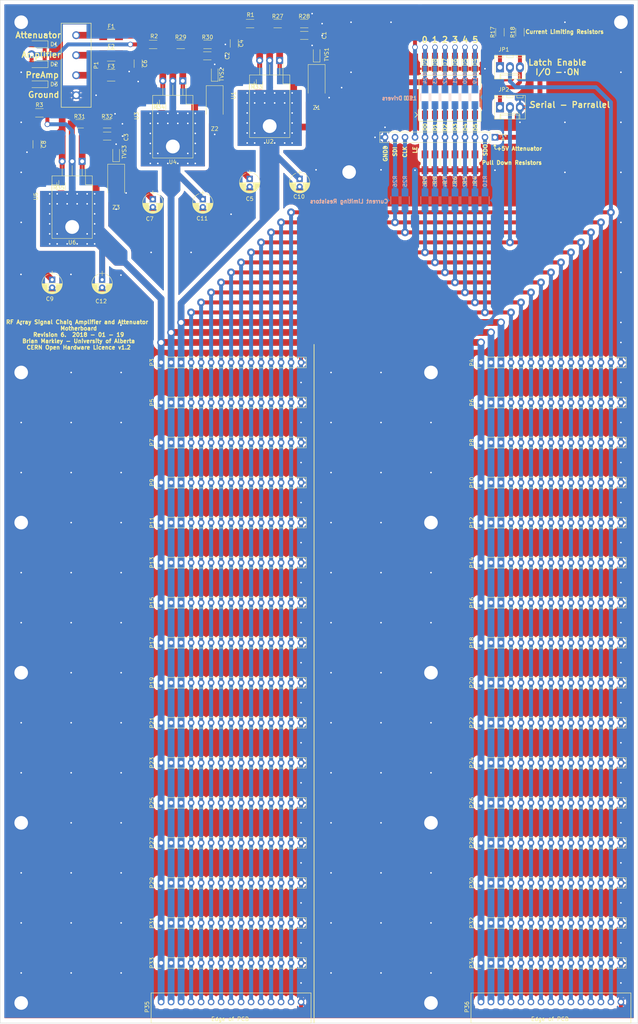
<source format=kicad_pcb>
(kicad_pcb (version 4) (host pcbnew 4.0.5)
  (title_block (title "RF Array Signal Chain Amplifier and Attenuator Motherboard") (date 2018-01-19) (rev 6) (company "Brian Markley") (comment 1 "CERN Open Hardware Licence v1.2"))
  (layers (0 F.Cu signal) (31 B.Cu signal) (34 B.Paste user) (35 F.Paste user) (36 B.SilkS user) (37 F.SilkS user) (38 B.Mask user) (39 F.Mask user) (44 Edge.Cuts user))
  (net 0 "")
  (net 1 PreAmpBiasVoltage)
  (net 2 GNDD)
  (net 3 +5V_Amplifiers)
  (net 4 +5V_Attenuators)
  (net 5 "Net-(D1-Pad2)")
  (net 6 "Net-(D2-Pad2)")
  (net 7 "Net-(D3-Pad2)")
  (net 8 "Net-(D4-Pad2)")
  (net 9 "Net-(D5-Pad2)")
  (net 10 "Net-(D6-Pad2)")
  (net 11 "Net-(D7-Pad2)")
  (net 12 "Net-(D8-Pad2)")
  (net 13 "Net-(D9-Pad2)")
  (net 14 "Net-(DIP1-Pad1)")
  (net 15 "Net-(DIP1-Pad2)")
  (net 16 "Net-(DIP1-Pad3)")
  (net 17 "Net-(DIP1-Pad4)")
  (net 18 "Net-(DIP1-Pad5)")
  (net 19 "Net-(DIP1-Pad6)")
  (net 20 "Net-(F1-Pad1)")
  (net 21 "Net-(F2-Pad1)")
  (net 22 "Net-(F3-Pad1)")
  (net 23 "Net-(JP1-Pad1)")
  (net 24 LE)
  (net 25 "Net-(JP1-Pad3)")
  (net 26 P/S)
  (net 27 "Net-(P2-Pad9)")
  (net 28 "Net-(P2-Pad10)")
  (net 29 SDO)
  (net 30 D5)
  (net 31 D4)
  (net 32 D3)
  (net 33 D2)
  (net 34 D1)
  (net 35 D0)
  (net 36 CLK)
  (net 37 SDI)
  (net 38 "Net-(P2-Pad11)")
  (net 39 "Net-(P2-Pad2)")
  (net 40 "Net-(C4-Pad1)")
  (net 41 "Net-(C6-Pad1)")
  (net 42 "Net-(C8-Pad1)")
  (net 43 "Net-(R27-Pad2)")
  (net 44 "Net-(R29-Pad2)")
  (net 45 "Net-(R31-Pad2)")
  (module User:via (layer F.Cu) (at 55.1294 42.9942)
    (fp_text reference REF** hide)
    (fp_text value via hide)
    (pad 1 thru_hole circle (at 0 0) (size 0.8 0.8) (drill 0.4) (layers *.Cu) (net 2 GNDD))
  )
  (module User:via (layer F.Cu) (at 99.3328 33.8328)
    (fp_text reference REF** hide)
    (fp_text value via hide)
    (pad 1 thru_hole circle (at 0 0) (size 0.8 0.8) (drill 0.4) (layers *.Cu) (net 2 GNDD))
  )
  (module User:via (layer F.Cu) (at 116.84 65.405)
    (fp_text reference REF** hide)
    (fp_text value via hide)
    (pad 1 thru_hole circle (at 0 0) (size 0.8 0.8) (drill 0.4) (layers *.Cu) (net 2 GNDD))
  )
  (module User:via (layer F.Cu) (at 100.33 65.405)
    (fp_text reference REF** hide)
    (fp_text value via hide)
    (pad 1 thru_hole circle (at 0 0) (size 0.8 0.8) (drill 0.4) (layers *.Cu) (net 2 GNDD))
  )
  (module User:Standoff (layer F.Cu) (at 108.7374 65.974)
    (fp_text reference "" (at 0 4.572) (layer F.SilkS))
    (fp_text value Standoff)
    (pad 1 thru_hole circle (at 0 0) (size 4.5 4.5) (drill 3.45) (layers *.Cu *.Mask) (net 2 GNDD))
  )
  (module TO_SOT_Packages_THT:TO-220_Horizontal (layer F.Cu) (at 40.894 63.246 180)
    (fp_text reference U6 (at 2.54 -20.58 180) (layer F.SilkS))
    (fp_text value LM1084IT-ADJ/NOPB)
    (pad 2 thru_hole circle (at 2.54 -16.66 180) (size 4.5 4.5) (drill 3.5) (layers *.Cu *.Mask) (net 1 PreAmpBiasVoltage))
    (pad 1 thru_hole rect (at 0 0 180) (size 1.8 1.8) (drill 1) (layers *.Cu *.Mask) (net 45 "Net-(R31-Pad2)"))
    (pad 2 thru_hole oval (at 2.54 0 180) (size 1.8 1.8) (drill 1) (layers *.Cu *.Mask) (net 1 PreAmpBiasVoltage))
    (pad 3 thru_hole oval (at 5.08 0 180) (size 1.8 1.8) (drill 1) (layers *.Cu *.Mask) (net 42 "Net-(C8-Pad1)"))
  )
  (module User:via (layer F.Cu) (at 119.38 27.94)
    (fp_text reference REF** hide)
    (fp_text value via hide)
    (pad 1 thru_hole circle (at 0 0) (size 0.8 0.8) (drill 0.4) (layers *.Cu) (net 2 GNDD))
  )
  (module Diodes_SMD:D_SMB_Handsoldering (layer F.Cu) (at 49.53 68.58 270)
    (fp_text reference Z3 (at 6.35 0 360) (layer F.SilkS))
    (fp_text value ZENER)
    (pad 1 smd rect (at -2.7 0 270) (size 3.5 2.3) (layers F.Cu F.Paste F.Mask) (net 1 PreAmpBiasVoltage))
    (pad 2 smd rect (at 2.7 0 270) (size 3.5 2.3) (layers F.Cu F.Paste F.Mask) (net 2 GNDD))
  )
  (module User:via (layer F.Cu) (at 96.52 271.78)
    (fp_text reference REF** hide)
    (fp_text value via hide)
    (pad 1 thru_hole circle (at 0 0) (size 0.8 0.8) (drill 0.4) (layers *.Cu) (net 2 GNDD))
  )
  (module User:via (layer F.Cu) (at 96.52 261.62)
    (fp_text reference REF** hide)
    (fp_text value via hide)
    (pad 1 thru_hole circle (at 0 0) (size 0.8 0.8) (drill 0.4) (layers *.Cu) (net 2 GNDD))
  )
  (module User:via (layer F.Cu) (at 96.52 251.46)
    (fp_text reference REF** hide)
    (fp_text value via hide)
    (pad 1 thru_hole circle (at 0 0) (size 0.8 0.8) (drill 0.4) (layers *.Cu) (net 2 GNDD))
  )
  (module User:via (layer F.Cu) (at 96.52 241.3)
    (fp_text reference REF** hide)
    (fp_text value via hide)
    (pad 1 thru_hole circle (at 0 0) (size 0.8 0.8) (drill 0.4) (layers *.Cu) (net 2 GNDD))
  )
  (module User:via (layer F.Cu) (at 96.52 180.34)
    (fp_text reference REF** hide)
    (fp_text value via hide)
    (pad 1 thru_hole circle (at 0 0) (size 0.8 0.8) (drill 0.4) (layers *.Cu) (net 2 GNDD))
  )
  (module User:via (layer F.Cu) (at 96.52 190.5)
    (fp_text reference REF** hide)
    (fp_text value via hide)
    (pad 1 thru_hole circle (at 0 0) (size 0.8 0.8) (drill 0.4) (layers *.Cu) (net 2 GNDD))
  )
  (module User:via (layer F.Cu) (at 96.52 200.66)
    (fp_text reference REF** hide)
    (fp_text value via hide)
    (pad 1 thru_hole circle (at 0 0) (size 0.8 0.8) (drill 0.4) (layers *.Cu) (net 2 GNDD))
  )
  (module User:via (layer F.Cu) (at 96.52 231.14)
    (fp_text reference REF** hide)
    (fp_text value via hide)
    (pad 1 thru_hole circle (at 0 0) (size 0.8 0.8) (drill 0.4) (layers *.Cu) (net 2 GNDD))
  )
  (module User:via (layer F.Cu) (at 96.52 220.98)
    (fp_text reference REF** hide)
    (fp_text value via hide)
    (pad 1 thru_hole circle (at 0 0) (size 0.8 0.8) (drill 0.4) (layers *.Cu) (net 2 GNDD))
  )
  (module User:via (layer F.Cu) (at 96.52 210.82)
    (fp_text reference REF** hide)
    (fp_text value via hide)
    (pad 1 thru_hole circle (at 0 0) (size 0.8 0.8) (drill 0.4) (layers *.Cu) (net 2 GNDD))
  )
  (module User:via (layer F.Cu) (at 96.52 149.86)
    (fp_text reference REF** hide)
    (fp_text value via hide)
    (pad 1 thru_hole circle (at 0 0) (size 0.8 0.8) (drill 0.4) (layers *.Cu) (net 2 GNDD))
  )
  (module User:via (layer F.Cu) (at 96.52 160.02)
    (fp_text reference REF** hide)
    (fp_text value via hide)
    (pad 1 thru_hole circle (at 0 0) (size 0.8 0.8) (drill 0.4) (layers *.Cu) (net 2 GNDD))
  )
  (module User:via (layer F.Cu) (at 96.52 170.18)
    (fp_text reference REF** hide)
    (fp_text value via hide)
    (pad 1 thru_hole circle (at 0 0) (size 0.8 0.8) (drill 0.4) (layers *.Cu) (net 2 GNDD))
  )
  (module User:via (layer F.Cu) (at 96.52 139.7)
    (fp_text reference REF** hide)
    (fp_text value via hide)
    (pad 1 thru_hole circle (at 0 0) (size 0.8 0.8) (drill 0.4) (layers *.Cu) (net 2 GNDD))
  )
  (module User:via (layer F.Cu) (at 96.52 129.54)
    (fp_text reference REF** hide)
    (fp_text value via hide)
    (pad 1 thru_hole circle (at 0 0) (size 0.8 0.8) (drill 0.4) (layers *.Cu) (net 2 GNDD))
  )
  (module User:via (layer F.Cu) (at 96.52 119.38)
    (fp_text reference REF** hide)
    (fp_text value via hide)
    (pad 1 thru_hole circle (at 0 0) (size 0.8 0.8) (drill 0.4) (layers *.Cu) (net 2 GNDD))
  )
  (module User:via (layer F.Cu) (at 177.8 241.3)
    (fp_text reference REF** hide)
    (fp_text value via hide)
    (pad 1 thru_hole circle (at 0 0) (size 0.8 0.8) (drill 0.4) (layers *.Cu) (net 2 GNDD))
  )
  (module User:via (layer F.Cu) (at 177.8 251.46)
    (fp_text reference REF** hide)
    (fp_text value via hide)
    (pad 1 thru_hole circle (at 0 0) (size 0.8 0.8) (drill 0.4) (layers *.Cu) (net 2 GNDD))
  )
  (module User:via (layer F.Cu) (at 177.8 261.62)
    (fp_text reference REF** hide)
    (fp_text value via hide)
    (pad 1 thru_hole circle (at 0 0) (size 0.8 0.8) (drill 0.4) (layers *.Cu) (net 2 GNDD))
  )
  (module User:via (layer F.Cu) (at 177.8 271.78)
    (fp_text reference REF** hide)
    (fp_text value via hide)
    (pad 1 thru_hole circle (at 0 0) (size 0.8 0.8) (drill 0.4) (layers *.Cu) (net 2 GNDD))
  )
  (module User:via (layer F.Cu) (at 177.8 200.66)
    (fp_text reference REF** hide)
    (fp_text value via hide)
    (pad 1 thru_hole circle (at 0 0) (size 0.8 0.8) (drill 0.4) (layers *.Cu) (net 2 GNDD))
  )
  (module User:via (layer F.Cu) (at 177.8 210.82)
    (fp_text reference REF** hide)
    (fp_text value via hide)
    (pad 1 thru_hole circle (at 0 0) (size 0.8 0.8) (drill 0.4) (layers *.Cu) (net 2 GNDD))
  )
  (module User:via (layer F.Cu) (at 177.8 220.98)
    (fp_text reference REF** hide)
    (fp_text value via hide)
    (pad 1 thru_hole circle (at 0 0) (size 0.8 0.8) (drill 0.4) (layers *.Cu) (net 2 GNDD))
  )
  (module User:via (layer F.Cu) (at 177.8 231.14)
    (fp_text reference REF** hide)
    (fp_text value via hide)
    (pad 1 thru_hole circle (at 0 0) (size 0.8 0.8) (drill 0.4) (layers *.Cu) (net 2 GNDD))
  )
  (module User:via (layer F.Cu) (at 177.8 160.02)
    (fp_text reference REF** hide)
    (fp_text value via hide)
    (pad 1 thru_hole circle (at 0 0) (size 0.8 0.8) (drill 0.4) (layers *.Cu) (net 2 GNDD))
  )
  (module User:via (layer F.Cu) (at 177.8 170.18)
    (fp_text reference REF** hide)
    (fp_text value via hide)
    (pad 1 thru_hole circle (at 0 0) (size 0.8 0.8) (drill 0.4) (layers *.Cu) (net 2 GNDD))
  )
  (module User:via (layer F.Cu) (at 177.8 180.34)
    (fp_text reference REF** hide)
    (fp_text value via hide)
    (pad 1 thru_hole circle (at 0 0) (size 0.8 0.8) (drill 0.4) (layers *.Cu) (net 2 GNDD))
  )
  (module User:via (layer F.Cu) (at 177.8 190.5)
    (fp_text reference REF** hide)
    (fp_text value via hide)
    (pad 1 thru_hole circle (at 0 0) (size 0.8 0.8) (drill 0.4) (layers *.Cu) (net 2 GNDD))
  )
  (module User:via (layer F.Cu) (at 177.8 109.22)
    (fp_text reference REF** hide)
    (fp_text value via hide)
    (pad 1 thru_hole circle (at 0 0) (size 0.8 0.8) (drill 0.4) (layers *.Cu) (net 2 GNDD))
  )
  (module User:via (layer F.Cu) (at 177.8 149.86)
    (fp_text reference REF** hide)
    (fp_text value via hide)
    (pad 1 thru_hole circle (at 0 0) (size 0.8 0.8) (drill 0.4) (layers *.Cu) (net 2 GNDD))
  )
  (module User:via (layer F.Cu) (at 177.8 139.7)
    (fp_text reference REF** hide)
    (fp_text value via hide)
    (pad 1 thru_hole circle (at 0 0) (size 0.8 0.8) (drill 0.4) (layers *.Cu) (net 2 GNDD))
  )
  (module User:via (layer F.Cu) (at 177.8 129.54)
    (fp_text reference REF** hide)
    (fp_text value via hide)
    (pad 1 thru_hole circle (at 0 0) (size 0.8 0.8) (drill 0.4) (layers *.Cu) (net 2 GNDD))
  )
  (module User:via (layer F.Cu) (at 177.8 119.38)
    (fp_text reference REF** hide)
    (fp_text value via hide)
    (pad 1 thru_hole circle (at 0 0) (size 0.8 0.8) (drill 0.4) (layers *.Cu) (net 2 GNDD))
  )
  (module User:via (layer F.Cu) (at 49.53 58.895)
    (fp_text reference REF** hide)
    (fp_text value via hide)
    (pad 1 thru_hole circle (at 0 0) (size 0.8 0.8) (drill 0.4) (layers *.Cu) (net 2 GNDD))
  )
  (module User:via (layer F.Cu) (at 77.2856 36.4744)
    (fp_text reference REF** hide)
    (fp_text value via hide)
    (pad 1 thru_hole circle (at 0 0) (size 0.8 0.8) (drill 0.4) (layers *.Cu) (net 2 GNDD))
  )
  (module User:via (layer F.Cu) (at 76.1238 39.5656)
    (fp_text reference REF** hide)
    (fp_text value via hide)
    (pad 1 thru_hole circle (at 0 0) (size 0.8 0.8) (drill 0.4) (layers *.Cu) (net 2 GNDD))
  )
  (module User:via (layer F.Cu) (at 101.8728 28.2956)
    (fp_text reference REF** hide)
    (fp_text value via hide)
    (pad 1 thru_hole circle (at 0 0) (size 0.8 0.8) (drill 0.4) (layers *.Cu) (net 2 GNDD))
  )
  (module User:via (layer F.Cu) (at 106.8324 44.544)
    (fp_text reference REF** hide)
    (fp_text value via hide)
    (pad 1 thru_hole circle (at 0 0) (size 0.8 0.8) (drill 0.4) (layers *.Cu) (net 2 GNDD))
  )
  (module User:via (layer F.Cu) (at 74.5744 56.4178)
    (fp_text reference REF** hide)
    (fp_text value via hide)
    (pad 1 thru_hole circle (at 0 0) (size 0.8 0.8) (drill 0.4) (layers *.Cu) (net 2 GNDD))
  )
  (module User:via (layer F.Cu) (at 74.5744 38.6378)
    (fp_text reference REF** hide)
    (fp_text value via hide)
    (pad 1 thru_hole circle (at 0 0) (size 0.8 0.8) (drill 0.4) (layers *.Cu) (net 2 GNDD))
  )
  (module User:via (layer F.Cu) (at 101.8728 31.2928)
    (fp_text reference REF** hide)
    (fp_text value via hide)
    (pad 1 thru_hole circle (at 0 0) (size 0.8 0.8) (drill 0.4) (layers *.Cu) (net 2 GNDD))
  )
  (module User:via (layer F.Cu) (at 117.856 54.61)
    (fp_text reference REF** hide)
    (fp_text value via hide)
    (pad 1 thru_hole circle (at 0 0) (size 0.8 0.8) (drill 0.4) (layers *.Cu) (net 2 GNDD))
  )
  (module User:via (layer F.Cu) (at 117.856 59.69)
    (fp_text reference REF** hide)
    (fp_text value via hide)
    (pad 1 thru_hole circle (at 0 0) (size 0.8 0.8) (drill 0.4) (layers *.Cu) (net 2 GNDD))
  )
  (module User:via (layer F.Cu) (at 77.2856 33.5788)
    (fp_text reference REF** hide)
    (fp_text value via hide)
    (pad 1 thru_hole circle (at 0 0) (size 0.8 0.8) (drill 0.4) (layers *.Cu) (net 2 GNDD))
  )
  (module User:via (layer F.Cu) (at 143.256 39.75)
    (fp_text reference REF** hide)
    (fp_text value via hide)
    (pad 1 thru_hole circle (at 0 0) (size 0.8 0.8) (drill 0.4) (layers *.Cu) (net 2 GNDD))
  )
  (module User:via (layer F.Cu) (at 125.476 65.5)
    (fp_text reference REF** hide)
    (fp_text value via hide)
    (pad 1 thru_hole circle (at 0 0) (size 0.8 0.8) (drill 0.4) (layers *.Cu) (net 2 GNDD))
  )
  (module User:via (layer F.Cu) (at 145.796 65.5)
    (fp_text reference REF** hide)
    (fp_text value via hide)
    (pad 1 thru_hole circle (at 0 0) (size 0.8 0.8) (drill 0.4) (layers *.Cu) (net 2 GNDD))
  )
  (module User:via (layer F.Cu) (at 152.146 53.34)
    (fp_text reference REF** hide)
    (fp_text value via hide)
    (pad 1 thru_hole circle (at 0 0) (size 0.8 0.8) (drill 0.4) (layers *.Cu) (net 2 GNDD))
  )
  (module User:via (layer F.Cu) (at 154.686 49.53)
    (fp_text reference REF** hide)
    (fp_text value via hide)
    (pad 1 thru_hole circle (at 0 0) (size 0.8 0.8) (drill 0.4) (layers *.Cu) (net 2 GNDD))
  )
  (module User:via (layer F.Cu) (at 68.58 86.36)
    (fp_text reference REF** hide)
    (fp_text value via hide)
    (pad 1 thru_hole circle (at 0 0) (size 0.8 0.8) (drill 0.4) (layers *.Cu) (net 2 GNDD))
  )
  (module User:via (layer F.Cu) (at 115.316 57.15)
    (fp_text reference REF** hide)
    (fp_text value via hide)
    (pad 1 thru_hole circle (at 0 0) (size 0.8 0.8) (drill 0.4) (layers *.Cu) (net 2 GNDD))
  )
  (module User:via (layer F.Cu) (at 49.53 75.405)
    (fp_text reference REF** hide)
    (fp_text value via hide)
    (pad 1 thru_hole circle (at 0 0) (size 0.8 0.8) (drill 0.4) (layers *.Cu) (net 2 GNDD))
  )
  (module User:via (layer F.Cu) (at 103.6574 47.084)
    (fp_text reference REF** hide)
    (fp_text value via hide)
    (pad 1 thru_hole circle (at 0 0) (size 0.8 0.8) (drill 0.4) (layers *.Cu) (net 2 GNDD))
  )
  (module User:via (layer F.Cu) (at 100.4824 49.624)
    (fp_text reference REF** hide)
    (fp_text value via hide)
    (pad 1 thru_hole circle (at 0 0) (size 0.8 0.8) (drill 0.4) (layers *.Cu) (net 2 GNDD))
  )
  (module User:via (layer F.Cu) (at 52.07 71.28)
    (fp_text reference REF** hide)
    (fp_text value via hide)
    (pad 1 thru_hole circle (at 0 0) (size 0.8 0.8) (drill 0.4) (layers *.Cu) (net 2 GNDD))
  )
  (module User:via (layer F.Cu) (at 49.2493 51.1857)
    (fp_text reference REF** hide)
    (fp_text value via hide)
    (pad 1 thru_hole circle (at 0 0) (size 0.8 0.8) (drill 0.4) (layers *.Cu) (net 2 GNDD))
  )
  (module User:via (layer F.Cu) (at 99.3328 25.7556)
    (fp_text reference REF** hide)
    (fp_text value via hide)
    (pad 1 thru_hole circle (at 0 0) (size 0.8 0.8) (drill 0.4) (layers *.Cu) (net 2 GNDD))
  )
  (module User:via (layer F.Cu) (at 26.8719 60.9266)
    (fp_text reference REF** hide)
    (fp_text value via hide)
    (pad 1 thru_hole circle (at 0 0) (size 0.8 0.8) (drill 0.4) (layers *.Cu) (net 2 GNDD))
  )
  (module User:via (layer F.Cu) (at 51.1543 56.8499)
    (fp_text reference REF** hide)
    (fp_text value via hide)
    (pad 1 thru_hole circle (at 0 0) (size 0.8 0.8) (drill 0.4) (layers *.Cu) (net 2 GNDD))
  )
  (module User:via (layer F.Cu) (at 34.022 43.68)
    (fp_text reference REF** hide)
    (fp_text value via hide)
    (pad 1 thru_hole circle (at 0 0) (size 0.8 0.8) (drill 0.4) (layers *.Cu) (net 2 GNDD))
  )
  (module User:via (layer F.Cu) (at 31.3804 30.9927)
    (fp_text reference REF** hide)
    (fp_text value via hide)
    (pad 1 thru_hole circle (at 0 0) (size 0.8 0.8) (drill 0.4) (layers *.Cu) (net 2 GNDD))
  )
  (module User:via (layer F.Cu) (at 51.1289 53.7257)
    (fp_text reference REF** hide)
    (fp_text value via hide)
    (pad 1 thru_hole circle (at 0 0) (size 0.8 0.8) (drill 0.4) (layers *.Cu) (net 2 GNDD))
  )
  (module User:via (layer F.Cu) (at 34.022 38.6)
    (fp_text reference REF** hide)
    (fp_text value via hide)
    (pad 1 thru_hole circle (at 0 0) (size 0.8 0.8) (drill 0.4) (layers *.Cu) (net 2 GNDD))
  )
  (module User:via (layer F.Cu) (at 44.436 46.474)
    (fp_text reference REF** hide)
    (fp_text value via hide)
    (pad 1 thru_hole circle (at 0 0) (size 0.8 0.8) (drill 0.4) (layers *.Cu) (net 2 GNDD))
  )
  (module User:via (layer F.Cu) (at 52.8434 40.4542)
    (fp_text reference REF** hide)
    (fp_text value via hide)
    (pad 1 thru_hole circle (at 0 0) (size 0.8 0.8) (drill 0.4) (layers *.Cu) (net 2 GNDD))
  )
  (module User:via (layer F.Cu) (at 31.3804 46.2327)
    (fp_text reference REF** hide)
    (fp_text value via hide)
    (pad 1 thru_hole circle (at 0 0) (size 0.8 0.8) (drill 0.4) (layers *.Cu) (net 2 GNDD))
  )
  (module User:via (layer F.Cu) (at 34.022 33.52)
    (fp_text reference REF** hide)
    (fp_text value via hide)
    (pad 1 thru_hole circle (at 0 0) (size 0.8 0.8) (drill 0.4) (layers *.Cu) (net 2 GNDD))
  )
  (module User:via (layer F.Cu) (at 50.7492 104.8258)
    (fp_text reference REF** hide)
    (fp_text value via hide)
    (pad 1 thru_hole circle (at 0 0) (size 0.8 0.8) (drill 0.4) (layers *.Cu) (net 2 GNDD))
  )
  (module User:via (layer F.Cu) (at 177.8 78.74)
    (fp_text reference REF** hide)
    (fp_text value via hide)
    (pad 1 thru_hole circle (at 0 0) (size 0.8 0.8) (drill 0.4) (layers *.Cu) (net 2 GNDD))
  )
  (module User:via (layer F.Cu) (at 177.8 91.44)
    (fp_text reference REF** hide)
    (fp_text value via hide)
    (pad 1 thru_hole circle (at 0 0) (size 0.8 0.8) (drill 0.4) (layers *.Cu) (net 2 GNDD))
  )
  (module User:via (layer F.Cu) (at 177.8 104.14)
    (fp_text reference REF** hide)
    (fp_text value via hide)
    (pad 1 thru_hole circle (at 0 0) (size 0.8 0.8) (drill 0.4) (layers *.Cu) (net 2 GNDD))
  )
  (module User:Standoff (layer F.Cu) (at 25.4 154.94)
    (fp_text reference "" (at 0 4.572) (layer F.SilkS))
    (fp_text value Standoff)
    (pad 1 thru_hole circle (at 0 0) (size 4.5 4.5) (drill 3.45) (layers *.Cu *.Mask) (net 2 GNDD))
  )
  (module User:Standoff (layer F.Cu) (at 129.54 154.94)
    (fp_text reference "" (at 0 4.572) (layer F.SilkS))
    (fp_text value Standoff)
    (pad 1 thru_hole circle (at 0 0) (size 4.5 4.5) (drill 3.45) (layers *.Cu *.Mask) (net 2 GNDD))
  )
  (module User:Standoff (layer F.Cu) (at 129.54 231.14)
    (fp_text reference "" (at 0 4.572) (layer F.SilkS))
    (fp_text value Standoff)
    (pad 1 thru_hole circle (at 0 0) (size 4.5 4.5) (drill 3.45) (layers *.Cu *.Mask) (net 2 GNDD))
  )
  (module User:Standoff (layer F.Cu) (at 25.4 231.14)
    (fp_text reference "" (at 0 4.572) (layer F.SilkS))
    (fp_text value Standoff)
    (pad 1 thru_hole circle (at 0 0) (size 4.5 4.5) (drill 3.45) (layers *.Cu *.Mask) (net 2 GNDD))
  )
  (module User:Standoff (layer F.Cu) (at 25.4 116.84)
    (fp_text reference "" (at 0 4.572) (layer F.SilkS))
    (fp_text value Standoff)
    (pad 1 thru_hole circle (at 0 0) (size 4.5 4.5) (drill 3.45) (layers *.Cu *.Mask) (net 2 GNDD))
  )
  (module User:Standoff (layer F.Cu) (at 129.54 116.84)
    (fp_text reference "" (at 0 4.572) (layer F.SilkS))
    (fp_text value Standoff)
    (pad 1 thru_hole circle (at 0 0) (size 4.5 4.5) (drill 3.45) (layers *.Cu *.Mask) (net 2 GNDD))
  )
  (module Capacitors_SMD:C_1206_HandSoldering (layer F.Cu) (at 97.3328 31.2928)
    (fp_text reference C1 (at 5.08 0 90) (layer F.SilkS))
    (fp_text value 22uF)
    (pad 1 smd rect (at -2 0) (size 2 1.6) (layers F.Cu F.Paste F.Mask) (net 4 +5V_Attenuators))
    (pad 2 smd rect (at 2 0) (size 2 1.6) (layers F.Cu F.Paste F.Mask) (net 2 GNDD))
  )
  (module Capacitors_SMD:C_1206_HandSoldering (layer F.Cu) (at 72.6948 36.4744)
    (fp_text reference C2 (at 5.08 0 90) (layer F.SilkS))
    (fp_text value 22uF)
    (pad 1 smd rect (at -2 0) (size 2 1.6) (layers F.Cu F.Paste F.Mask) (net 3 +5V_Amplifiers))
    (pad 2 smd rect (at 2 0) (size 2 1.6) (layers F.Cu F.Paste F.Mask) (net 2 GNDD))
  )
  (module Capacitors_SMD:C_1206_HandSoldering (layer F.Cu) (at 47.244 56.8452)
    (fp_text reference C3 (at 4.826 0.3048 90) (layer F.SilkS))
    (fp_text value 22uF)
    (pad 1 smd rect (at -2 0) (size 2 1.6) (layers F.Cu F.Paste F.Mask) (net 1 PreAmpBiasVoltage))
    (pad 2 smd rect (at 2 0) (size 2 1.6) (layers F.Cu F.Paste F.Mask) (net 2 GNDD))
  )
  (module LEDs:LED_1206 (layer F.Cu) (at 29.718 33.528 180)
    (fp_text reference D1 (at -4.064 0 180) (layer F.SilkS))
    (fp_text value LED)
    (pad 2 smd rect (at 1.65 0) (size 1.5 1.5) (layers F.Cu F.Paste F.Mask) (net 5 "Net-(D1-Pad2)"))
    (pad 1 smd rect (at -1.65 0) (size 1.5 1.5) (layers F.Cu F.Paste F.Mask) (net 2 GNDD))
  )
  (module LEDs:LED_1206 (layer F.Cu) (at 29.718 38.608 180)
    (fp_text reference D2 (at -4.064 0 180) (layer F.SilkS))
    (fp_text value LED)
    (pad 2 smd rect (at 1.65 0) (size 1.5 1.5) (layers F.Cu F.Paste F.Mask) (net 6 "Net-(D2-Pad2)"))
    (pad 1 smd rect (at -1.65 0) (size 1.5 1.5) (layers F.Cu F.Paste F.Mask) (net 2 GNDD))
  )
  (module LEDs:LED_1206 (layer F.Cu) (at 29.718 43.688 180)
    (fp_text reference D3 (at -4.064 0 180) (layer F.SilkS))
    (fp_text value LED)
    (pad 2 smd rect (at 1.65 0) (size 1.5 1.5) (layers F.Cu F.Paste F.Mask) (net 7 "Net-(D3-Pad2)"))
    (pad 1 smd rect (at -1.65 0) (size 1.5 1.5) (layers F.Cu F.Paste F.Mask) (net 2 GNDD))
  )
  (module LEDs:LED_1206 (layer F.Cu) (at 140.716 38.1 90)
    (fp_text reference D4 (at 0 0 90) (layer F.SilkS))
    (fp_text value LED)
    (pad 2 smd rect (at 1.65 0 270) (size 1.5 1.5) (layers F.Cu F.Paste F.Mask) (net 8 "Net-(D4-Pad2)"))
    (pad 1 smd rect (at -1.65 0 270) (size 1.5 1.5) (layers F.Cu F.Paste F.Mask) (net 2 GNDD))
  )
  (module LEDs:LED_1206 (layer F.Cu) (at 138.176 38.1 90)
    (fp_text reference D5 (at 0 0 90) (layer F.SilkS))
    (fp_text value LED)
    (pad 2 smd rect (at 1.65 0 270) (size 1.5 1.5) (layers F.Cu F.Paste F.Mask) (net 9 "Net-(D5-Pad2)"))
    (pad 1 smd rect (at -1.65 0 270) (size 1.5 1.5) (layers F.Cu F.Paste F.Mask) (net 2 GNDD))
  )
  (module LEDs:LED_1206 (layer F.Cu) (at 135.636 38.1 90)
    (fp_text reference D6 (at 0 0 90) (layer F.SilkS))
    (fp_text value LED)
    (pad 2 smd rect (at 1.65 0 270) (size 1.5 1.5) (layers F.Cu F.Paste F.Mask) (net 10 "Net-(D6-Pad2)"))
    (pad 1 smd rect (at -1.65 0 270) (size 1.5 1.5) (layers F.Cu F.Paste F.Mask) (net 2 GNDD))
  )
  (module LEDs:LED_1206 (layer F.Cu) (at 133.096 38.1 90)
    (fp_text reference D7 (at 0 0 90) (layer F.SilkS))
    (fp_text value LED)
    (pad 2 smd rect (at 1.65 0 270) (size 1.5 1.5) (layers F.Cu F.Paste F.Mask) (net 11 "Net-(D7-Pad2)"))
    (pad 1 smd rect (at -1.65 0 270) (size 1.5 1.5) (layers F.Cu F.Paste F.Mask) (net 2 GNDD))
  )
  (module LEDs:LED_1206 (layer F.Cu) (at 130.556 38.1 90)
    (fp_text reference D8 (at 0 0 90) (layer F.SilkS))
    (fp_text value LED)
    (pad 2 smd rect (at 1.65 0 270) (size 1.5 1.5) (layers F.Cu F.Paste F.Mask) (net 12 "Net-(D8-Pad2)"))
    (pad 1 smd rect (at -1.65 0 270) (size 1.5 1.5) (layers F.Cu F.Paste F.Mask) (net 2 GNDD))
  )
  (module LEDs:LED_1206 (layer F.Cu) (at 128.016 38.1 90)
    (fp_text reference D9 (at 0 0 90) (layer F.SilkS))
    (fp_text value LED)
    (pad 2 smd rect (at 1.65 0 270) (size 1.5 1.5) (layers F.Cu F.Paste F.Mask) (net 13 "Net-(D9-Pad2)"))
    (pad 1 smd rect (at -1.65 0 270) (size 1.5 1.5) (layers F.Cu F.Paste F.Mask) (net 2 GNDD))
  )
  (module User:DIP_SPSTx6 (layer F.Cu) (at 140.716 43.18 180)
    (fp_text reference DIP1 (at 16.4592 -4.064 180) (layer F.SilkS))
    (fp_text value 1x6dip)
    (pad 1 smd rect (at 12.7 -8.26 180) (size 1.524 2.155) (layers F.Cu F.Paste F.Mask) (net 14 "Net-(DIP1-Pad1)"))
    (pad 2 smd rect (at 10.16 -8.26 180) (size 1.524 2.155) (layers F.Cu F.Paste F.Mask) (net 15 "Net-(DIP1-Pad2)"))
    (pad 3 smd rect (at 7.62 -8.26 180) (size 1.524 2.155) (layers F.Cu F.Paste F.Mask) (net 16 "Net-(DIP1-Pad3)"))
    (pad 4 smd rect (at 5.08 -8.26 180) (size 1.524 2.155) (layers F.Cu F.Paste F.Mask) (net 17 "Net-(DIP1-Pad4)"))
    (pad 5 smd rect (at 2.54 -8.26 180) (size 1.524 2.155) (layers F.Cu F.Paste F.Mask) (net 18 "Net-(DIP1-Pad5)"))
    (pad 6 smd rect (at 0 -8.26 180) (size 1.524 2.155) (layers F.Cu F.Paste F.Mask) (net 19 "Net-(DIP1-Pad6)"))
    (pad 7 smd rect (at 0 0 180) (size 1.524 2.155) (layers F.Cu F.Paste F.Mask) (net 4 +5V_Attenuators))
    (pad 8 smd rect (at 2.54 0 180) (size 1.524 2.155) (layers F.Cu F.Paste F.Mask) (net 4 +5V_Attenuators))
    (pad 9 smd rect (at 5.08 0 180) (size 1.524 2.155) (layers F.Cu F.Paste F.Mask) (net 4 +5V_Attenuators))
    (pad 10 smd rect (at 7.62 0 180) (size 1.524 2.155) (layers F.Cu F.Paste F.Mask) (net 4 +5V_Attenuators))
    (pad 11 smd rect (at 10.16 0 180) (size 1.524 2.155) (layers F.Cu F.Paste F.Mask) (net 4 +5V_Attenuators))
    (pad 12 smd rect (at 12.7 0 180) (size 1.524 2.155) (layers F.Cu F.Paste F.Mask) (net 4 +5V_Attenuators))
  )
  (module Capacitors_SMD:C_1210_HandSoldering (layer F.Cu) (at 48.26 31.242)
    (fp_text reference F1 (at 0 -2.25) (layer F.SilkS))
    (fp_text value FUSE)
    (pad 1 smd rect (at -2 0) (size 2 2.5) (layers F.Cu F.Paste F.Mask) (net 20 "Net-(F1-Pad1)"))
    (pad 2 smd rect (at 2 0) (size 2 2.5) (layers F.Cu F.Paste F.Mask) (net 40 "Net-(C4-Pad1)"))
  )
  (module Capacitors_SMD:C_1210_HandSoldering (layer F.Cu) (at 48.26 36.322)
    (fp_text reference F2 (at 0 -2.25) (layer F.SilkS))
    (fp_text value FUSE)
    (pad 1 smd rect (at -2 0) (size 2 2.5) (layers F.Cu F.Paste F.Mask) (net 21 "Net-(F2-Pad1)"))
    (pad 2 smd rect (at 2 0) (size 2 2.5) (layers F.Cu F.Paste F.Mask) (net 41 "Net-(C6-Pad1)"))
  )
  (module Capacitors_SMD:C_1210_HandSoldering (layer F.Cu) (at 48.26 41.402)
    (fp_text reference F3 (at 0 -2.25) (layer F.SilkS))
    (fp_text value FUSE)
    (pad 1 smd rect (at -2 0) (size 2 2.5) (layers F.Cu F.Paste F.Mask) (net 22 "Net-(F3-Pad1)"))
    (pad 2 smd rect (at 2 0) (size 2 2.5) (layers F.Cu F.Paste F.Mask) (net 42 "Net-(C8-Pad1)"))
  )
  (module Connectors_Molex:Molex_KK-6410-03_03x2.54mm_Straight (layer F.Cu) (at 147.066 39.37)
    (fp_text reference JP1 (at 1 -4.5) (layer F.SilkS))
    (fp_text value JUMPER3)
    (pad 1 thru_hole rect (at 0 0) (size 2 2.6) (drill 1.2) (layers *.Cu *.Mask) (net 23 "Net-(JP1-Pad1)"))
    (pad 2 thru_hole oval (at 2.54 0) (size 2 2.6) (drill 1.2) (layers *.Cu *.Mask) (net 24 LE))
    (pad 3 thru_hole oval (at 5.08 0) (size 2 2.6) (drill 1.2) (layers *.Cu *.Mask) (net 25 "Net-(JP1-Pad3)"))
  )
  (module Connectors_Molex:Molex_KK-6410-03_03x2.54mm_Straight (layer F.Cu) (at 147.066 49.53)
    (fp_text reference JP2 (at 1 -4.5) (layer F.SilkS))
    (fp_text value JUMPER3)
    (pad 1 thru_hole rect (at 0 0) (size 2 2.6) (drill 1.2) (layers *.Cu *.Mask) (net 25 "Net-(JP1-Pad3)"))
    (pad 2 thru_hole oval (at 2.54 0) (size 2 2.6) (drill 1.2) (layers *.Cu *.Mask) (net 26 P/S))
    (pad 3 thru_hole oval (at 5.08 0) (size 2 2.6) (drill 1.2) (layers *.Cu *.Mask) (net 2 GNDD))
  )
  (module Resistors_SMD:R_1206_HandSoldering (layer F.Cu) (at 83.566 28.2956 180)
    (fp_text reference R1 (at -0.1016 2.2352 180) (layer F.SilkS))
    (fp_text value 430Ω)
    (pad 1 smd rect (at -2 0 180) (size 2 1.7) (layers F.Cu F.Paste F.Mask) (net 4 +5V_Attenuators))
    (pad 2 smd rect (at 2 0 180) (size 2 1.7) (layers F.Cu F.Paste F.Mask) (net 5 "Net-(D1-Pad2)"))
  )
  (module Resistors_SMD:R_1206_HandSoldering (layer F.Cu) (at 58.928 33.5788 180)
    (fp_text reference R2 (at -0.254 2.0828 180) (layer F.SilkS))
    (fp_text value 430Ω)
    (pad 1 smd rect (at -2 0 180) (size 2 1.7) (layers F.Cu F.Paste F.Mask) (net 3 +5V_Amplifiers))
    (pad 2 smd rect (at 2 0 180) (size 2 1.7) (layers F.Cu F.Paste F.Mask) (net 6 "Net-(D2-Pad2)"))
  )
  (module Resistors_SMD:R_1206_HandSoldering (layer F.Cu) (at 30.0228 50.9524 180)
    (fp_text reference R3 (at 0 2.032 180) (layer F.SilkS))
    (fp_text value 430Ω)
    (pad 1 smd rect (at -2 0 180) (size 2 1.7) (layers F.Cu F.Paste F.Mask) (net 1 PreAmpBiasVoltage))
    (pad 2 smd rect (at 2 0 180) (size 2 1.7) (layers F.Cu F.Paste F.Mask) (net 7 "Net-(D3-Pad2)"))
  )
  (module Resistors_SMD:R_1206_HandSoldering (layer F.Cu) (at 140.716 63.5 270)
    (fp_text reference R4 (at 4.572 0 270) (layer F.SilkS))
    (fp_text value 1kΩ)
    (pad 1 smd rect (at -2 0 270) (size 2 1.7) (layers F.Cu F.Paste F.Mask) (net 19 "Net-(DIP1-Pad6)"))
    (pad 2 smd rect (at 2 0 270) (size 2 1.7) (layers F.Cu F.Paste F.Mask) (net 2 GNDD))
  )
  (module Resistors_SMD:R_1206_HandSoldering (layer F.Cu) (at 138.176 63.5 270)
    (fp_text reference R5 (at 4.572 0 270) (layer F.SilkS))
    (fp_text value 1kΩ)
    (pad 1 smd rect (at -2 0 270) (size 2 1.7) (layers F.Cu F.Paste F.Mask) (net 18 "Net-(DIP1-Pad5)"))
    (pad 2 smd rect (at 2 0 270) (size 2 1.7) (layers F.Cu F.Paste F.Mask) (net 2 GNDD))
  )
  (module Resistors_SMD:R_1206_HandSoldering (layer F.Cu) (at 135.636 63.5 270)
    (fp_text reference R6 (at 4.572 0 270) (layer F.SilkS))
    (fp_text value 1kΩ)
    (pad 1 smd rect (at -2 0 270) (size 2 1.7) (layers F.Cu F.Paste F.Mask) (net 17 "Net-(DIP1-Pad4)"))
    (pad 2 smd rect (at 2 0 270) (size 2 1.7) (layers F.Cu F.Paste F.Mask) (net 2 GNDD))
  )
  (module Resistors_SMD:R_1206_HandSoldering (layer F.Cu) (at 133.096 63.5 270)
    (fp_text reference R7 (at 4.572 0 270) (layer F.SilkS))
    (fp_text value 1kΩ)
    (pad 1 smd rect (at -2 0 270) (size 2 1.7) (layers F.Cu F.Paste F.Mask) (net 16 "Net-(DIP1-Pad3)"))
    (pad 2 smd rect (at 2 0 270) (size 2 1.7) (layers F.Cu F.Paste F.Mask) (net 2 GNDD))
  )
  (module Resistors_SMD:R_1206_HandSoldering (layer F.Cu) (at 130.556 63.5 270)
    (fp_text reference R8 (at 4.572 0 270) (layer F.SilkS))
    (fp_text value 1kΩ)
    (pad 1 smd rect (at -2 0 270) (size 2 1.7) (layers F.Cu F.Paste F.Mask) (net 15 "Net-(DIP1-Pad2)"))
    (pad 2 smd rect (at 2 0 270) (size 2 1.7) (layers F.Cu F.Paste F.Mask) (net 2 GNDD))
  )
  (module Resistors_SMD:R_1206_HandSoldering (layer F.Cu) (at 128.016 63.5 270)
    (fp_text reference R9 (at 4.572 0 270) (layer F.SilkS))
    (fp_text value 1kΩ)
    (pad 1 smd rect (at -2 0 270) (size 2 1.7) (layers F.Cu F.Paste F.Mask) (net 14 "Net-(DIP1-Pad1)"))
    (pad 2 smd rect (at 2 0 270) (size 2 1.7) (layers F.Cu F.Paste F.Mask) (net 2 GNDD))
  )
  (module Resistors_SMD:R_1206_HandSoldering (layer B.Cu) (at 143.256 73.152 270)
    (fp_text reference R10 (at -4.826 0 450) (layer B.SilkS) (effects (justify mirror)))
    (fp_text value 1kΩ)
    (pad 1 smd rect (at -2 0 270) (size 2 1.7) (layers B.Cu B.Paste B.Mask) (net 39 "Net-(P2-Pad2)"))
    (pad 2 smd rect (at 2 0 270) (size 2 1.7) (layers B.Cu B.Paste B.Mask) (net 29 SDO))
  )
  (module Resistors_SMD:R_1206_HandSoldering (layer B.Cu) (at 140.716 73.152 270)
    (fp_text reference R11 (at -4.826 0 450) (layer B.SilkS) (effects (justify mirror)))
    (fp_text value 1kΩ)
    (pad 1 smd rect (at -2 0 270) (size 2 1.7) (layers B.Cu B.Paste B.Mask) (net 19 "Net-(DIP1-Pad6)"))
    (pad 2 smd rect (at 2 0 270) (size 2 1.7) (layers B.Cu B.Paste B.Mask) (net 30 D5))
  )
  (module Resistors_SMD:R_1206_HandSoldering (layer B.Cu) (at 138.176 73.152 270)
    (fp_text reference R12 (at -4.826 0 450) (layer B.SilkS) (effects (justify mirror)))
    (fp_text value 1kΩ)
    (pad 1 smd rect (at -2 0 270) (size 2 1.7) (layers B.Cu B.Paste B.Mask) (net 18 "Net-(DIP1-Pad5)"))
    (pad 2 smd rect (at 2 0 270) (size 2 1.7) (layers B.Cu B.Paste B.Mask) (net 31 D4))
  )
  (module Resistors_SMD:R_1206_HandSoldering (layer B.Cu) (at 135.636 73.152 270)
    (fp_text reference R13 (at -4.826 0 450) (layer B.SilkS) (effects (justify mirror)))
    (fp_text value 1kΩ)
    (pad 1 smd rect (at -2 0 270) (size 2 1.7) (layers B.Cu B.Paste B.Mask) (net 17 "Net-(DIP1-Pad4)"))
    (pad 2 smd rect (at 2 0 270) (size 2 1.7) (layers B.Cu B.Paste B.Mask) (net 32 D3))
  )
  (module Resistors_SMD:R_1206_HandSoldering (layer B.Cu) (at 133.096 73.152 270)
    (fp_text reference R14 (at -4.826 0 450) (layer B.SilkS) (effects (justify mirror)))
    (fp_text value 1kΩ)
    (pad 1 smd rect (at -2 0 270) (size 2 1.7) (layers B.Cu B.Paste B.Mask) (net 16 "Net-(DIP1-Pad3)"))
    (pad 2 smd rect (at 2 0 270) (size 2 1.7) (layers B.Cu B.Paste B.Mask) (net 33 D2))
  )
  (module Resistors_SMD:R_1206_HandSoldering (layer B.Cu) (at 130.556 73.152 270)
    (fp_text reference R15 (at -4.826 0 450) (layer B.SilkS) (effects (justify mirror)))
    (fp_text value 1kΩ)
    (pad 1 smd rect (at -2 0 270) (size 2 1.7) (layers B.Cu B.Paste B.Mask) (net 15 "Net-(DIP1-Pad2)"))
    (pad 2 smd rect (at 2 0 270) (size 2 1.7) (layers B.Cu B.Paste B.Mask) (net 34 D1))
  )
  (module Resistors_SMD:R_1206_HandSoldering (layer B.Cu) (at 128.016 73.152 270)
    (fp_text reference R16 (at -4.826 0 270) (layer B.SilkS) (effects (justify mirror)))
    (fp_text value 1kΩ)
    (pad 1 smd rect (at -2 0 270) (size 2 1.7) (layers B.Cu B.Paste B.Mask) (net 14 "Net-(DIP1-Pad1)"))
    (pad 2 smd rect (at 2 0 270) (size 2 1.7) (layers B.Cu B.Paste B.Mask) (net 35 D0))
  )
  (module Resistors_SMD:R_1206_HandSoldering (layer F.Cu) (at 147.066 30.48 90)
    (fp_text reference R17 (at 0 -1.85 90) (layer F.SilkS))
    (fp_text value 1kΩ)
    (pad 1 smd rect (at -2 0 90) (size 2 1.7) (layers F.Cu F.Paste F.Mask) (net 23 "Net-(JP1-Pad1)"))
    (pad 2 smd rect (at 2 0 90) (size 2 1.7) (layers F.Cu F.Paste F.Mask) (net 27 "Net-(P2-Pad9)"))
  )
  (module Resistors_SMD:R_1206_HandSoldering (layer F.Cu) (at 152.146 30.48 90)
    (fp_text reference R18 (at 0 -1.85 90) (layer F.SilkS))
    (fp_text value 1kΩ)
    (pad 1 smd rect (at -2 0 90) (size 2 1.7) (layers F.Cu F.Paste F.Mask) (net 25 "Net-(JP1-Pad3)"))
    (pad 2 smd rect (at 2 0 90) (size 2 1.7) (layers F.Cu F.Paste F.Mask) (net 4 +5V_Attenuators))
  )
  (module Resistors_SMD:R_1206_HandSoldering (layer B.Cu) (at 140.716 46.99 270)
    (fp_text reference R19 (at -4.826 0 450) (layer B.SilkS) (effects (justify mirror)))
    (fp_text value 430Ω)
    (pad 1 smd rect (at -2 0 270) (size 2 1.7) (layers B.Cu B.Paste B.Mask) (net 8 "Net-(D4-Pad2)"))
    (pad 2 smd rect (at 2 0 270) (size 2 1.7) (layers B.Cu B.Paste B.Mask) (net 19 "Net-(DIP1-Pad6)"))
  )
  (module Resistors_SMD:R_1206_HandSoldering (layer B.Cu) (at 138.176 46.99 270)
    (fp_text reference R20 (at -4.826 0 450) (layer B.SilkS) (effects (justify mirror)))
    (fp_text value 430Ω)
    (pad 1 smd rect (at -2 0 270) (size 2 1.7) (layers B.Cu B.Paste B.Mask) (net 9 "Net-(D5-Pad2)"))
    (pad 2 smd rect (at 2 0 270) (size 2 1.7) (layers B.Cu B.Paste B.Mask) (net 18 "Net-(DIP1-Pad5)"))
  )
  (module Resistors_SMD:R_1206_HandSoldering (layer B.Cu) (at 135.636 46.99 270)
    (fp_text reference R21 (at -4.826 0 450) (layer B.SilkS) (effects (justify mirror)))
    (fp_text value 430Ω)
    (pad 1 smd rect (at -2 0 270) (size 2 1.7) (layers B.Cu B.Paste B.Mask) (net 10 "Net-(D6-Pad2)"))
    (pad 2 smd rect (at 2 0 270) (size 2 1.7) (layers B.Cu B.Paste B.Mask) (net 17 "Net-(DIP1-Pad4)"))
  )
  (module Resistors_SMD:R_1206_HandSoldering (layer B.Cu) (at 133.096 46.99 270)
    (fp_text reference R22 (at -4.826 0 450) (layer B.SilkS) (effects (justify mirror)))
    (fp_text value 430Ω)
    (pad 1 smd rect (at -2 0 270) (size 2 1.7) (layers B.Cu B.Paste B.Mask) (net 11 "Net-(D7-Pad2)"))
    (pad 2 smd rect (at 2 0 270) (size 2 1.7) (layers B.Cu B.Paste B.Mask) (net 16 "Net-(DIP1-Pad3)"))
  )
  (module Resistors_SMD:R_1206_HandSoldering (layer B.Cu) (at 130.556 46.99 270)
    (fp_text reference R23 (at -4.826 0 450) (layer B.SilkS) (effects (justify mirror)))
    (fp_text value 430Ω)
    (pad 1 smd rect (at -2 0 270) (size 2 1.7) (layers B.Cu B.Paste B.Mask) (net 12 "Net-(D8-Pad2)"))
    (pad 2 smd rect (at 2 0 270) (size 2 1.7) (layers B.Cu B.Paste B.Mask) (net 15 "Net-(DIP1-Pad2)"))
  )
  (module Resistors_SMD:R_1206_HandSoldering (layer B.Cu) (at 128.016 46.99 270)
    (fp_text reference R24 (at -4.826 0 450) (layer B.SilkS) (effects (justify mirror)))
    (fp_text value 430Ω)
    (pad 1 smd rect (at -2 0 270) (size 2 1.7) (layers B.Cu B.Paste B.Mask) (net 13 "Net-(D9-Pad2)"))
    (pad 2 smd rect (at 2 0 270) (size 2 1.7) (layers B.Cu B.Paste B.Mask) (net 14 "Net-(DIP1-Pad1)"))
  )
  (module Resistors_SMD:R_1206_HandSoldering (layer B.Cu) (at 122.936 73.152 270)
    (fp_text reference R25 (at -4.826 0 270) (layer B.SilkS) (effects (justify mirror)))
    (fp_text value 1kΩ)
    (pad 1 smd rect (at -2 0 270) (size 2 1.7) (layers B.Cu B.Paste B.Mask) (net 28 "Net-(P2-Pad10)"))
    (pad 2 smd rect (at 2 0 270) (size 2 1.7) (layers B.Cu B.Paste B.Mask) (net 36 CLK))
  )
  (module Resistors_SMD:R_1206_HandSoldering (layer B.Cu) (at 120.396 73.152 270)
    (fp_text reference R26 (at -4.826 0 270) (layer B.SilkS) (effects (justify mirror)))
    (fp_text value 1kΩ)
    (pad 1 smd rect (at -2 0 270) (size 2 1.7) (layers B.Cu B.Paste B.Mask) (net 38 "Net-(P2-Pad11)"))
    (pad 2 smd rect (at 2 0 270) (size 2 1.7) (layers B.Cu B.Paste B.Mask) (net 37 SDI))
  )
  (module Diodes_SMD:D_SOD-323_HandSoldering (layer F.Cu) (at 100.4824 36.129 90)
    (fp_text reference TVS1 (at 0 2.54 270) (layer F.SilkS))
    (fp_text value TVS)
    (pad 1 smd rect (at -1.25 0 90) (size 1 1) (layers F.Cu F.Paste F.Mask) (net 4 +5V_Attenuators))
    (pad 2 smd rect (at 1.25 0 90) (size 1 1) (layers F.Cu F.Paste F.Mask) (net 2 GNDD))
  )
  (module Diodes_SMD:D_SOD-323_HandSoldering (layer F.Cu) (at 74.5744 41.0178 90)
    (fp_text reference TVS2 (at -0.1912 1.778 270) (layer F.SilkS))
    (fp_text value TVS)
    (pad 1 smd rect (at -1.25 0 90) (size 1 1) (layers F.Cu F.Paste F.Mask) (net 3 +5V_Amplifiers))
    (pad 2 smd rect (at 1.25 0 90) (size 1 1) (layers F.Cu F.Paste F.Mask) (net 2 GNDD))
  )
  (module Diodes_SMD:D_SOD-323_HandSoldering (layer F.Cu) (at 49.53 61.435 90)
    (fp_text reference TVS3 (at 0.541 2.0574 270) (layer F.SilkS))
    (fp_text value TVS)
    (pad 1 smd rect (at -1.25 0 90) (size 1 1) (layers F.Cu F.Paste F.Mask) (net 1 PreAmpBiasVoltage))
    (pad 2 smd rect (at 1.25 0 90) (size 1 1) (layers F.Cu F.Paste F.Mask) (net 2 GNDD))
  )
  (module User:OSTTC0421162 (layer F.Cu) (at 39.37 38.862 90)
    (fp_text reference P1 (at 0 5.08 90) (layer F.SilkS))
    (fp_text value CONN_01X04)
    (pad 1 thru_hole circle (at -7.62 0 90) (size 2 2) (drill 1.3) (layers *.Cu *.Mask) (net 2 GNDD))
    (pad 2 thru_hole circle (at -2.54 0 90) (size 2 2) (drill 1.3) (layers *.Cu *.Mask) (net 22 "Net-(F3-Pad1)"))
    (pad 3 thru_hole circle (at 2.54 0 90) (size 2 2) (drill 1.3) (layers *.Cu *.Mask) (net 21 "Net-(F2-Pad1)"))
    (pad 4 thru_hole circle (at 7.62 0 90) (size 2 2) (drill 1.3) (layers *.Cu *.Mask) (net 20 "Net-(F1-Pad1)"))
  )
  (module Pin_Headers:Pin_Header_Straight_1x15_Pitch2.54mm (layer F.Cu) (at 60.96 114.3 90)
    (fp_text reference P3 (at 0 -2.33 90) (layer F.SilkS))
    (fp_text value CONN_01X15)
    (pad 1 thru_hole rect (at 0 0 90) (size 1.7 1.7) (drill 1) (layers *.Cu *.Mask) (net 1 PreAmpBiasVoltage))
    (pad 2 thru_hole oval (at 0 2.54 90) (size 1.7 1.7) (drill 1) (layers *.Cu *.Mask) (net 3 +5V_Amplifiers))
    (pad 3 thru_hole oval (at 0 5.08 90) (size 1.7 1.7) (drill 1) (layers *.Cu *.Mask) (net 4 +5V_Attenuators))
    (pad 4 thru_hole oval (at 0 7.62 90) (size 1.7 1.7) (drill 1) (layers *.Cu *.Mask) (net 29 SDO))
    (pad 5 thru_hole oval (at 0 10.16 90) (size 1.7 1.7) (drill 1) (layers *.Cu *.Mask) (net 30 D5))
    (pad 6 thru_hole oval (at 0 12.7 90) (size 1.7 1.7) (drill 1) (layers *.Cu *.Mask) (net 31 D4))
    (pad 7 thru_hole oval (at 0 15.24 90) (size 1.7 1.7) (drill 1) (layers *.Cu *.Mask) (net 32 D3))
    (pad 8 thru_hole oval (at 0 17.78 90) (size 1.7 1.7) (drill 1) (layers *.Cu *.Mask) (net 33 D2))
    (pad 9 thru_hole oval (at 0 20.32 90) (size 1.7 1.7) (drill 1) (layers *.Cu *.Mask) (net 34 D1))
    (pad 10 thru_hole oval (at 0 22.86 90) (size 1.7 1.7) (drill 1) (layers *.Cu *.Mask) (net 35 D0))
    (pad 11 thru_hole oval (at 0 25.4 90) (size 1.7 1.7) (drill 1) (layers *.Cu *.Mask) (net 26 P/S))
    (pad 12 thru_hole oval (at 0 27.94 90) (size 1.7 1.7) (drill 1) (layers *.Cu *.Mask) (net 36 CLK))
    (pad 13 thru_hole oval (at 0 30.48 90) (size 1.7 1.7) (drill 1) (layers *.Cu *.Mask) (net 37 SDI))
    (pad 14 thru_hole oval (at 0 33.02 90) (size 1.7 1.7) (drill 1) (layers *.Cu *.Mask) (net 24 LE))
    (pad 15 thru_hole oval (at 0 35.56 90) (size 1.7 1.7) (drill 1) (layers *.Cu *.Mask) (net 2 GNDD))
  )
  (module Pin_Headers:Pin_Header_Straight_1x15_Pitch2.54mm (layer F.Cu) (at 142.24 114.3 90)
    (fp_text reference P4 (at 0 -2.33 90) (layer F.SilkS))
    (fp_text value CONN_01X15)
    (pad 1 thru_hole rect (at 0 0 90) (size 1.7 1.7) (drill 1) (layers *.Cu *.Mask) (net 1 PreAmpBiasVoltage))
    (pad 2 thru_hole oval (at 0 2.54 90) (size 1.7 1.7) (drill 1) (layers *.Cu *.Mask) (net 3 +5V_Amplifiers))
    (pad 3 thru_hole oval (at 0 5.08 90) (size 1.7 1.7) (drill 1) (layers *.Cu *.Mask) (net 4 +5V_Attenuators))
    (pad 4 thru_hole oval (at 0 7.62 90) (size 1.7 1.7) (drill 1) (layers *.Cu *.Mask) (net 29 SDO))
    (pad 5 thru_hole oval (at 0 10.16 90) (size 1.7 1.7) (drill 1) (layers *.Cu *.Mask) (net 30 D5))
    (pad 6 thru_hole oval (at 0 12.7 90) (size 1.7 1.7) (drill 1) (layers *.Cu *.Mask) (net 31 D4))
    (pad 7 thru_hole oval (at 0 15.24 90) (size 1.7 1.7) (drill 1) (layers *.Cu *.Mask) (net 32 D3))
    (pad 8 thru_hole oval (at 0 17.78 90) (size 1.7 1.7) (drill 1) (layers *.Cu *.Mask) (net 33 D2))
    (pad 9 thru_hole oval (at 0 20.32 90) (size 1.7 1.7) (drill 1) (layers *.Cu *.Mask) (net 34 D1))
    (pad 10 thru_hole oval (at 0 22.86 90) (size 1.7 1.7) (drill 1) (layers *.Cu *.Mask) (net 35 D0))
    (pad 11 thru_hole oval (at 0 25.4 90) (size 1.7 1.7) (drill 1) (layers *.Cu *.Mask) (net 26 P/S))
    (pad 12 thru_hole oval (at 0 27.94 90) (size 1.7 1.7) (drill 1) (layers *.Cu *.Mask) (net 36 CLK))
    (pad 13 thru_hole oval (at 0 30.48 90) (size 1.7 1.7) (drill 1) (layers *.Cu *.Mask) (net 37 SDI))
    (pad 14 thru_hole oval (at 0 33.02 90) (size 1.7 1.7) (drill 1) (layers *.Cu *.Mask) (net 24 LE))
    (pad 15 thru_hole oval (at 0 35.56 90) (size 1.7 1.7) (drill 1) (layers *.Cu *.Mask) (net 2 GNDD))
  )
  (module Pin_Headers:Pin_Header_Straight_1x15_Pitch2.54mm (layer F.Cu) (at 60.96 124.46 90)
    (fp_text reference P5 (at 0 -2.33 90) (layer F.SilkS))
    (fp_text value CONN_01X15)
    (pad 1 thru_hole rect (at 0 0 90) (size 1.7 1.7) (drill 1) (layers *.Cu *.Mask) (net 1 PreAmpBiasVoltage))
    (pad 2 thru_hole oval (at 0 2.54 90) (size 1.7 1.7) (drill 1) (layers *.Cu *.Mask) (net 3 +5V_Amplifiers))
    (pad 3 thru_hole oval (at 0 5.08 90) (size 1.7 1.7) (drill 1) (layers *.Cu *.Mask) (net 4 +5V_Attenuators))
    (pad 4 thru_hole oval (at 0 7.62 90) (size 1.7 1.7) (drill 1) (layers *.Cu *.Mask) (net 29 SDO))
    (pad 5 thru_hole oval (at 0 10.16 90) (size 1.7 1.7) (drill 1) (layers *.Cu *.Mask) (net 30 D5))
    (pad 6 thru_hole oval (at 0 12.7 90) (size 1.7 1.7) (drill 1) (layers *.Cu *.Mask) (net 31 D4))
    (pad 7 thru_hole oval (at 0 15.24 90) (size 1.7 1.7) (drill 1) (layers *.Cu *.Mask) (net 32 D3))
    (pad 8 thru_hole oval (at 0 17.78 90) (size 1.7 1.7) (drill 1) (layers *.Cu *.Mask) (net 33 D2))
    (pad 9 thru_hole oval (at 0 20.32 90) (size 1.7 1.7) (drill 1) (layers *.Cu *.Mask) (net 34 D1))
    (pad 10 thru_hole oval (at 0 22.86 90) (size 1.7 1.7) (drill 1) (layers *.Cu *.Mask) (net 35 D0))
    (pad 11 thru_hole oval (at 0 25.4 90) (size 1.7 1.7) (drill 1) (layers *.Cu *.Mask) (net 26 P/S))
    (pad 12 thru_hole oval (at 0 27.94 90) (size 1.7 1.7) (drill 1) (layers *.Cu *.Mask) (net 36 CLK))
    (pad 13 thru_hole oval (at 0 30.48 90) (size 1.7 1.7) (drill 1) (layers *.Cu *.Mask) (net 37 SDI))
    (pad 14 thru_hole oval (at 0 33.02 90) (size 1.7 1.7) (drill 1) (layers *.Cu *.Mask) (net 24 LE))
    (pad 15 thru_hole oval (at 0 35.56 90) (size 1.7 1.7) (drill 1) (layers *.Cu *.Mask) (net 2 GNDD))
  )
  (module Pin_Headers:Pin_Header_Straight_1x15_Pitch2.54mm (layer F.Cu) (at 142.24 124.46 90)
    (fp_text reference P6 (at 0 -2.33 90) (layer F.SilkS))
    (fp_text value CONN_01X15)
    (pad 1 thru_hole rect (at 0 0 90) (size 1.7 1.7) (drill 1) (layers *.Cu *.Mask) (net 1 PreAmpBiasVoltage))
    (pad 2 thru_hole oval (at 0 2.54 90) (size 1.7 1.7) (drill 1) (layers *.Cu *.Mask) (net 3 +5V_Amplifiers))
    (pad 3 thru_hole oval (at 0 5.08 90) (size 1.7 1.7) (drill 1) (layers *.Cu *.Mask) (net 4 +5V_Attenuators))
    (pad 4 thru_hole oval (at 0 7.62 90) (size 1.7 1.7) (drill 1) (layers *.Cu *.Mask) (net 29 SDO))
    (pad 5 thru_hole oval (at 0 10.16 90) (size 1.7 1.7) (drill 1) (layers *.Cu *.Mask) (net 30 D5))
    (pad 6 thru_hole oval (at 0 12.7 90) (size 1.7 1.7) (drill 1) (layers *.Cu *.Mask) (net 31 D4))
    (pad 7 thru_hole oval (at 0 15.24 90) (size 1.7 1.7) (drill 1) (layers *.Cu *.Mask) (net 32 D3))
    (pad 8 thru_hole oval (at 0 17.78 90) (size 1.7 1.7) (drill 1) (layers *.Cu *.Mask) (net 33 D2))
    (pad 9 thru_hole oval (at 0 20.32 90) (size 1.7 1.7) (drill 1) (layers *.Cu *.Mask) (net 34 D1))
    (pad 10 thru_hole oval (at 0 22.86 90) (size 1.7 1.7) (drill 1) (layers *.Cu *.Mask) (net 35 D0))
    (pad 11 thru_hole oval (at 0 25.4 90) (size 1.7 1.7) (drill 1) (layers *.Cu *.Mask) (net 26 P/S))
    (pad 12 thru_hole oval (at 0 27.94 90) (size 1.7 1.7) (drill 1) (layers *.Cu *.Mask) (net 36 CLK))
    (pad 13 thru_hole oval (at 0 30.48 90) (size 1.7 1.7) (drill 1) (layers *.Cu *.Mask) (net 37 SDI))
    (pad 14 thru_hole oval (at 0 33.02 90) (size 1.7 1.7) (drill 1) (layers *.Cu *.Mask) (net 24 LE))
    (pad 15 thru_hole oval (at 0 35.56 90) (size 1.7 1.7) (drill 1) (layers *.Cu *.Mask) (net 2 GNDD))
  )
  (module Pin_Headers:Pin_Header_Straight_1x15_Pitch2.54mm (layer F.Cu) (at 60.96 134.62 90)
    (fp_text reference P7 (at 0 -2.33 90) (layer F.SilkS))
    (fp_text value CONN_01X15)
    (pad 1 thru_hole rect (at 0 0 90) (size 1.7 1.7) (drill 1) (layers *.Cu *.Mask) (net 1 PreAmpBiasVoltage))
    (pad 2 thru_hole oval (at 0 2.54 90) (size 1.7 1.7) (drill 1) (layers *.Cu *.Mask) (net 3 +5V_Amplifiers))
    (pad 3 thru_hole oval (at 0 5.08 90) (size 1.7 1.7) (drill 1) (layers *.Cu *.Mask) (net 4 +5V_Attenuators))
    (pad 4 thru_hole oval (at 0 7.62 90) (size 1.7 1.7) (drill 1) (layers *.Cu *.Mask) (net 29 SDO))
    (pad 5 thru_hole oval (at 0 10.16 90) (size 1.7 1.7) (drill 1) (layers *.Cu *.Mask) (net 30 D5))
    (pad 6 thru_hole oval (at 0 12.7 90) (size 1.7 1.7) (drill 1) (layers *.Cu *.Mask) (net 31 D4))
    (pad 7 thru_hole oval (at 0 15.24 90) (size 1.7 1.7) (drill 1) (layers *.Cu *.Mask) (net 32 D3))
    (pad 8 thru_hole oval (at 0 17.78 90) (size 1.7 1.7) (drill 1) (layers *.Cu *.Mask) (net 33 D2))
    (pad 9 thru_hole oval (at 0 20.32 90) (size 1.7 1.7) (drill 1) (layers *.Cu *.Mask) (net 34 D1))
    (pad 10 thru_hole oval (at 0 22.86 90) (size 1.7 1.7) (drill 1) (layers *.Cu *.Mask) (net 35 D0))
    (pad 11 thru_hole oval (at 0 25.4 90) (size 1.7 1.7) (drill 1) (layers *.Cu *.Mask) (net 26 P/S))
    (pad 12 thru_hole oval (at 0 27.94 90) (size 1.7 1.7) (drill 1) (layers *.Cu *.Mask) (net 36 CLK))
    (pad 13 thru_hole oval (at 0 30.48 90) (size 1.7 1.7) (drill 1) (layers *.Cu *.Mask) (net 37 SDI))
    (pad 14 thru_hole oval (at 0 33.02 90) (size 1.7 1.7) (drill 1) (layers *.Cu *.Mask) (net 24 LE))
    (pad 15 thru_hole oval (at 0 35.56 90) (size 1.7 1.7) (drill 1) (layers *.Cu *.Mask) (net 2 GNDD))
  )
  (module Pin_Headers:Pin_Header_Straight_1x15_Pitch2.54mm (layer F.Cu) (at 142.24 134.62 90)
    (fp_text reference P8 (at 0 -2.33 90) (layer F.SilkS))
    (fp_text value CONN_01X15)
    (pad 1 thru_hole rect (at 0 0 90) (size 1.7 1.7) (drill 1) (layers *.Cu *.Mask) (net 1 PreAmpBiasVoltage))
    (pad 2 thru_hole oval (at 0 2.54 90) (size 1.7 1.7) (drill 1) (layers *.Cu *.Mask) (net 3 +5V_Amplifiers))
    (pad 3 thru_hole oval (at 0 5.08 90) (size 1.7 1.7) (drill 1) (layers *.Cu *.Mask) (net 4 +5V_Attenuators))
    (pad 4 thru_hole oval (at 0 7.62 90) (size 1.7 1.7) (drill 1) (layers *.Cu *.Mask) (net 29 SDO))
    (pad 5 thru_hole oval (at 0 10.16 90) (size 1.7 1.7) (drill 1) (layers *.Cu *.Mask) (net 30 D5))
    (pad 6 thru_hole oval (at 0 12.7 90) (size 1.7 1.7) (drill 1) (layers *.Cu *.Mask) (net 31 D4))
    (pad 7 thru_hole oval (at 0 15.24 90) (size 1.7 1.7) (drill 1) (layers *.Cu *.Mask) (net 32 D3))
    (pad 8 thru_hole oval (at 0 17.78 90) (size 1.7 1.7) (drill 1) (layers *.Cu *.Mask) (net 33 D2))
    (pad 9 thru_hole oval (at 0 20.32 90) (size 1.7 1.7) (drill 1) (layers *.Cu *.Mask) (net 34 D1))
    (pad 10 thru_hole oval (at 0 22.86 90) (size 1.7 1.7) (drill 1) (layers *.Cu *.Mask) (net 35 D0))
    (pad 11 thru_hole oval (at 0 25.4 90) (size 1.7 1.7) (drill 1) (layers *.Cu *.Mask) (net 26 P/S))
    (pad 12 thru_hole oval (at 0 27.94 90) (size 1.7 1.7) (drill 1) (layers *.Cu *.Mask) (net 36 CLK))
    (pad 13 thru_hole oval (at 0 30.48 90) (size 1.7 1.7) (drill 1) (layers *.Cu *.Mask) (net 37 SDI))
    (pad 14 thru_hole oval (at 0 33.02 90) (size 1.7 1.7) (drill 1) (layers *.Cu *.Mask) (net 24 LE))
    (pad 15 thru_hole oval (at 0 35.56 90) (size 1.7 1.7) (drill 1) (layers *.Cu *.Mask) (net 2 GNDD))
  )
  (module Pin_Headers:Pin_Header_Straight_1x15_Pitch2.54mm (layer F.Cu) (at 60.96 144.78 90)
    (fp_text reference P9 (at 0 -2.33 90) (layer F.SilkS))
    (fp_text value CONN_01X15)
    (pad 1 thru_hole rect (at 0 0 90) (size 1.7 1.7) (drill 1) (layers *.Cu *.Mask) (net 1 PreAmpBiasVoltage))
    (pad 2 thru_hole oval (at 0 2.54 90) (size 1.7 1.7) (drill 1) (layers *.Cu *.Mask) (net 3 +5V_Amplifiers))
    (pad 3 thru_hole oval (at 0 5.08 90) (size 1.7 1.7) (drill 1) (layers *.Cu *.Mask) (net 4 +5V_Attenuators))
    (pad 4 thru_hole oval (at 0 7.62 90) (size 1.7 1.7) (drill 1) (layers *.Cu *.Mask) (net 29 SDO))
    (pad 5 thru_hole oval (at 0 10.16 90) (size 1.7 1.7) (drill 1) (layers *.Cu *.Mask) (net 30 D5))
    (pad 6 thru_hole oval (at 0 12.7 90) (size 1.7 1.7) (drill 1) (layers *.Cu *.Mask) (net 31 D4))
    (pad 7 thru_hole oval (at 0 15.24 90) (size 1.7 1.7) (drill 1) (layers *.Cu *.Mask) (net 32 D3))
    (pad 8 thru_hole oval (at 0 17.78 90) (size 1.7 1.7) (drill 1) (layers *.Cu *.Mask) (net 33 D2))
    (pad 9 thru_hole oval (at 0 20.32 90) (size 1.7 1.7) (drill 1) (layers *.Cu *.Mask) (net 34 D1))
    (pad 10 thru_hole oval (at 0 22.86 90) (size 1.7 1.7) (drill 1) (layers *.Cu *.Mask) (net 35 D0))
    (pad 11 thru_hole oval (at 0 25.4 90) (size 1.7 1.7) (drill 1) (layers *.Cu *.Mask) (net 26 P/S))
    (pad 12 thru_hole oval (at 0 27.94 90) (size 1.7 1.7) (drill 1) (layers *.Cu *.Mask) (net 36 CLK))
    (pad 13 thru_hole oval (at 0 30.48 90) (size 1.7 1.7) (drill 1) (layers *.Cu *.Mask) (net 37 SDI))
    (pad 14 thru_hole oval (at 0 33.02 90) (size 1.7 1.7) (drill 1) (layers *.Cu *.Mask) (net 24 LE))
    (pad 15 thru_hole oval (at 0 35.56 90) (size 1.7 1.7) (drill 1) (layers *.Cu *.Mask) (net 2 GNDD))
  )
  (module Pin_Headers:Pin_Header_Straight_1x15_Pitch2.54mm (layer F.Cu) (at 142.24 144.78 90)
    (fp_text reference P10 (at 0 -2.33 90) (layer F.SilkS))
    (fp_text value CONN_01X15)
    (pad 1 thru_hole rect (at 0 0 90) (size 1.7 1.7) (drill 1) (layers *.Cu *.Mask) (net 1 PreAmpBiasVoltage))
    (pad 2 thru_hole oval (at 0 2.54 90) (size 1.7 1.7) (drill 1) (layers *.Cu *.Mask) (net 3 +5V_Amplifiers))
    (pad 3 thru_hole oval (at 0 5.08 90) (size 1.7 1.7) (drill 1) (layers *.Cu *.Mask) (net 4 +5V_Attenuators))
    (pad 4 thru_hole oval (at 0 7.62 90) (size 1.7 1.7) (drill 1) (layers *.Cu *.Mask) (net 29 SDO))
    (pad 5 thru_hole oval (at 0 10.16 90) (size 1.7 1.7) (drill 1) (layers *.Cu *.Mask) (net 30 D5))
    (pad 6 thru_hole oval (at 0 12.7 90) (size 1.7 1.7) (drill 1) (layers *.Cu *.Mask) (net 31 D4))
    (pad 7 thru_hole oval (at 0 15.24 90) (size 1.7 1.7) (drill 1) (layers *.Cu *.Mask) (net 32 D3))
    (pad 8 thru_hole oval (at 0 17.78 90) (size 1.7 1.7) (drill 1) (layers *.Cu *.Mask) (net 33 D2))
    (pad 9 thru_hole oval (at 0 20.32 90) (size 1.7 1.7) (drill 1) (layers *.Cu *.Mask) (net 34 D1))
    (pad 10 thru_hole oval (at 0 22.86 90) (size 1.7 1.7) (drill 1) (layers *.Cu *.Mask) (net 35 D0))
    (pad 11 thru_hole oval (at 0 25.4 90) (size 1.7 1.7) (drill 1) (layers *.Cu *.Mask) (net 26 P/S))
    (pad 12 thru_hole oval (at 0 27.94 90) (size 1.7 1.7) (drill 1) (layers *.Cu *.Mask) (net 36 CLK))
    (pad 13 thru_hole oval (at 0 30.48 90) (size 1.7 1.7) (drill 1) (layers *.Cu *.Mask) (net 37 SDI))
    (pad 14 thru_hole oval (at 0 33.02 90) (size 1.7 1.7) (drill 1) (layers *.Cu *.Mask) (net 24 LE))
    (pad 15 thru_hole oval (at 0 35.56 90) (size 1.7 1.7) (drill 1) (layers *.Cu *.Mask) (net 2 GNDD))
  )
  (module Pin_Headers:Pin_Header_Straight_1x15_Pitch2.54mm (layer F.Cu) (at 60.96 154.94 90)
    (fp_text reference P11 (at 0 -2.33 90) (layer F.SilkS))
    (fp_text value CONN_01X15)
    (pad 1 thru_hole rect (at 0 0 90) (size 1.7 1.7) (drill 1) (layers *.Cu *.Mask) (net 1 PreAmpBiasVoltage))
    (pad 2 thru_hole oval (at 0 2.54 90) (size 1.7 1.7) (drill 1) (layers *.Cu *.Mask) (net 3 +5V_Amplifiers))
    (pad 3 thru_hole oval (at 0 5.08 90) (size 1.7 1.7) (drill 1) (layers *.Cu *.Mask) (net 4 +5V_Attenuators))
    (pad 4 thru_hole oval (at 0 7.62 90) (size 1.7 1.7) (drill 1) (layers *.Cu *.Mask) (net 29 SDO))
    (pad 5 thru_hole oval (at 0 10.16 90) (size 1.7 1.7) (drill 1) (layers *.Cu *.Mask) (net 30 D5))
    (pad 6 thru_hole oval (at 0 12.7 90) (size 1.7 1.7) (drill 1) (layers *.Cu *.Mask) (net 31 D4))
    (pad 7 thru_hole oval (at 0 15.24 90) (size 1.7 1.7) (drill 1) (layers *.Cu *.Mask) (net 32 D3))
    (pad 8 thru_hole oval (at 0 17.78 90) (size 1.7 1.7) (drill 1) (layers *.Cu *.Mask) (net 33 D2))
    (pad 9 thru_hole oval (at 0 20.32 90) (size 1.7 1.7) (drill 1) (layers *.Cu *.Mask) (net 34 D1))
    (pad 10 thru_hole oval (at 0 22.86 90) (size 1.7 1.7) (drill 1) (layers *.Cu *.Mask) (net 35 D0))
    (pad 11 thru_hole oval (at 0 25.4 90) (size 1.7 1.7) (drill 1) (layers *.Cu *.Mask) (net 26 P/S))
    (pad 12 thru_hole oval (at 0 27.94 90) (size 1.7 1.7) (drill 1) (layers *.Cu *.Mask) (net 36 CLK))
    (pad 13 thru_hole oval (at 0 30.48 90) (size 1.7 1.7) (drill 1) (layers *.Cu *.Mask) (net 37 SDI))
    (pad 14 thru_hole oval (at 0 33.02 90) (size 1.7 1.7) (drill 1) (layers *.Cu *.Mask) (net 24 LE))
    (pad 15 thru_hole oval (at 0 35.56 90) (size 1.7 1.7) (drill 1) (layers *.Cu *.Mask) (net 2 GNDD))
  )
  (module Pin_Headers:Pin_Header_Straight_1x15_Pitch2.54mm (layer F.Cu) (at 142.24 154.94 90)
    (fp_text reference P12 (at 0 -2.33 90) (layer F.SilkS))
    (fp_text value CONN_01X15)
    (pad 1 thru_hole rect (at 0 0 90) (size 1.7 1.7) (drill 1) (layers *.Cu *.Mask) (net 1 PreAmpBiasVoltage))
    (pad 2 thru_hole oval (at 0 2.54 90) (size 1.7 1.7) (drill 1) (layers *.Cu *.Mask) (net 3 +5V_Amplifiers))
    (pad 3 thru_hole oval (at 0 5.08 90) (size 1.7 1.7) (drill 1) (layers *.Cu *.Mask) (net 4 +5V_Attenuators))
    (pad 4 thru_hole oval (at 0 7.62 90) (size 1.7 1.7) (drill 1) (layers *.Cu *.Mask) (net 29 SDO))
    (pad 5 thru_hole oval (at 0 10.16 90) (size 1.7 1.7) (drill 1) (layers *.Cu *.Mask) (net 30 D5))
    (pad 6 thru_hole oval (at 0 12.7 90) (size 1.7 1.7) (drill 1) (layers *.Cu *.Mask) (net 31 D4))
    (pad 7 thru_hole oval (at 0 15.24 90) (size 1.7 1.7) (drill 1) (layers *.Cu *.Mask) (net 32 D3))
    (pad 8 thru_hole oval (at 0 17.78 90) (size 1.7 1.7) (drill 1) (layers *.Cu *.Mask) (net 33 D2))
    (pad 9 thru_hole oval (at 0 20.32 90) (size 1.7 1.7) (drill 1) (layers *.Cu *.Mask) (net 34 D1))
    (pad 10 thru_hole oval (at 0 22.86 90) (size 1.7 1.7) (drill 1) (layers *.Cu *.Mask) (net 35 D0))
    (pad 11 thru_hole oval (at 0 25.4 90) (size 1.7 1.7) (drill 1) (layers *.Cu *.Mask) (net 26 P/S))
    (pad 12 thru_hole oval (at 0 27.94 90) (size 1.7 1.7) (drill 1) (layers *.Cu *.Mask) (net 36 CLK))
    (pad 13 thru_hole oval (at 0 30.48 90) (size 1.7 1.7) (drill 1) (layers *.Cu *.Mask) (net 37 SDI))
    (pad 14 thru_hole oval (at 0 33.02 90) (size 1.7 1.7) (drill 1) (layers *.Cu *.Mask) (net 24 LE))
    (pad 15 thru_hole oval (at 0 35.56 90) (size 1.7 1.7) (drill 1) (layers *.Cu *.Mask) (net 2 GNDD))
  )
  (module Pin_Headers:Pin_Header_Straight_1x15_Pitch2.54mm (layer F.Cu) (at 60.96 165.1 90)
    (fp_text reference P13 (at 0 -2.33 90) (layer F.SilkS))
    (fp_text value CONN_01X15)
    (pad 1 thru_hole rect (at 0 0 90) (size 1.7 1.7) (drill 1) (layers *.Cu *.Mask) (net 1 PreAmpBiasVoltage))
    (pad 2 thru_hole oval (at 0 2.54 90) (size 1.7 1.7) (drill 1) (layers *.Cu *.Mask) (net 3 +5V_Amplifiers))
    (pad 3 thru_hole oval (at 0 5.08 90) (size 1.7 1.7) (drill 1) (layers *.Cu *.Mask) (net 4 +5V_Attenuators))
    (pad 4 thru_hole oval (at 0 7.62 90) (size 1.7 1.7) (drill 1) (layers *.Cu *.Mask) (net 29 SDO))
    (pad 5 thru_hole oval (at 0 10.16 90) (size 1.7 1.7) (drill 1) (layers *.Cu *.Mask) (net 30 D5))
    (pad 6 thru_hole oval (at 0 12.7 90) (size 1.7 1.7) (drill 1) (layers *.Cu *.Mask) (net 31 D4))
    (pad 7 thru_hole oval (at 0 15.24 90) (size 1.7 1.7) (drill 1) (layers *.Cu *.Mask) (net 32 D3))
    (pad 8 thru_hole oval (at 0 17.78 90) (size 1.7 1.7) (drill 1) (layers *.Cu *.Mask) (net 33 D2))
    (pad 9 thru_hole oval (at 0 20.32 90) (size 1.7 1.7) (drill 1) (layers *.Cu *.Mask) (net 34 D1))
    (pad 10 thru_hole oval (at 0 22.86 90) (size 1.7 1.7) (drill 1) (layers *.Cu *.Mask) (net 35 D0))
    (pad 11 thru_hole oval (at 0 25.4 90) (size 1.7 1.7) (drill 1) (layers *.Cu *.Mask) (net 26 P/S))
    (pad 12 thru_hole oval (at 0 27.94 90) (size 1.7 1.7) (drill 1) (layers *.Cu *.Mask) (net 36 CLK))
    (pad 13 thru_hole oval (at 0 30.48 90) (size 1.7 1.7) (drill 1) (layers *.Cu *.Mask) (net 37 SDI))
    (pad 14 thru_hole oval (at 0 33.02 90) (size 1.7 1.7) (drill 1) (layers *.Cu *.Mask) (net 24 LE))
    (pad 15 thru_hole oval (at 0 35.56 90) (size 1.7 1.7) (drill 1) (layers *.Cu *.Mask) (net 2 GNDD))
  )
  (module Pin_Headers:Pin_Header_Straight_1x15_Pitch2.54mm (layer F.Cu) (at 142.24 165.1 90)
    (fp_text reference P14 (at 0 -2.33 90) (layer F.SilkS))
    (fp_text value CONN_01X15)
    (pad 1 thru_hole rect (at 0 0 90) (size 1.7 1.7) (drill 1) (layers *.Cu *.Mask) (net 1 PreAmpBiasVoltage))
    (pad 2 thru_hole oval (at 0 2.54 90) (size 1.7 1.7) (drill 1) (layers *.Cu *.Mask) (net 3 +5V_Amplifiers))
    (pad 3 thru_hole oval (at 0 5.08 90) (size 1.7 1.7) (drill 1) (layers *.Cu *.Mask) (net 4 +5V_Attenuators))
    (pad 4 thru_hole oval (at 0 7.62 90) (size 1.7 1.7) (drill 1) (layers *.Cu *.Mask) (net 29 SDO))
    (pad 5 thru_hole oval (at 0 10.16 90) (size 1.7 1.7) (drill 1) (layers *.Cu *.Mask) (net 30 D5))
    (pad 6 thru_hole oval (at 0 12.7 90) (size 1.7 1.7) (drill 1) (layers *.Cu *.Mask) (net 31 D4))
    (pad 7 thru_hole oval (at 0 15.24 90) (size 1.7 1.7) (drill 1) (layers *.Cu *.Mask) (net 32 D3))
    (pad 8 thru_hole oval (at 0 17.78 90) (size 1.7 1.7) (drill 1) (layers *.Cu *.Mask) (net 33 D2))
    (pad 9 thru_hole oval (at 0 20.32 90) (size 1.7 1.7) (drill 1) (layers *.Cu *.Mask) (net 34 D1))
    (pad 10 thru_hole oval (at 0 22.86 90) (size 1.7 1.7) (drill 1) (layers *.Cu *.Mask) (net 35 D0))
    (pad 11 thru_hole oval (at 0 25.4 90) (size 1.7 1.7) (drill 1) (layers *.Cu *.Mask) (net 26 P/S))
    (pad 12 thru_hole oval (at 0 27.94 90) (size 1.7 1.7) (drill 1) (layers *.Cu *.Mask) (net 36 CLK))
    (pad 13 thru_hole oval (at 0 30.48 90) (size 1.7 1.7) (drill 1) (layers *.Cu *.Mask) (net 37 SDI))
    (pad 14 thru_hole oval (at 0 33.02 90) (size 1.7 1.7) (drill 1) (layers *.Cu *.Mask) (net 24 LE))
    (pad 15 thru_hole oval (at 0 35.56 90) (size 1.7 1.7) (drill 1) (layers *.Cu *.Mask) (net 2 GNDD))
  )
  (module Pin_Headers:Pin_Header_Straight_1x15_Pitch2.54mm (layer F.Cu) (at 60.96 175.26 90)
    (fp_text reference P15 (at 0 -2.33 90) (layer F.SilkS))
    (fp_text value CONN_01X15)
    (pad 1 thru_hole rect (at 0 0 90) (size 1.7 1.7) (drill 1) (layers *.Cu *.Mask) (net 1 PreAmpBiasVoltage))
    (pad 2 thru_hole oval (at 0 2.54 90) (size 1.7 1.7) (drill 1) (layers *.Cu *.Mask) (net 3 +5V_Amplifiers))
    (pad 3 thru_hole oval (at 0 5.08 90) (size 1.7 1.7) (drill 1) (layers *.Cu *.Mask) (net 4 +5V_Attenuators))
    (pad 4 thru_hole oval (at 0 7.62 90) (size 1.7 1.7) (drill 1) (layers *.Cu *.Mask) (net 29 SDO))
    (pad 5 thru_hole oval (at 0 10.16 90) (size 1.7 1.7) (drill 1) (layers *.Cu *.Mask) (net 30 D5))
    (pad 6 thru_hole oval (at 0 12.7 90) (size 1.7 1.7) (drill 1) (layers *.Cu *.Mask) (net 31 D4))
    (pad 7 thru_hole oval (at 0 15.24 90) (size 1.7 1.7) (drill 1) (layers *.Cu *.Mask) (net 32 D3))
    (pad 8 thru_hole oval (at 0 17.78 90) (size 1.7 1.7) (drill 1) (layers *.Cu *.Mask) (net 33 D2))
    (pad 9 thru_hole oval (at 0 20.32 90) (size 1.7 1.7) (drill 1) (layers *.Cu *.Mask) (net 34 D1))
    (pad 10 thru_hole oval (at 0 22.86 90) (size 1.7 1.7) (drill 1) (layers *.Cu *.Mask) (net 35 D0))
    (pad 11 thru_hole oval (at 0 25.4 90) (size 1.7 1.7) (drill 1) (layers *.Cu *.Mask) (net 26 P/S))
    (pad 12 thru_hole oval (at 0 27.94 90) (size 1.7 1.7) (drill 1) (layers *.Cu *.Mask) (net 36 CLK))
    (pad 13 thru_hole oval (at 0 30.48 90) (size 1.7 1.7) (drill 1) (layers *.Cu *.Mask) (net 37 SDI))
    (pad 14 thru_hole oval (at 0 33.02 90) (size 1.7 1.7) (drill 1) (layers *.Cu *.Mask) (net 24 LE))
    (pad 15 thru_hole oval (at 0 35.56 90) (size 1.7 1.7) (drill 1) (layers *.Cu *.Mask) (net 2 GNDD))
  )
  (module Pin_Headers:Pin_Header_Straight_1x15_Pitch2.54mm (layer F.Cu) (at 142.24 175.26 90)
    (fp_text reference P16 (at 0 -2.33 90) (layer F.SilkS))
    (fp_text value CONN_01X15)
    (pad 1 thru_hole rect (at 0 0 90) (size 1.7 1.7) (drill 1) (layers *.Cu *.Mask) (net 1 PreAmpBiasVoltage))
    (pad 2 thru_hole oval (at 0 2.54 90) (size 1.7 1.7) (drill 1) (layers *.Cu *.Mask) (net 3 +5V_Amplifiers))
    (pad 3 thru_hole oval (at 0 5.08 90) (size 1.7 1.7) (drill 1) (layers *.Cu *.Mask) (net 4 +5V_Attenuators))
    (pad 4 thru_hole oval (at 0 7.62 90) (size 1.7 1.7) (drill 1) (layers *.Cu *.Mask) (net 29 SDO))
    (pad 5 thru_hole oval (at 0 10.16 90) (size 1.7 1.7) (drill 1) (layers *.Cu *.Mask) (net 30 D5))
    (pad 6 thru_hole oval (at 0 12.7 90) (size 1.7 1.7) (drill 1) (layers *.Cu *.Mask) (net 31 D4))
    (pad 7 thru_hole oval (at 0 15.24 90) (size 1.7 1.7) (drill 1) (layers *.Cu *.Mask) (net 32 D3))
    (pad 8 thru_hole oval (at 0 17.78 90) (size 1.7 1.7) (drill 1) (layers *.Cu *.Mask) (net 33 D2))
    (pad 9 thru_hole oval (at 0 20.32 90) (size 1.7 1.7) (drill 1) (layers *.Cu *.Mask) (net 34 D1))
    (pad 10 thru_hole oval (at 0 22.86 90) (size 1.7 1.7) (drill 1) (layers *.Cu *.Mask) (net 35 D0))
    (pad 11 thru_hole oval (at 0 25.4 90) (size 1.7 1.7) (drill 1) (layers *.Cu *.Mask) (net 26 P/S))
    (pad 12 thru_hole oval (at 0 27.94 90) (size 1.7 1.7) (drill 1) (layers *.Cu *.Mask) (net 36 CLK))
    (pad 13 thru_hole oval (at 0 30.48 90) (size 1.7 1.7) (drill 1) (layers *.Cu *.Mask) (net 37 SDI))
    (pad 14 thru_hole oval (at 0 33.02 90) (size 1.7 1.7) (drill 1) (layers *.Cu *.Mask) (net 24 LE))
    (pad 15 thru_hole oval (at 0 35.56 90) (size 1.7 1.7) (drill 1) (layers *.Cu *.Mask) (net 2 GNDD))
  )
  (module Pin_Headers:Pin_Header_Straight_1x15_Pitch2.54mm (layer F.Cu) (at 60.96 185.42 90)
    (fp_text reference P17 (at 0 -2.33 90) (layer F.SilkS))
    (fp_text value CONN_01X15)
    (pad 1 thru_hole rect (at 0 0 90) (size 1.7 1.7) (drill 1) (layers *.Cu *.Mask) (net 1 PreAmpBiasVoltage))
    (pad 2 thru_hole oval (at 0 2.54 90) (size 1.7 1.7) (drill 1) (layers *.Cu *.Mask) (net 3 +5V_Amplifiers))
    (pad 3 thru_hole oval (at 0 5.08 90) (size 1.7 1.7) (drill 1) (layers *.Cu *.Mask) (net 4 +5V_Attenuators))
    (pad 4 thru_hole oval (at 0 7.62 90) (size 1.7 1.7) (drill 1) (layers *.Cu *.Mask) (net 29 SDO))
    (pad 5 thru_hole oval (at 0 10.16 90) (size 1.7 1.7) (drill 1) (layers *.Cu *.Mask) (net 30 D5))
    (pad 6 thru_hole oval (at 0 12.7 90) (size 1.7 1.7) (drill 1) (layers *.Cu *.Mask) (net 31 D4))
    (pad 7 thru_hole oval (at 0 15.24 90) (size 1.7 1.7) (drill 1) (layers *.Cu *.Mask) (net 32 D3))
    (pad 8 thru_hole oval (at 0 17.78 90) (size 1.7 1.7) (drill 1) (layers *.Cu *.Mask) (net 33 D2))
    (pad 9 thru_hole oval (at 0 20.32 90) (size 1.7 1.7) (drill 1) (layers *.Cu *.Mask) (net 34 D1))
    (pad 10 thru_hole oval (at 0 22.86 90) (size 1.7 1.7) (drill 1) (layers *.Cu *.Mask) (net 35 D0))
    (pad 11 thru_hole oval (at 0 25.4 90) (size 1.7 1.7) (drill 1) (layers *.Cu *.Mask) (net 26 P/S))
    (pad 12 thru_hole oval (at 0 27.94 90) (size 1.7 1.7) (drill 1) (layers *.Cu *.Mask) (net 36 CLK))
    (pad 13 thru_hole oval (at 0 30.48 90) (size 1.7 1.7) (drill 1) (layers *.Cu *.Mask) (net 37 SDI))
    (pad 14 thru_hole oval (at 0 33.02 90) (size 1.7 1.7) (drill 1) (layers *.Cu *.Mask) (net 24 LE))
    (pad 15 thru_hole oval (at 0 35.56 90) (size 1.7 1.7) (drill 1) (layers *.Cu *.Mask) (net 2 GNDD))
  )
  (module Pin_Headers:Pin_Header_Straight_1x15_Pitch2.54mm (layer F.Cu) (at 142.24 185.42 90)
    (fp_text reference P18 (at 0 -2.33 90) (layer F.SilkS))
    (fp_text value CONN_01X15)
    (pad 1 thru_hole rect (at 0 0 90) (size 1.7 1.7) (drill 1) (layers *.Cu *.Mask) (net 1 PreAmpBiasVoltage))
    (pad 2 thru_hole oval (at 0 2.54 90) (size 1.7 1.7) (drill 1) (layers *.Cu *.Mask) (net 3 +5V_Amplifiers))
    (pad 3 thru_hole oval (at 0 5.08 90) (size 1.7 1.7) (drill 1) (layers *.Cu *.Mask) (net 4 +5V_Attenuators))
    (pad 4 thru_hole oval (at 0 7.62 90) (size 1.7 1.7) (drill 1) (layers *.Cu *.Mask) (net 29 SDO))
    (pad 5 thru_hole oval (at 0 10.16 90) (size 1.7 1.7) (drill 1) (layers *.Cu *.Mask) (net 30 D5))
    (pad 6 thru_hole oval (at 0 12.7 90) (size 1.7 1.7) (drill 1) (layers *.Cu *.Mask) (net 31 D4))
    (pad 7 thru_hole oval (at 0 15.24 90) (size 1.7 1.7) (drill 1) (layers *.Cu *.Mask) (net 32 D3))
    (pad 8 thru_hole oval (at 0 17.78 90) (size 1.7 1.7) (drill 1) (layers *.Cu *.Mask) (net 33 D2))
    (pad 9 thru_hole oval (at 0 20.32 90) (size 1.7 1.7) (drill 1) (layers *.Cu *.Mask) (net 34 D1))
    (pad 10 thru_hole oval (at 0 22.86 90) (size 1.7 1.7) (drill 1) (layers *.Cu *.Mask) (net 35 D0))
    (pad 11 thru_hole oval (at 0 25.4 90) (size 1.7 1.7) (drill 1) (layers *.Cu *.Mask) (net 26 P/S))
    (pad 12 thru_hole oval (at 0 27.94 90) (size 1.7 1.7) (drill 1) (layers *.Cu *.Mask) (net 36 CLK))
    (pad 13 thru_hole oval (at 0 30.48 90) (size 1.7 1.7) (drill 1) (layers *.Cu *.Mask) (net 37 SDI))
    (pad 14 thru_hole oval (at 0 33.02 90) (size 1.7 1.7) (drill 1) (layers *.Cu *.Mask) (net 24 LE))
    (pad 15 thru_hole oval (at 0 35.56 90) (size 1.7 1.7) (drill 1) (layers *.Cu *.Mask) (net 2 GNDD))
  )
  (module Pin_Headers:Pin_Header_Straight_1x15_Pitch2.54mm (layer F.Cu) (at 60.96 195.58 90)
    (fp_text reference P19 (at 0 -2.33 90) (layer F.SilkS))
    (fp_text value CONN_01X15)
    (pad 1 thru_hole rect (at 0 0 90) (size 1.7 1.7) (drill 1) (layers *.Cu *.Mask) (net 1 PreAmpBiasVoltage))
    (pad 2 thru_hole oval (at 0 2.54 90) (size 1.7 1.7) (drill 1) (layers *.Cu *.Mask) (net 3 +5V_Amplifiers))
    (pad 3 thru_hole oval (at 0 5.08 90) (size 1.7 1.7) (drill 1) (layers *.Cu *.Mask) (net 4 +5V_Attenuators))
    (pad 4 thru_hole oval (at 0 7.62 90) (size 1.7 1.7) (drill 1) (layers *.Cu *.Mask) (net 29 SDO))
    (pad 5 thru_hole oval (at 0 10.16 90) (size 1.7 1.7) (drill 1) (layers *.Cu *.Mask) (net 30 D5))
    (pad 6 thru_hole oval (at 0 12.7 90) (size 1.7 1.7) (drill 1) (layers *.Cu *.Mask) (net 31 D4))
    (pad 7 thru_hole oval (at 0 15.24 90) (size 1.7 1.7) (drill 1) (layers *.Cu *.Mask) (net 32 D3))
    (pad 8 thru_hole oval (at 0 17.78 90) (size 1.7 1.7) (drill 1) (layers *.Cu *.Mask) (net 33 D2))
    (pad 9 thru_hole oval (at 0 20.32 90) (size 1.7 1.7) (drill 1) (layers *.Cu *.Mask) (net 34 D1))
    (pad 10 thru_hole oval (at 0 22.86 90) (size 1.7 1.7) (drill 1) (layers *.Cu *.Mask) (net 35 D0))
    (pad 11 thru_hole oval (at 0 25.4 90) (size 1.7 1.7) (drill 1) (layers *.Cu *.Mask) (net 26 P/S))
    (pad 12 thru_hole oval (at 0 27.94 90) (size 1.7 1.7) (drill 1) (layers *.Cu *.Mask) (net 36 CLK))
    (pad 13 thru_hole oval (at 0 30.48 90) (size 1.7 1.7) (drill 1) (layers *.Cu *.Mask) (net 37 SDI))
    (pad 14 thru_hole oval (at 0 33.02 90) (size 1.7 1.7) (drill 1) (layers *.Cu *.Mask) (net 24 LE))
    (pad 15 thru_hole oval (at 0 35.56 90) (size 1.7 1.7) (drill 1) (layers *.Cu *.Mask) (net 2 GNDD))
  )
  (module Pin_Headers:Pin_Header_Straight_1x15_Pitch2.54mm (layer F.Cu) (at 142.24 195.58 90)
    (fp_text reference P20 (at 0 -2.33 90) (layer F.SilkS))
    (fp_text value CONN_01X15)
    (pad 1 thru_hole rect (at 0 0 90) (size 1.7 1.7) (drill 1) (layers *.Cu *.Mask) (net 1 PreAmpBiasVoltage))
    (pad 2 thru_hole oval (at 0 2.54 90) (size 1.7 1.7) (drill 1) (layers *.Cu *.Mask) (net 3 +5V_Amplifiers))
    (pad 3 thru_hole oval (at 0 5.08 90) (size 1.7 1.7) (drill 1) (layers *.Cu *.Mask) (net 4 +5V_Attenuators))
    (pad 4 thru_hole oval (at 0 7.62 90) (size 1.7 1.7) (drill 1) (layers *.Cu *.Mask) (net 29 SDO))
    (pad 5 thru_hole oval (at 0 10.16 90) (size 1.7 1.7) (drill 1) (layers *.Cu *.Mask) (net 30 D5))
    (pad 6 thru_hole oval (at 0 12.7 90) (size 1.7 1.7) (drill 1) (layers *.Cu *.Mask) (net 31 D4))
    (pad 7 thru_hole oval (at 0 15.24 90) (size 1.7 1.7) (drill 1) (layers *.Cu *.Mask) (net 32 D3))
    (pad 8 thru_hole oval (at 0 17.78 90) (size 1.7 1.7) (drill 1) (layers *.Cu *.Mask) (net 33 D2))
    (pad 9 thru_hole oval (at 0 20.32 90) (size 1.7 1.7) (drill 1) (layers *.Cu *.Mask) (net 34 D1))
    (pad 10 thru_hole oval (at 0 22.86 90) (size 1.7 1.7) (drill 1) (layers *.Cu *.Mask) (net 35 D0))
    (pad 11 thru_hole oval (at 0 25.4 90) (size 1.7 1.7) (drill 1) (layers *.Cu *.Mask) (net 26 P/S))
    (pad 12 thru_hole oval (at 0 27.94 90) (size 1.7 1.7) (drill 1) (layers *.Cu *.Mask) (net 36 CLK))
    (pad 13 thru_hole oval (at 0 30.48 90) (size 1.7 1.7) (drill 1) (layers *.Cu *.Mask) (net 37 SDI))
    (pad 14 thru_hole oval (at 0 33.02 90) (size 1.7 1.7) (drill 1) (layers *.Cu *.Mask) (net 24 LE))
    (pad 15 thru_hole oval (at 0 35.56 90) (size 1.7 1.7) (drill 1) (layers *.Cu *.Mask) (net 2 GNDD))
  )
  (module Pin_Headers:Pin_Header_Straight_1x15_Pitch2.54mm (layer F.Cu) (at 60.96 205.74 90)
    (fp_text reference P21 (at 0 -2.33 90) (layer F.SilkS))
    (fp_text value CONN_01X15)
    (pad 1 thru_hole rect (at 0 0 90) (size 1.7 1.7) (drill 1) (layers *.Cu *.Mask) (net 1 PreAmpBiasVoltage))
    (pad 2 thru_hole oval (at 0 2.54 90) (size 1.7 1.7) (drill 1) (layers *.Cu *.Mask) (net 3 +5V_Amplifiers))
    (pad 3 thru_hole oval (at 0 5.08 90) (size 1.7 1.7) (drill 1) (layers *.Cu *.Mask) (net 4 +5V_Attenuators))
    (pad 4 thru_hole oval (at 0 7.62 90) (size 1.7 1.7) (drill 1) (layers *.Cu *.Mask) (net 29 SDO))
    (pad 5 thru_hole oval (at 0 10.16 90) (size 1.7 1.7) (drill 1) (layers *.Cu *.Mask) (net 30 D5))
    (pad 6 thru_hole oval (at 0 12.7 90) (size 1.7 1.7) (drill 1) (layers *.Cu *.Mask) (net 31 D4))
    (pad 7 thru_hole oval (at 0 15.24 90) (size 1.7 1.7) (drill 1) (layers *.Cu *.Mask) (net 32 D3))
    (pad 8 thru_hole oval (at 0 17.78 90) (size 1.7 1.7) (drill 1) (layers *.Cu *.Mask) (net 33 D2))
    (pad 9 thru_hole oval (at 0 20.32 90) (size 1.7 1.7) (drill 1) (layers *.Cu *.Mask) (net 34 D1))
    (pad 10 thru_hole oval (at 0 22.86 90) (size 1.7 1.7) (drill 1) (layers *.Cu *.Mask) (net 35 D0))
    (pad 11 thru_hole oval (at 0 25.4 90) (size 1.7 1.7) (drill 1) (layers *.Cu *.Mask) (net 26 P/S))
    (pad 12 thru_hole oval (at 0 27.94 90) (size 1.7 1.7) (drill 1) (layers *.Cu *.Mask) (net 36 CLK))
    (pad 13 thru_hole oval (at 0 30.48 90) (size 1.7 1.7) (drill 1) (layers *.Cu *.Mask) (net 37 SDI))
    (pad 14 thru_hole oval (at 0 33.02 90) (size 1.7 1.7) (drill 1) (layers *.Cu *.Mask) (net 24 LE))
    (pad 15 thru_hole oval (at 0 35.56 90) (size 1.7 1.7) (drill 1) (layers *.Cu *.Mask) (net 2 GNDD))
  )
  (module Pin_Headers:Pin_Header_Straight_1x15_Pitch2.54mm (layer F.Cu) (at 142.24 205.74 90)
    (fp_text reference P22 (at 0 -2.33 90) (layer F.SilkS))
    (fp_text value CONN_01X15)
    (pad 1 thru_hole rect (at 0 0 90) (size 1.7 1.7) (drill 1) (layers *.Cu *.Mask) (net 1 PreAmpBiasVoltage))
    (pad 2 thru_hole oval (at 0 2.54 90) (size 1.7 1.7) (drill 1) (layers *.Cu *.Mask) (net 3 +5V_Amplifiers))
    (pad 3 thru_hole oval (at 0 5.08 90) (size 1.7 1.7) (drill 1) (layers *.Cu *.Mask) (net 4 +5V_Attenuators))
    (pad 4 thru_hole oval (at 0 7.62 90) (size 1.7 1.7) (drill 1) (layers *.Cu *.Mask) (net 29 SDO))
    (pad 5 thru_hole oval (at 0 10.16 90) (size 1.7 1.7) (drill 1) (layers *.Cu *.Mask) (net 30 D5))
    (pad 6 thru_hole oval (at 0 12.7 90) (size 1.7 1.7) (drill 1) (layers *.Cu *.Mask) (net 31 D4))
    (pad 7 thru_hole oval (at 0 15.24 90) (size 1.7 1.7) (drill 1) (layers *.Cu *.Mask) (net 32 D3))
    (pad 8 thru_hole oval (at 0 17.78 90) (size 1.7 1.7) (drill 1) (layers *.Cu *.Mask) (net 33 D2))
    (pad 9 thru_hole oval (at 0 20.32 90) (size 1.7 1.7) (drill 1) (layers *.Cu *.Mask) (net 34 D1))
    (pad 10 thru_hole oval (at 0 22.86 90) (size 1.7 1.7) (drill 1) (layers *.Cu *.Mask) (net 35 D0))
    (pad 11 thru_hole oval (at 0 25.4 90) (size 1.7 1.7) (drill 1) (layers *.Cu *.Mask) (net 26 P/S))
    (pad 12 thru_hole oval (at 0 27.94 90) (size 1.7 1.7) (drill 1) (layers *.Cu *.Mask) (net 36 CLK))
    (pad 13 thru_hole oval (at 0 30.48 90) (size 1.7 1.7) (drill 1) (layers *.Cu *.Mask) (net 37 SDI))
    (pad 14 thru_hole oval (at 0 33.02 90) (size 1.7 1.7) (drill 1) (layers *.Cu *.Mask) (net 24 LE))
    (pad 15 thru_hole oval (at 0 35.56 90) (size 1.7 1.7) (drill 1) (layers *.Cu *.Mask) (net 2 GNDD))
  )
  (module Pin_Headers:Pin_Header_Straight_1x15_Pitch2.54mm (layer F.Cu) (at 60.96 215.9 90)
    (fp_text reference P23 (at 0 -2.33 90) (layer F.SilkS))
    (fp_text value CONN_01X15)
    (pad 1 thru_hole rect (at 0 0 90) (size 1.7 1.7) (drill 1) (layers *.Cu *.Mask) (net 1 PreAmpBiasVoltage))
    (pad 2 thru_hole oval (at 0 2.54 90) (size 1.7 1.7) (drill 1) (layers *.Cu *.Mask) (net 3 +5V_Amplifiers))
    (pad 3 thru_hole oval (at 0 5.08 90) (size 1.7 1.7) (drill 1) (layers *.Cu *.Mask) (net 4 +5V_Attenuators))
    (pad 4 thru_hole oval (at 0 7.62 90) (size 1.7 1.7) (drill 1) (layers *.Cu *.Mask) (net 29 SDO))
    (pad 5 thru_hole oval (at 0 10.16 90) (size 1.7 1.7) (drill 1) (layers *.Cu *.Mask) (net 30 D5))
    (pad 6 thru_hole oval (at 0 12.7 90) (size 1.7 1.7) (drill 1) (layers *.Cu *.Mask) (net 31 D4))
    (pad 7 thru_hole oval (at 0 15.24 90) (size 1.7 1.7) (drill 1) (layers *.Cu *.Mask) (net 32 D3))
    (pad 8 thru_hole oval (at 0 17.78 90) (size 1.7 1.7) (drill 1) (layers *.Cu *.Mask) (net 33 D2))
    (pad 9 thru_hole oval (at 0 20.32 90) (size 1.7 1.7) (drill 1) (layers *.Cu *.Mask) (net 34 D1))
    (pad 10 thru_hole oval (at 0 22.86 90) (size 1.7 1.7) (drill 1) (layers *.Cu *.Mask) (net 35 D0))
    (pad 11 thru_hole oval (at 0 25.4 90) (size 1.7 1.7) (drill 1) (layers *.Cu *.Mask) (net 26 P/S))
    (pad 12 thru_hole oval (at 0 27.94 90) (size 1.7 1.7) (drill 1) (layers *.Cu *.Mask) (net 36 CLK))
    (pad 13 thru_hole oval (at 0 30.48 90) (size 1.7 1.7) (drill 1) (layers *.Cu *.Mask) (net 37 SDI))
    (pad 14 thru_hole oval (at 0 33.02 90) (size 1.7 1.7) (drill 1) (layers *.Cu *.Mask) (net 24 LE))
    (pad 15 thru_hole oval (at 0 35.56 90) (size 1.7 1.7) (drill 1) (layers *.Cu *.Mask) (net 2 GNDD))
  )
  (module Pin_Headers:Pin_Header_Straight_1x15_Pitch2.54mm (layer F.Cu) (at 142.24 215.9 90)
    (fp_text reference P24 (at 0 -2.33 90) (layer F.SilkS))
    (fp_text value CONN_01X15)
    (pad 1 thru_hole rect (at 0 0 90) (size 1.7 1.7) (drill 1) (layers *.Cu *.Mask) (net 1 PreAmpBiasVoltage))
    (pad 2 thru_hole oval (at 0 2.54 90) (size 1.7 1.7) (drill 1) (layers *.Cu *.Mask) (net 3 +5V_Amplifiers))
    (pad 3 thru_hole oval (at 0 5.08 90) (size 1.7 1.7) (drill 1) (layers *.Cu *.Mask) (net 4 +5V_Attenuators))
    (pad 4 thru_hole oval (at 0 7.62 90) (size 1.7 1.7) (drill 1) (layers *.Cu *.Mask) (net 29 SDO))
    (pad 5 thru_hole oval (at 0 10.16 90) (size 1.7 1.7) (drill 1) (layers *.Cu *.Mask) (net 30 D5))
    (pad 6 thru_hole oval (at 0 12.7 90) (size 1.7 1.7) (drill 1) (layers *.Cu *.Mask) (net 31 D4))
    (pad 7 thru_hole oval (at 0 15.24 90) (size 1.7 1.7) (drill 1) (layers *.Cu *.Mask) (net 32 D3))
    (pad 8 thru_hole oval (at 0 17.78 90) (size 1.7 1.7) (drill 1) (layers *.Cu *.Mask) (net 33 D2))
    (pad 9 thru_hole oval (at 0 20.32 90) (size 1.7 1.7) (drill 1) (layers *.Cu *.Mask) (net 34 D1))
    (pad 10 thru_hole oval (at 0 22.86 90) (size 1.7 1.7) (drill 1) (layers *.Cu *.Mask) (net 35 D0))
    (pad 11 thru_hole oval (at 0 25.4 90) (size 1.7 1.7) (drill 1) (layers *.Cu *.Mask) (net 26 P/S))
    (pad 12 thru_hole oval (at 0 27.94 90) (size 1.7 1.7) (drill 1) (layers *.Cu *.Mask) (net 36 CLK))
    (pad 13 thru_hole oval (at 0 30.48 90) (size 1.7 1.7) (drill 1) (layers *.Cu *.Mask) (net 37 SDI))
    (pad 14 thru_hole oval (at 0 33.02 90) (size 1.7 1.7) (drill 1) (layers *.Cu *.Mask) (net 24 LE))
    (pad 15 thru_hole oval (at 0 35.56 90) (size 1.7 1.7) (drill 1) (layers *.Cu *.Mask) (net 2 GNDD))
  )
  (module Pin_Headers:Pin_Header_Straight_1x15_Pitch2.54mm (layer F.Cu) (at 60.96 226.06 90)
    (fp_text reference P25 (at 0 -2.33 90) (layer F.SilkS))
    (fp_text value CONN_01X15)
    (pad 1 thru_hole rect (at 0 0 90) (size 1.7 1.7) (drill 1) (layers *.Cu *.Mask) (net 1 PreAmpBiasVoltage))
    (pad 2 thru_hole oval (at 0 2.54 90) (size 1.7 1.7) (drill 1) (layers *.Cu *.Mask) (net 3 +5V_Amplifiers))
    (pad 3 thru_hole oval (at 0 5.08 90) (size 1.7 1.7) (drill 1) (layers *.Cu *.Mask) (net 4 +5V_Attenuators))
    (pad 4 thru_hole oval (at 0 7.62 90) (size 1.7 1.7) (drill 1) (layers *.Cu *.Mask) (net 29 SDO))
    (pad 5 thru_hole oval (at 0 10.16 90) (size 1.7 1.7) (drill 1) (layers *.Cu *.Mask) (net 30 D5))
    (pad 6 thru_hole oval (at 0 12.7 90) (size 1.7 1.7) (drill 1) (layers *.Cu *.Mask) (net 31 D4))
    (pad 7 thru_hole oval (at 0 15.24 90) (size 1.7 1.7) (drill 1) (layers *.Cu *.Mask) (net 32 D3))
    (pad 8 thru_hole oval (at 0 17.78 90) (size 1.7 1.7) (drill 1) (layers *.Cu *.Mask) (net 33 D2))
    (pad 9 thru_hole oval (at 0 20.32 90) (size 1.7 1.7) (drill 1) (layers *.Cu *.Mask) (net 34 D1))
    (pad 10 thru_hole oval (at 0 22.86 90) (size 1.7 1.7) (drill 1) (layers *.Cu *.Mask) (net 35 D0))
    (pad 11 thru_hole oval (at 0 25.4 90) (size 1.7 1.7) (drill 1) (layers *.Cu *.Mask) (net 26 P/S))
    (pad 12 thru_hole oval (at 0 27.94 90) (size 1.7 1.7) (drill 1) (layers *.Cu *.Mask) (net 36 CLK))
    (pad 13 thru_hole oval (at 0 30.48 90) (size 1.7 1.7) (drill 1) (layers *.Cu *.Mask) (net 37 SDI))
    (pad 14 thru_hole oval (at 0 33.02 90) (size 1.7 1.7) (drill 1) (layers *.Cu *.Mask) (net 24 LE))
    (pad 15 thru_hole oval (at 0 35.56 90) (size 1.7 1.7) (drill 1) (layers *.Cu *.Mask) (net 2 GNDD))
  )
  (module Pin_Headers:Pin_Header_Straight_1x15_Pitch2.54mm (layer F.Cu) (at 142.24 226.06 90)
    (fp_text reference P26 (at 0 -2.33 90) (layer F.SilkS))
    (fp_text value CONN_01X15)
    (pad 1 thru_hole rect (at 0 0 90) (size 1.7 1.7) (drill 1) (layers *.Cu *.Mask) (net 1 PreAmpBiasVoltage))
    (pad 2 thru_hole oval (at 0 2.54 90) (size 1.7 1.7) (drill 1) (layers *.Cu *.Mask) (net 3 +5V_Amplifiers))
    (pad 3 thru_hole oval (at 0 5.08 90) (size 1.7 1.7) (drill 1) (layers *.Cu *.Mask) (net 4 +5V_Attenuators))
    (pad 4 thru_hole oval (at 0 7.62 90) (size 1.7 1.7) (drill 1) (layers *.Cu *.Mask) (net 29 SDO))
    (pad 5 thru_hole oval (at 0 10.16 90) (size 1.7 1.7) (drill 1) (layers *.Cu *.Mask) (net 30 D5))
    (pad 6 thru_hole oval (at 0 12.7 90) (size 1.7 1.7) (drill 1) (layers *.Cu *.Mask) (net 31 D4))
    (pad 7 thru_hole oval (at 0 15.24 90) (size 1.7 1.7) (drill 1) (layers *.Cu *.Mask) (net 32 D3))
    (pad 8 thru_hole oval (at 0 17.78 90) (size 1.7 1.7) (drill 1) (layers *.Cu *.Mask) (net 33 D2))
    (pad 9 thru_hole oval (at 0 20.32 90) (size 1.7 1.7) (drill 1) (layers *.Cu *.Mask) (net 34 D1))
    (pad 10 thru_hole oval (at 0 22.86 90) (size 1.7 1.7) (drill 1) (layers *.Cu *.Mask) (net 35 D0))
    (pad 11 thru_hole oval (at 0 25.4 90) (size 1.7 1.7) (drill 1) (layers *.Cu *.Mask) (net 26 P/S))
    (pad 12 thru_hole oval (at 0 27.94 90) (size 1.7 1.7) (drill 1) (layers *.Cu *.Mask) (net 36 CLK))
    (pad 13 thru_hole oval (at 0 30.48 90) (size 1.7 1.7) (drill 1) (layers *.Cu *.Mask) (net 37 SDI))
    (pad 14 thru_hole oval (at 0 33.02 90) (size 1.7 1.7) (drill 1) (layers *.Cu *.Mask) (net 24 LE))
    (pad 15 thru_hole oval (at 0 35.56 90) (size 1.7 1.7) (drill 1) (layers *.Cu *.Mask) (net 2 GNDD))
  )
  (module Pin_Headers:Pin_Header_Straight_1x15_Pitch2.54mm (layer F.Cu) (at 60.96 236.22 90)
    (fp_text reference P27 (at 0 -2.33 90) (layer F.SilkS))
    (fp_text value CONN_01X15)
    (pad 1 thru_hole rect (at 0 0 90) (size 1.7 1.7) (drill 1) (layers *.Cu *.Mask) (net 1 PreAmpBiasVoltage))
    (pad 2 thru_hole oval (at 0 2.54 90) (size 1.7 1.7) (drill 1) (layers *.Cu *.Mask) (net 3 +5V_Amplifiers))
    (pad 3 thru_hole oval (at 0 5.08 90) (size 1.7 1.7) (drill 1) (layers *.Cu *.Mask) (net 4 +5V_Attenuators))
    (pad 4 thru_hole oval (at 0 7.62 90) (size 1.7 1.7) (drill 1) (layers *.Cu *.Mask) (net 29 SDO))
    (pad 5 thru_hole oval (at 0 10.16 90) (size 1.7 1.7) (drill 1) (layers *.Cu *.Mask) (net 30 D5))
    (pad 6 thru_hole oval (at 0 12.7 90) (size 1.7 1.7) (drill 1) (layers *.Cu *.Mask) (net 31 D4))
    (pad 7 thru_hole oval (at 0 15.24 90) (size 1.7 1.7) (drill 1) (layers *.Cu *.Mask) (net 32 D3))
    (pad 8 thru_hole oval (at 0 17.78 90) (size 1.7 1.7) (drill 1) (layers *.Cu *.Mask) (net 33 D2))
    (pad 9 thru_hole oval (at 0 20.32 90) (size 1.7 1.7) (drill 1) (layers *.Cu *.Mask) (net 34 D1))
    (pad 10 thru_hole oval (at 0 22.86 90) (size 1.7 1.7) (drill 1) (layers *.Cu *.Mask) (net 35 D0))
    (pad 11 thru_hole oval (at 0 25.4 90) (size 1.7 1.7) (drill 1) (layers *.Cu *.Mask) (net 26 P/S))
    (pad 12 thru_hole oval (at 0 27.94 90) (size 1.7 1.7) (drill 1) (layers *.Cu *.Mask) (net 36 CLK))
    (pad 13 thru_hole oval (at 0 30.48 90) (size 1.7 1.7) (drill 1) (layers *.Cu *.Mask) (net 37 SDI))
    (pad 14 thru_hole oval (at 0 33.02 90) (size 1.7 1.7) (drill 1) (layers *.Cu *.Mask) (net 24 LE))
    (pad 15 thru_hole oval (at 0 35.56 90) (size 1.7 1.7) (drill 1) (layers *.Cu *.Mask) (net 2 GNDD))
  )
  (module Pin_Headers:Pin_Header_Straight_1x15_Pitch2.54mm (layer F.Cu) (at 142.24 236.22 90)
    (fp_text reference P28 (at 0 -2.33 90) (layer F.SilkS))
    (fp_text value CONN_01X15)
    (pad 1 thru_hole rect (at 0 0 90) (size 1.7 1.7) (drill 1) (layers *.Cu *.Mask) (net 1 PreAmpBiasVoltage))
    (pad 2 thru_hole oval (at 0 2.54 90) (size 1.7 1.7) (drill 1) (layers *.Cu *.Mask) (net 3 +5V_Amplifiers))
    (pad 3 thru_hole oval (at 0 5.08 90) (size 1.7 1.7) (drill 1) (layers *.Cu *.Mask) (net 4 +5V_Attenuators))
    (pad 4 thru_hole oval (at 0 7.62 90) (size 1.7 1.7) (drill 1) (layers *.Cu *.Mask) (net 29 SDO))
    (pad 5 thru_hole oval (at 0 10.16 90) (size 1.7 1.7) (drill 1) (layers *.Cu *.Mask) (net 30 D5))
    (pad 6 thru_hole oval (at 0 12.7 90) (size 1.7 1.7) (drill 1) (layers *.Cu *.Mask) (net 31 D4))
    (pad 7 thru_hole oval (at 0 15.24 90) (size 1.7 1.7) (drill 1) (layers *.Cu *.Mask) (net 32 D3))
    (pad 8 thru_hole oval (at 0 17.78 90) (size 1.7 1.7) (drill 1) (layers *.Cu *.Mask) (net 33 D2))
    (pad 9 thru_hole oval (at 0 20.32 90) (size 1.7 1.7) (drill 1) (layers *.Cu *.Mask) (net 34 D1))
    (pad 10 thru_hole oval (at 0 22.86 90) (size 1.7 1.7) (drill 1) (layers *.Cu *.Mask) (net 35 D0))
    (pad 11 thru_hole oval (at 0 25.4 90) (size 1.7 1.7) (drill 1) (layers *.Cu *.Mask) (net 26 P/S))
    (pad 12 thru_hole oval (at 0 27.94 90) (size 1.7 1.7) (drill 1) (layers *.Cu *.Mask) (net 36 CLK))
    (pad 13 thru_hole oval (at 0 30.48 90) (size 1.7 1.7) (drill 1) (layers *.Cu *.Mask) (net 37 SDI))
    (pad 14 thru_hole oval (at 0 33.02 90) (size 1.7 1.7) (drill 1) (layers *.Cu *.Mask) (net 24 LE))
    (pad 15 thru_hole oval (at 0 35.56 90) (size 1.7 1.7) (drill 1) (layers *.Cu *.Mask) (net 2 GNDD))
  )
  (module Pin_Headers:Pin_Header_Straight_1x15_Pitch2.54mm (layer F.Cu) (at 60.96 246.38 90)
    (fp_text reference P29 (at 0 -2.33 90) (layer F.SilkS))
    (fp_text value CONN_01X15)
    (pad 1 thru_hole rect (at 0 0 90) (size 1.7 1.7) (drill 1) (layers *.Cu *.Mask) (net 1 PreAmpBiasVoltage))
    (pad 2 thru_hole oval (at 0 2.54 90) (size 1.7 1.7) (drill 1) (layers *.Cu *.Mask) (net 3 +5V_Amplifiers))
    (pad 3 thru_hole oval (at 0 5.08 90) (size 1.7 1.7) (drill 1) (layers *.Cu *.Mask) (net 4 +5V_Attenuators))
    (pad 4 thru_hole oval (at 0 7.62 90) (size 1.7 1.7) (drill 1) (layers *.Cu *.Mask) (net 29 SDO))
    (pad 5 thru_hole oval (at 0 10.16 90) (size 1.7 1.7) (drill 1) (layers *.Cu *.Mask) (net 30 D5))
    (pad 6 thru_hole oval (at 0 12.7 90) (size 1.7 1.7) (drill 1) (layers *.Cu *.Mask) (net 31 D4))
    (pad 7 thru_hole oval (at 0 15.24 90) (size 1.7 1.7) (drill 1) (layers *.Cu *.Mask) (net 32 D3))
    (pad 8 thru_hole oval (at 0 17.78 90) (size 1.7 1.7) (drill 1) (layers *.Cu *.Mask) (net 33 D2))
    (pad 9 thru_hole oval (at 0 20.32 90) (size 1.7 1.7) (drill 1) (layers *.Cu *.Mask) (net 34 D1))
    (pad 10 thru_hole oval (at 0 22.86 90) (size 1.7 1.7) (drill 1) (layers *.Cu *.Mask) (net 35 D0))
    (pad 11 thru_hole oval (at 0 25.4 90) (size 1.7 1.7) (drill 1) (layers *.Cu *.Mask) (net 26 P/S))
    (pad 12 thru_hole oval (at 0 27.94 90) (size 1.7 1.7) (drill 1) (layers *.Cu *.Mask) (net 36 CLK))
    (pad 13 thru_hole oval (at 0 30.48 90) (size 1.7 1.7) (drill 1) (layers *.Cu *.Mask) (net 37 SDI))
    (pad 14 thru_hole oval (at 0 33.02 90) (size 1.7 1.7) (drill 1) (layers *.Cu *.Mask) (net 24 LE))
    (pad 15 thru_hole oval (at 0 35.56 90) (size 1.7 1.7) (drill 1) (layers *.Cu *.Mask) (net 2 GNDD))
  )
  (module Pin_Headers:Pin_Header_Straight_1x15_Pitch2.54mm (layer F.Cu) (at 142.24 246.38 90)
    (fp_text reference P30 (at 0 -2.33 90) (layer F.SilkS))
    (fp_text value CONN_01X15)
    (pad 1 thru_hole rect (at 0 0 90) (size 1.7 1.7) (drill 1) (layers *.Cu *.Mask) (net 1 PreAmpBiasVoltage))
    (pad 2 thru_hole oval (at 0 2.54 90) (size 1.7 1.7) (drill 1) (layers *.Cu *.Mask) (net 3 +5V_Amplifiers))
    (pad 3 thru_hole oval (at 0 5.08 90) (size 1.7 1.7) (drill 1) (layers *.Cu *.Mask) (net 4 +5V_Attenuators))
    (pad 4 thru_hole oval (at 0 7.62 90) (size 1.7 1.7) (drill 1) (layers *.Cu *.Mask) (net 29 SDO))
    (pad 5 thru_hole oval (at 0 10.16 90) (size 1.7 1.7) (drill 1) (layers *.Cu *.Mask) (net 30 D5))
    (pad 6 thru_hole oval (at 0 12.7 90) (size 1.7 1.7) (drill 1) (layers *.Cu *.Mask) (net 31 D4))
    (pad 7 thru_hole oval (at 0 15.24 90) (size 1.7 1.7) (drill 1) (layers *.Cu *.Mask) (net 32 D3))
    (pad 8 thru_hole oval (at 0 17.78 90) (size 1.7 1.7) (drill 1) (layers *.Cu *.Mask) (net 33 D2))
    (pad 9 thru_hole oval (at 0 20.32 90) (size 1.7 1.7) (drill 1) (layers *.Cu *.Mask) (net 34 D1))
    (pad 10 thru_hole oval (at 0 22.86 90) (size 1.7 1.7) (drill 1) (layers *.Cu *.Mask) (net 35 D0))
    (pad 11 thru_hole oval (at 0 25.4 90) (size 1.7 1.7) (drill 1) (layers *.Cu *.Mask) (net 26 P/S))
    (pad 12 thru_hole oval (at 0 27.94 90) (size 1.7 1.7) (drill 1) (layers *.Cu *.Mask) (net 36 CLK))
    (pad 13 thru_hole oval (at 0 30.48 90) (size 1.7 1.7) (drill 1) (layers *.Cu *.Mask) (net 37 SDI))
    (pad 14 thru_hole oval (at 0 33.02 90) (size 1.7 1.7) (drill 1) (layers *.Cu *.Mask) (net 24 LE))
    (pad 15 thru_hole oval (at 0 35.56 90) (size 1.7 1.7) (drill 1) (layers *.Cu *.Mask) (net 2 GNDD))
  )
  (module Pin_Headers:Pin_Header_Straight_1x15_Pitch2.54mm (layer F.Cu) (at 60.96 256.54 90)
    (fp_text reference P31 (at 0 -2.33 90) (layer F.SilkS))
    (fp_text value CONN_01X15)
    (pad 1 thru_hole rect (at 0 0 90) (size 1.7 1.7) (drill 1) (layers *.Cu *.Mask) (net 1 PreAmpBiasVoltage))
    (pad 2 thru_hole oval (at 0 2.54 90) (size 1.7 1.7) (drill 1) (layers *.Cu *.Mask) (net 3 +5V_Amplifiers))
    (pad 3 thru_hole oval (at 0 5.08 90) (size 1.7 1.7) (drill 1) (layers *.Cu *.Mask) (net 4 +5V_Attenuators))
    (pad 4 thru_hole oval (at 0 7.62 90) (size 1.7 1.7) (drill 1) (layers *.Cu *.Mask) (net 29 SDO))
    (pad 5 thru_hole oval (at 0 10.16 90) (size 1.7 1.7) (drill 1) (layers *.Cu *.Mask) (net 30 D5))
    (pad 6 thru_hole oval (at 0 12.7 90) (size 1.7 1.7) (drill 1) (layers *.Cu *.Mask) (net 31 D4))
    (pad 7 thru_hole oval (at 0 15.24 90) (size 1.7 1.7) (drill 1) (layers *.Cu *.Mask) (net 32 D3))
    (pad 8 thru_hole oval (at 0 17.78 90) (size 1.7 1.7) (drill 1) (layers *.Cu *.Mask) (net 33 D2))
    (pad 9 thru_hole oval (at 0 20.32 90) (size 1.7 1.7) (drill 1) (layers *.Cu *.Mask) (net 34 D1))
    (pad 10 thru_hole oval (at 0 22.86 90) (size 1.7 1.7) (drill 1) (layers *.Cu *.Mask) (net 35 D0))
    (pad 11 thru_hole oval (at 0 25.4 90) (size 1.7 1.7) (drill 1) (layers *.Cu *.Mask) (net 26 P/S))
    (pad 12 thru_hole oval (at 0 27.94 90) (size 1.7 1.7) (drill 1) (layers *.Cu *.Mask) (net 36 CLK))
    (pad 13 thru_hole oval (at 0 30.48 90) (size 1.7 1.7) (drill 1) (layers *.Cu *.Mask) (net 37 SDI))
    (pad 14 thru_hole oval (at 0 33.02 90) (size 1.7 1.7) (drill 1) (layers *.Cu *.Mask) (net 24 LE))
    (pad 15 thru_hole oval (at 0 35.56 90) (size 1.7 1.7) (drill 1) (layers *.Cu *.Mask) (net 2 GNDD))
  )
  (module Pin_Headers:Pin_Header_Straight_1x15_Pitch2.54mm (layer F.Cu) (at 142.24 256.54 90)
    (fp_text reference P32 (at 0 -2.33 90) (layer F.SilkS))
    (fp_text value CONN_01X15)
    (pad 1 thru_hole rect (at 0 0 90) (size 1.7 1.7) (drill 1) (layers *.Cu *.Mask) (net 1 PreAmpBiasVoltage))
    (pad 2 thru_hole oval (at 0 2.54 90) (size 1.7 1.7) (drill 1) (layers *.Cu *.Mask) (net 3 +5V_Amplifiers))
    (pad 3 thru_hole oval (at 0 5.08 90) (size 1.7 1.7) (drill 1) (layers *.Cu *.Mask) (net 4 +5V_Attenuators))
    (pad 4 thru_hole oval (at 0 7.62 90) (size 1.7 1.7) (drill 1) (layers *.Cu *.Mask) (net 29 SDO))
    (pad 5 thru_hole oval (at 0 10.16 90) (size 1.7 1.7) (drill 1) (layers *.Cu *.Mask) (net 30 D5))
    (pad 6 thru_hole oval (at 0 12.7 90) (size 1.7 1.7) (drill 1) (layers *.Cu *.Mask) (net 31 D4))
    (pad 7 thru_hole oval (at 0 15.24 90) (size 1.7 1.7) (drill 1) (layers *.Cu *.Mask) (net 32 D3))
    (pad 8 thru_hole oval (at 0 17.78 90) (size 1.7 1.7) (drill 1) (layers *.Cu *.Mask) (net 33 D2))
    (pad 9 thru_hole oval (at 0 20.32 90) (size 1.7 1.7) (drill 1) (layers *.Cu *.Mask) (net 34 D1))
    (pad 10 thru_hole oval (at 0 22.86 90) (size 1.7 1.7) (drill 1) (layers *.Cu *.Mask) (net 35 D0))
    (pad 11 thru_hole oval (at 0 25.4 90) (size 1.7 1.7) (drill 1) (layers *.Cu *.Mask) (net 26 P/S))
    (pad 12 thru_hole oval (at 0 27.94 90) (size 1.7 1.7) (drill 1) (layers *.Cu *.Mask) (net 36 CLK))
    (pad 13 thru_hole oval (at 0 30.48 90) (size 1.7 1.7) (drill 1) (layers *.Cu *.Mask) (net 37 SDI))
    (pad 14 thru_hole oval (at 0 33.02 90) (size 1.7 1.7) (drill 1) (layers *.Cu *.Mask) (net 24 LE))
    (pad 15 thru_hole oval (at 0 35.56 90) (size 1.7 1.7) (drill 1) (layers *.Cu *.Mask) (net 2 GNDD))
  )
  (module Diodes_SMD:D_SMB_Handsoldering (layer F.Cu) (at 100.4824 43.274 270)
    (fp_text reference Z1 (at 6.35 0 360) (layer F.SilkS))
    (fp_text value ZENER)
    (pad 1 smd rect (at -2.7 0 270) (size 3.5 2.3) (layers F.Cu F.Paste F.Mask) (net 4 +5V_Attenuators))
    (pad 2 smd rect (at 2.7 0 270) (size 3.5 2.3) (layers F.Cu F.Paste F.Mask) (net 2 GNDD))
  )
  (module Diodes_SMD:D_SMB_Handsoldering (layer F.Cu) (at 74.5744 48.6378 270)
    (fp_text reference Z2 (at 6.35 0 360) (layer F.SilkS))
    (fp_text value ZENER)
    (pad 1 smd rect (at -2.7 0 270) (size 3.5 2.3) (layers F.Cu F.Paste F.Mask) (net 3 +5V_Amplifiers))
    (pad 2 smd rect (at 2.7 0 270) (size 3.5 2.3) (layers F.Cu F.Paste F.Mask) (net 2 GNDD))
  )
  (module Pin_Headers:Pin_Header_Straight_1x12_Pitch2.54mm (layer F.Cu) (at 145.796 57.15 270)
    (fp_text reference P2 (at 0 -2.33 270) (layer F.SilkS))
    (fp_text value CONN_01X12)
    (pad 1 thru_hole rect (at 0 0 270) (size 1.7 1.7) (drill 1) (layers *.Cu *.Mask) (net 4 +5V_Attenuators))
    (pad 2 thru_hole oval (at 0 2.54 270) (size 1.7 1.7) (drill 1) (layers *.Cu *.Mask) (net 39 "Net-(P2-Pad2)"))
    (pad 3 thru_hole oval (at 0 5.08 270) (size 1.7 1.7) (drill 1) (layers *.Cu *.Mask) (net 19 "Net-(DIP1-Pad6)"))
    (pad 4 thru_hole oval (at 0 7.62 270) (size 1.7 1.7) (drill 1) (layers *.Cu *.Mask) (net 18 "Net-(DIP1-Pad5)"))
    (pad 5 thru_hole oval (at 0 10.16 270) (size 1.7 1.7) (drill 1) (layers *.Cu *.Mask) (net 17 "Net-(DIP1-Pad4)"))
    (pad 6 thru_hole oval (at 0 12.7 270) (size 1.7 1.7) (drill 1) (layers *.Cu *.Mask) (net 16 "Net-(DIP1-Pad3)"))
    (pad 7 thru_hole oval (at 0 15.24 270) (size 1.7 1.7) (drill 1) (layers *.Cu *.Mask) (net 15 "Net-(DIP1-Pad2)"))
    (pad 8 thru_hole oval (at 0 17.78 270) (size 1.7 1.7) (drill 1) (layers *.Cu *.Mask) (net 14 "Net-(DIP1-Pad1)"))
    (pad 9 thru_hole oval (at 0 20.32 270) (size 1.7 1.7) (drill 1) (layers *.Cu *.Mask) (net 27 "Net-(P2-Pad9)"))
    (pad 10 thru_hole oval (at 0 22.86 270) (size 1.7 1.7) (drill 1) (layers *.Cu *.Mask) (net 28 "Net-(P2-Pad10)"))
    (pad 11 thru_hole oval (at 0 25.4 270) (size 1.7 1.7) (drill 1) (layers *.Cu *.Mask) (net 38 "Net-(P2-Pad11)"))
    (pad 12 thru_hole oval (at 0 27.94 270) (size 1.7 1.7) (drill 1) (layers *.Cu *.Mask) (net 2 GNDD))
  )
  (module Pin_Headers:Pin_Header_Straight_1x15_Pitch2.54mm (layer F.Cu) (at 60.96 266.7 90)
    (fp_text reference P33 (at 0 -2.33 90) (layer F.SilkS))
    (fp_text value CONN_01X15)
    (pad 1 thru_hole rect (at 0 0 90) (size 1.7 1.7) (drill 1) (layers *.Cu *.Mask) (net 1 PreAmpBiasVoltage))
    (pad 2 thru_hole oval (at 0 2.54 90) (size 1.7 1.7) (drill 1) (layers *.Cu *.Mask) (net 3 +5V_Amplifiers))
    (pad 3 thru_hole oval (at 0 5.08 90) (size 1.7 1.7) (drill 1) (layers *.Cu *.Mask) (net 4 +5V_Attenuators))
    (pad 4 thru_hole oval (at 0 7.62 90) (size 1.7 1.7) (drill 1) (layers *.Cu *.Mask) (net 29 SDO))
    (pad 5 thru_hole oval (at 0 10.16 90) (size 1.7 1.7) (drill 1) (layers *.Cu *.Mask) (net 30 D5))
    (pad 6 thru_hole oval (at 0 12.7 90) (size 1.7 1.7) (drill 1) (layers *.Cu *.Mask) (net 31 D4))
    (pad 7 thru_hole oval (at 0 15.24 90) (size 1.7 1.7) (drill 1) (layers *.Cu *.Mask) (net 32 D3))
    (pad 8 thru_hole oval (at 0 17.78 90) (size 1.7 1.7) (drill 1) (layers *.Cu *.Mask) (net 33 D2))
    (pad 9 thru_hole oval (at 0 20.32 90) (size 1.7 1.7) (drill 1) (layers *.Cu *.Mask) (net 34 D1))
    (pad 10 thru_hole oval (at 0 22.86 90) (size 1.7 1.7) (drill 1) (layers *.Cu *.Mask) (net 35 D0))
    (pad 11 thru_hole oval (at 0 25.4 90) (size 1.7 1.7) (drill 1) (layers *.Cu *.Mask) (net 26 P/S))
    (pad 12 thru_hole oval (at 0 27.94 90) (size 1.7 1.7) (drill 1) (layers *.Cu *.Mask) (net 36 CLK))
    (pad 13 thru_hole oval (at 0 30.48 90) (size 1.7 1.7) (drill 1) (layers *.Cu *.Mask) (net 37 SDI))
    (pad 14 thru_hole oval (at 0 33.02 90) (size 1.7 1.7) (drill 1) (layers *.Cu *.Mask) (net 24 LE))
    (pad 15 thru_hole oval (at 0 35.56 90) (size 1.7 1.7) (drill 1) (layers *.Cu *.Mask) (net 2 GNDD))
  )
  (module Pin_Headers:Pin_Header_Straight_1x15_Pitch2.54mm (layer F.Cu) (at 142.24 266.7 90)
    (fp_text reference P34 (at 0 -2.33 90) (layer F.SilkS))
    (fp_text value CONN_01X15)
    (pad 1 thru_hole rect (at 0 0 90) (size 1.7 1.7) (drill 1) (layers *.Cu *.Mask) (net 1 PreAmpBiasVoltage))
    (pad 2 thru_hole oval (at 0 2.54 90) (size 1.7 1.7) (drill 1) (layers *.Cu *.Mask) (net 3 +5V_Amplifiers))
    (pad 3 thru_hole oval (at 0 5.08 90) (size 1.7 1.7) (drill 1) (layers *.Cu *.Mask) (net 4 +5V_Attenuators))
    (pad 4 thru_hole oval (at 0 7.62 90) (size 1.7 1.7) (drill 1) (layers *.Cu *.Mask) (net 29 SDO))
    (pad 5 thru_hole oval (at 0 10.16 90) (size 1.7 1.7) (drill 1) (layers *.Cu *.Mask) (net 30 D5))
    (pad 6 thru_hole oval (at 0 12.7 90) (size 1.7 1.7) (drill 1) (layers *.Cu *.Mask) (net 31 D4))
    (pad 7 thru_hole oval (at 0 15.24 90) (size 1.7 1.7) (drill 1) (layers *.Cu *.Mask) (net 32 D3))
    (pad 8 thru_hole oval (at 0 17.78 90) (size 1.7 1.7) (drill 1) (layers *.Cu *.Mask) (net 33 D2))
    (pad 9 thru_hole oval (at 0 20.32 90) (size 1.7 1.7) (drill 1) (layers *.Cu *.Mask) (net 34 D1))
    (pad 10 thru_hole oval (at 0 22.86 90) (size 1.7 1.7) (drill 1) (layers *.Cu *.Mask) (net 35 D0))
    (pad 11 thru_hole oval (at 0 25.4 90) (size 1.7 1.7) (drill 1) (layers *.Cu *.Mask) (net 26 P/S))
    (pad 12 thru_hole oval (at 0 27.94 90) (size 1.7 1.7) (drill 1) (layers *.Cu *.Mask) (net 36 CLK))
    (pad 13 thru_hole oval (at 0 30.48 90) (size 1.7 1.7) (drill 1) (layers *.Cu *.Mask) (net 37 SDI))
    (pad 14 thru_hole oval (at 0 33.02 90) (size 1.7 1.7) (drill 1) (layers *.Cu *.Mask) (net 24 LE))
    (pad 15 thru_hole oval (at 0 35.56 90) (size 1.7 1.7) (drill 1) (layers *.Cu *.Mask) (net 2 GNDD))
  )
  (module User:Molex_kk4455_Edge_01x15 (layer F.Cu) (at 160.02 281.94)
    (fp_text reference P36 (at -21.336 -4.064 90) (layer F.SilkS))
    (fp_text value CONN_01X15)
    (fp_text user "Edge of PCB" (at -0.254 -1.016) (layer F.SilkS))
    (pad 15 thru_hole circle (at 17.78 -5.33) (size 1.7 1.7) (drill 1.07) (layers *.Cu *.Mask) (net 2 GNDD))
    (pad 14 thru_hole circle (at 15.24 -5.33) (size 1.7 1.7) (drill 1.07) (layers *.Cu *.Mask) (net 24 LE))
    (pad 13 thru_hole circle (at 12.7 -5.33) (size 1.7 1.7) (drill 1.07) (layers *.Cu *.Mask) (net 37 SDI))
    (pad 12 thru_hole circle (at 10.16 -5.33) (size 1.7 1.7) (drill 1.07) (layers *.Cu *.Mask) (net 36 CLK))
    (pad 11 thru_hole circle (at 7.62 -5.33) (size 1.7 1.7) (drill 1.07) (layers *.Cu *.Mask) (net 26 P/S))
    (pad 10 thru_hole circle (at 5.08 -5.33) (size 1.7 1.7) (drill 1.07) (layers *.Cu *.Mask) (net 35 D0))
    (pad 9 thru_hole circle (at 2.54 -5.33) (size 1.7 1.7) (drill 1.07) (layers *.Cu *.Mask) (net 34 D1))
    (pad 8 thru_hole circle (at 0 -5.33) (size 1.7 1.7) (drill 1.07) (layers *.Cu *.Mask) (net 33 D2))
    (pad 7 thru_hole circle (at -2.54 -5.33) (size 1.7 1.7) (drill 1.07) (layers *.Cu *.Mask) (net 32 D3))
    (pad 6 thru_hole circle (at -5.08 -5.33) (size 1.7 1.7) (drill 1.07) (layers *.Cu *.Mask) (net 31 D4))
    (pad 5 thru_hole circle (at -7.62 -5.33) (size 1.7 1.7) (drill 1.07) (layers *.Cu *.Mask) (net 30 D5))
    (pad 4 thru_hole circle (at -10.16 -5.33) (size 1.7 1.7) (drill 1.07) (layers *.Cu *.Mask) (net 29 SDO))
    (pad 3 thru_hole circle (at -12.7 -5.33) (size 1.7 1.7) (drill 1.07) (layers *.Cu *.Mask) (net 4 +5V_Attenuators))
    (pad 2 thru_hole circle (at -15.24 -5.33) (size 1.7 1.7) (drill 1.07) (layers *.Cu *.Mask) (net 3 +5V_Amplifiers))
    (pad 1 thru_hole circle (at -17.78 -5.33) (size 1.7 1.7) (drill 1.07) (layers *.Cu *.Mask) (net 1 PreAmpBiasVoltage))
  )
  (module User:Molex_kk4455_Edge_01x15 (layer F.Cu) (at 78.74 281.94)
    (fp_text reference P35 (at -21.336 -4.064 90) (layer F.SilkS))
    (fp_text value CONN_01X15)
    (fp_text user "Edge of PCB" (at -0.254 -1.016) (layer F.SilkS))
    (pad 15 thru_hole circle (at 17.78 -5.33) (size 1.7 1.7) (drill 1.07) (layers *.Cu *.Mask) (net 2 GNDD))
    (pad 14 thru_hole circle (at 15.24 -5.33) (size 1.7 1.7) (drill 1.07) (layers *.Cu *.Mask) (net 24 LE))
    (pad 13 thru_hole circle (at 12.7 -5.33) (size 1.7 1.7) (drill 1.07) (layers *.Cu *.Mask) (net 37 SDI))
    (pad 12 thru_hole circle (at 10.16 -5.33) (size 1.7 1.7) (drill 1.07) (layers *.Cu *.Mask) (net 36 CLK))
    (pad 11 thru_hole circle (at 7.62 -5.33) (size 1.7 1.7) (drill 1.07) (layers *.Cu *.Mask) (net 26 P/S))
    (pad 10 thru_hole circle (at 5.08 -5.33) (size 1.7 1.7) (drill 1.07) (layers *.Cu *.Mask) (net 35 D0))
    (pad 9 thru_hole circle (at 2.54 -5.33) (size 1.7 1.7) (drill 1.07) (layers *.Cu *.Mask) (net 34 D1))
    (pad 8 thru_hole circle (at 0 -5.33) (size 1.7 1.7) (drill 1.07) (layers *.Cu *.Mask) (net 33 D2))
    (pad 7 thru_hole circle (at -2.54 -5.33) (size 1.7 1.7) (drill 1.07) (layers *.Cu *.Mask) (net 32 D3))
    (pad 6 thru_hole circle (at -5.08 -5.33) (size 1.7 1.7) (drill 1.07) (layers *.Cu *.Mask) (net 31 D4))
    (pad 5 thru_hole circle (at -7.62 -5.33) (size 1.7 1.7) (drill 1.07) (layers *.Cu *.Mask) (net 30 D5))
    (pad 4 thru_hole circle (at -10.16 -5.33) (size 1.7 1.7) (drill 1.07) (layers *.Cu *.Mask) (net 29 SDO))
    (pad 3 thru_hole circle (at -12.7 -5.33) (size 1.7 1.7) (drill 1.07) (layers *.Cu *.Mask) (net 4 +5V_Attenuators))
    (pad 2 thru_hole circle (at -15.24 -5.33) (size 1.7 1.7) (drill 1.07) (layers *.Cu *.Mask) (net 3 +5V_Amplifiers))
    (pad 1 thru_hole circle (at -17.78 -5.33) (size 1.7 1.7) (drill 1.07) (layers *.Cu *.Mask) (net 1 PreAmpBiasVoltage))
  )
  (module User:Standoff (layer F.Cu) (at 25.4 276.86)
    (fp_text reference "" (at 0 4.572) (layer F.SilkS))
    (fp_text value Standoff)
    (pad 1 thru_hole circle (at 0 0) (size 4.5 4.5) (drill 3.45) (layers *.Cu *.Mask) (net 2 GNDD))
  )
  (module User:Standoff (layer F.Cu) (at 129.54 276.86)
    (fp_text reference "" (at 0 4.572) (layer F.SilkS))
    (fp_text value Standoff)
    (pad 1 thru_hole circle (at 0 0) (size 4.5 4.5) (drill 3.45) (layers *.Cu *.Mask) (net 2 GNDD))
  )
  (module User:Standoff (layer F.Cu) (at 25.4 27.94)
    (fp_text reference "" (at 0 4.572) (layer F.SilkS))
    (fp_text value Standoff)
    (pad 1 thru_hole circle (at 0 0) (size 4.5 4.5) (drill 3.45) (layers *.Cu *.Mask) (net 2 GNDD))
  )
  (module User:Standoff (layer F.Cu) (at 177.8 27.94)
    (fp_text reference "" (at 0 4.572) (layer F.SilkS))
    (fp_text value Standoff)
    (pad 1 thru_hole circle (at 0 0) (size 4.5 4.5) (drill 3.45) (layers *.Cu *.Mask) (net 2 GNDD))
  )
  (module User:Standoff (layer F.Cu) (at 129.54 193.04)
    (fp_text reference "" (at 0 4.572) (layer F.SilkS))
    (fp_text value Standoff)
    (pad 1 thru_hole circle (at 0 0) (size 4.5 4.5) (drill 3.45) (layers *.Cu *.Mask) (net 2 GNDD))
  )
  (module User:Standoff (layer F.Cu) (at 25.4 193.04)
    (fp_text reference "" (at 0 4.572) (layer F.SilkS))
    (fp_text value Standoff)
    (pad 1 thru_hole circle (at 0 0) (size 4.5 4.5) (drill 3.45) (layers *.Cu *.Mask) (net 2 GNDD))
  )
  (module User:via (layer F.Cu) (at 163.576 27.94)
    (fp_text reference REF** hide)
    (fp_text value via hide)
    (pad 1 thru_hole circle (at 0 0) (size 0.8 0.8) (drill 0.4) (layers *.Cu) (net 2 GNDD))
  )
  (module User:via (layer F.Cu) (at 109.22 40.64)
    (fp_text reference REF** hide)
    (fp_text value via hide)
    (pad 1 thru_hole circle (at 0 0) (size 0.8 0.8) (drill 0.4) (layers *.Cu) (net 2 GNDD))
  )
  (module User:via (layer F.Cu) (at 109.22 27.94)
    (fp_text reference REF** hide)
    (fp_text value via hide)
    (pad 1 thru_hole circle (at 0 0) (size 0.8 0.8) (drill 0.4) (layers *.Cu) (net 2 GNDD))
  )
  (module User:via (layer F.Cu) (at 25.4 66.04)
    (fp_text reference REF** hide)
    (fp_text value via hide)
    (pad 1 thru_hole circle (at 0 0) (size 0.8 0.8) (drill 0.4) (layers *.Cu) (net 2 GNDD))
  )
  (module User:via (layer F.Cu) (at 25.4 53.34)
    (fp_text reference REF** hide)
    (fp_text value via hide)
    (pad 1 thru_hole circle (at 0 0) (size 0.8 0.8) (drill 0.4) (layers *.Cu) (net 2 GNDD))
  )
  (module User:via (layer F.Cu) (at 163.576 53.34)
    (fp_text reference REF** hide)
    (fp_text value via hide)
    (pad 1 thru_hole circle (at 0 0) (size 0.8 0.8) (drill 0.4) (layers *.Cu) (net 2 GNDD))
  )
  (module User:via (layer F.Cu) (at 78.74 76.675)
    (fp_text reference REF** hide)
    (fp_text value via hide)
    (pad 1 thru_hole circle (at 0 0) (size 0.8 0.8) (drill 0.4) (layers *.Cu) (net 2 GNDD))
  )
  (module User:via (layer F.Cu) (at 163.576 66.04)
    (fp_text reference REF** hide)
    (fp_text value via hide)
    (pad 1 thru_hole circle (at 0 0) (size 0.8 0.8) (drill 0.4) (layers *.Cu) (net 2 GNDD))
  )
  (module User:via (layer F.Cu) (at 177.8 66.04)
    (fp_text reference REF** hide)
    (fp_text value via hide)
    (pad 1 thru_hole circle (at 0 0) (size 0.8 0.8) (drill 0.4) (layers *.Cu) (net 2 GNDD))
  )
  (module User:via (layer F.Cu) (at 177.8 40.64)
    (fp_text reference REF** hide)
    (fp_text value via hide)
    (pad 1 thru_hole circle (at 0 0) (size 0.8 0.8) (drill 0.4) (layers *.Cu) (net 2 GNDD))
  )
  (module User:via (layer F.Cu) (at 177.8 53.34)
    (fp_text reference REF** hide)
    (fp_text value via hide)
    (pad 1 thru_hole circle (at 0 0) (size 0.8 0.8) (drill 0.4) (layers *.Cu) (net 2 GNDD))
  )
  (module User:via (layer F.Cu) (at 163.576 40.64)
    (fp_text reference REF** hide)
    (fp_text value via hide)
    (pad 1 thru_hole circle (at 0 0) (size 0.8 0.8) (drill 0.4) (layers *.Cu) (net 2 GNDD))
  )
  (module User:via (layer F.Cu) (at 104.14 218.44)
    (fp_text reference REF** hide)
    (fp_text value via hide)
    (pad 1 thru_hole circle (at 0 0) (size 0.8 0.8) (drill 0.4) (layers *.Cu) (net 2 GNDD))
  )
  (module User:via (layer F.Cu) (at 104.14 231.14)
    (fp_text reference REF** hide)
    (fp_text value via hide)
    (pad 1 thru_hole circle (at 0 0) (size 0.8 0.8) (drill 0.4) (layers *.Cu) (net 2 GNDD))
  )
  (module User:via (layer F.Cu) (at 104.14 256.54)
    (fp_text reference REF** hide)
    (fp_text value via hide)
    (pad 1 thru_hole circle (at 0 0) (size 0.8 0.8) (drill 0.4) (layers *.Cu) (net 2 GNDD))
  )
  (module User:via (layer F.Cu) (at 104.14 243.84)
    (fp_text reference REF** hide)
    (fp_text value via hide)
    (pad 1 thru_hole circle (at 0 0) (size 0.8 0.8) (drill 0.4) (layers *.Cu) (net 2 GNDD))
  )
  (module User:via (layer F.Cu) (at 104.14 205.74)
    (fp_text reference REF** hide)
    (fp_text value via hide)
    (pad 1 thru_hole circle (at 0 0) (size 0.8 0.8) (drill 0.4) (layers *.Cu) (net 2 GNDD))
  )
  (module User:via (layer F.Cu) (at 116.84 256.54)
    (fp_text reference REF** hide)
    (fp_text value via hide)
    (pad 1 thru_hole circle (at 0 0) (size 0.8 0.8) (drill 0.4) (layers *.Cu) (net 2 GNDD))
  )
  (module User:via (layer F.Cu) (at 116.84 231.14)
    (fp_text reference REF** hide)
    (fp_text value via hide)
    (pad 1 thru_hole circle (at 0 0) (size 0.8 0.8) (drill 0.4) (layers *.Cu) (net 2 GNDD))
  )
  (module User:via (layer F.Cu) (at 116.84 243.84)
    (fp_text reference REF** hide)
    (fp_text value via hide)
    (pad 1 thru_hole circle (at 0 0) (size 0.8 0.8) (drill 0.4) (layers *.Cu) (net 2 GNDD))
  )
  (module User:via (layer F.Cu) (at 116.84 218.44)
    (fp_text reference REF** hide)
    (fp_text value via hide)
    (pad 1 thru_hole circle (at 0 0) (size 0.8 0.8) (drill 0.4) (layers *.Cu) (net 2 GNDD))
  )
  (module User:via (layer F.Cu) (at 116.84 205.74)
    (fp_text reference REF** hide)
    (fp_text value via hide)
    (pad 1 thru_hole circle (at 0 0) (size 0.8 0.8) (drill 0.4) (layers *.Cu) (net 2 GNDD))
  )
  (module User:via (layer F.Cu) (at 129.54 218.44)
    (fp_text reference REF** hide)
    (fp_text value via hide)
    (pad 1 thru_hole circle (at 0 0) (size 0.8 0.8) (drill 0.4) (layers *.Cu) (net 2 GNDD))
  )
  (module User:via (layer F.Cu) (at 129.54 256.54)
    (fp_text reference REF** hide)
    (fp_text value via hide)
    (pad 1 thru_hole circle (at 0 0) (size 0.8 0.8) (drill 0.4) (layers *.Cu) (net 2 GNDD))
  )
  (module User:via (layer F.Cu) (at 129.54 243.84)
    (fp_text reference REF** hide)
    (fp_text value via hide)
    (pad 1 thru_hole circle (at 0 0) (size 0.8 0.8) (drill 0.4) (layers *.Cu) (net 2 GNDD))
  )
  (module User:via (layer F.Cu) (at 129.54 205.74)
    (fp_text reference REF** hide)
    (fp_text value via hide)
    (pad 1 thru_hole circle (at 0 0) (size 0.8 0.8) (drill 0.4) (layers *.Cu) (net 2 GNDD))
  )
  (module User:via (layer F.Cu) (at 129.54 269.24)
    (fp_text reference REF** hide)
    (fp_text value via hide)
    (pad 1 thru_hole circle (at 0 0) (size 0.8 0.8) (drill 0.4) (layers *.Cu) (net 2 GNDD))
  )
  (module User:via (layer F.Cu) (at 116.84 269.24)
    (fp_text reference REF** hide)
    (fp_text value via hide)
    (pad 1 thru_hole circle (at 0 0) (size 0.8 0.8) (drill 0.4) (layers *.Cu) (net 2 GNDD))
  )
  (module User:via (layer F.Cu) (at 104.14 269.24)
    (fp_text reference REF** hide)
    (fp_text value via hide)
    (pad 1 thru_hole circle (at 0 0) (size 0.8 0.8) (drill 0.4) (layers *.Cu) (net 2 GNDD))
  )
  (module User:via (layer F.Cu) (at 129.54 129.54)
    (fp_text reference REF** hide)
    (fp_text value via hide)
    (pad 1 thru_hole circle (at 0 0) (size 0.8 0.8) (drill 0.4) (layers *.Cu) (net 2 GNDD))
  )
  (module User:via (layer F.Cu) (at 129.54 142.24)
    (fp_text reference REF** hide)
    (fp_text value via hide)
    (pad 1 thru_hole circle (at 0 0) (size 0.8 0.8) (drill 0.4) (layers *.Cu) (net 2 GNDD))
  )
  (module User:via (layer F.Cu) (at 129.54 180.34)
    (fp_text reference REF** hide)
    (fp_text value via hide)
    (pad 1 thru_hole circle (at 0 0) (size 0.8 0.8) (drill 0.4) (layers *.Cu) (net 2 GNDD))
  )
  (module User:via (layer F.Cu) (at 129.54 167.64)
    (fp_text reference REF** hide)
    (fp_text value via hide)
    (pad 1 thru_hole circle (at 0 0) (size 0.8 0.8) (drill 0.4) (layers *.Cu) (net 2 GNDD))
  )
  (module User:via (layer F.Cu) (at 104.14 154.94)
    (fp_text reference REF** hide)
    (fp_text value via hide)
    (pad 1 thru_hole circle (at 0 0) (size 0.8 0.8) (drill 0.4) (layers *.Cu) (net 2 GNDD))
  )
  (module User:via (layer F.Cu) (at 104.14 167.64)
    (fp_text reference REF** hide)
    (fp_text value via hide)
    (pad 1 thru_hole circle (at 0 0) (size 0.8 0.8) (drill 0.4) (layers *.Cu) (net 2 GNDD))
  )
  (module User:via (layer F.Cu) (at 104.14 193.04)
    (fp_text reference REF** hide)
    (fp_text value via hide)
    (pad 1 thru_hole circle (at 0 0) (size 0.8 0.8) (drill 0.4) (layers *.Cu) (net 2 GNDD))
  )
  (module User:via (layer F.Cu) (at 104.14 180.34)
    (fp_text reference REF** hide)
    (fp_text value via hide)
    (pad 1 thru_hole circle (at 0 0) (size 0.8 0.8) (drill 0.4) (layers *.Cu) (net 2 GNDD))
  )
  (module User:via (layer F.Cu) (at 104.14 129.54)
    (fp_text reference REF** hide)
    (fp_text value via hide)
    (pad 1 thru_hole circle (at 0 0) (size 0.8 0.8) (drill 0.4) (layers *.Cu) (net 2 GNDD))
  )
  (module User:via (layer F.Cu) (at 104.14 142.24)
    (fp_text reference REF** hide)
    (fp_text value via hide)
    (pad 1 thru_hole circle (at 0 0) (size 0.8 0.8) (drill 0.4) (layers *.Cu) (net 2 GNDD))
  )
  (module User:via (layer F.Cu) (at 104.14 116.84)
    (fp_text reference REF** hide)
    (fp_text value via hide)
    (pad 1 thru_hole circle (at 0 0) (size 0.8 0.8) (drill 0.4) (layers *.Cu) (net 2 GNDD))
  )
  (module User:via (layer F.Cu) (at 116.84 154.94)
    (fp_text reference REF** hide)
    (fp_text value via hide)
    (pad 1 thru_hole circle (at 0 0) (size 0.8 0.8) (drill 0.4) (layers *.Cu) (net 2 GNDD))
  )
  (module User:via (layer F.Cu) (at 116.84 167.64)
    (fp_text reference REF** hide)
    (fp_text value via hide)
    (pad 1 thru_hole circle (at 0 0) (size 0.8 0.8) (drill 0.4) (layers *.Cu) (net 2 GNDD))
  )
  (module User:via (layer F.Cu) (at 116.84 193.04)
    (fp_text reference REF** hide)
    (fp_text value via hide)
    (pad 1 thru_hole circle (at 0 0) (size 0.8 0.8) (drill 0.4) (layers *.Cu) (net 2 GNDD))
  )
  (module User:via (layer F.Cu) (at 116.84 180.34)
    (fp_text reference REF** hide)
    (fp_text value via hide)
    (pad 1 thru_hole circle (at 0 0) (size 0.8 0.8) (drill 0.4) (layers *.Cu) (net 2 GNDD))
  )
  (module User:via (layer F.Cu) (at 116.84 129.54)
    (fp_text reference REF** hide)
    (fp_text value via hide)
    (pad 1 thru_hole circle (at 0 0) (size 0.8 0.8) (drill 0.4) (layers *.Cu) (net 2 GNDD))
  )
  (module User:via (layer F.Cu) (at 116.84 142.24)
    (fp_text reference REF** hide)
    (fp_text value via hide)
    (pad 1 thru_hole circle (at 0 0) (size 0.8 0.8) (drill 0.4) (layers *.Cu) (net 2 GNDD))
  )
  (module User:via (layer F.Cu) (at 116.84 116.84)
    (fp_text reference REF** hide)
    (fp_text value via hide)
    (pad 1 thru_hole circle (at 0 0) (size 0.8 0.8) (drill 0.4) (layers *.Cu) (net 2 GNDD))
  )
  (module User:via (layer F.Cu) (at 25.4 269.24)
    (fp_text reference REF** hide)
    (fp_text value via hide)
    (pad 1 thru_hole circle (at 0 0) (size 0.8 0.8) (drill 0.4) (layers *.Cu) (net 2 GNDD))
  )
  (module User:via (layer F.Cu) (at 38.1 269.24)
    (fp_text reference REF** hide)
    (fp_text value via hide)
    (pad 1 thru_hole circle (at 0 0) (size 0.8 0.8) (drill 0.4) (layers *.Cu) (net 2 GNDD))
  )
  (module User:via (layer F.Cu) (at 50.8 269.24)
    (fp_text reference REF** hide)
    (fp_text value via hide)
    (pad 1 thru_hole circle (at 0 0) (size 0.8 0.8) (drill 0.4) (layers *.Cu) (net 2 GNDD))
  )
  (module User:via (layer F.Cu) (at 50.8 167.64)
    (fp_text reference REF** hide)
    (fp_text value via hide)
    (pad 1 thru_hole circle (at 0 0) (size 0.8 0.8) (drill 0.4) (layers *.Cu) (net 2 GNDD))
  )
  (module User:via (layer F.Cu) (at 50.8 180.34)
    (fp_text reference REF** hide)
    (fp_text value via hide)
    (pad 1 thru_hole circle (at 0 0) (size 0.8 0.8) (drill 0.4) (layers *.Cu) (net 2 GNDD))
  )
  (module User:via (layer F.Cu) (at 50.8 205.74)
    (fp_text reference REF** hide)
    (fp_text value via hide)
    (pad 1 thru_hole circle (at 0 0) (size 0.8 0.8) (drill 0.4) (layers *.Cu) (net 2 GNDD))
  )
  (module User:via (layer F.Cu) (at 50.8 193.04)
    (fp_text reference REF** hide)
    (fp_text value via hide)
    (pad 1 thru_hole circle (at 0 0) (size 0.8 0.8) (drill 0.4) (layers *.Cu) (net 2 GNDD))
  )
  (module User:via (layer F.Cu) (at 50.8 243.84)
    (fp_text reference REF** hide)
    (fp_text value via hide)
    (pad 1 thru_hole circle (at 0 0) (size 0.8 0.8) (drill 0.4) (layers *.Cu) (net 2 GNDD))
  )
  (module User:via (layer F.Cu) (at 50.8 256.54)
    (fp_text reference REF** hide)
    (fp_text value via hide)
    (pad 1 thru_hole circle (at 0 0) (size 0.8 0.8) (drill 0.4) (layers *.Cu) (net 2 GNDD))
  )
  (module User:via (layer F.Cu) (at 50.8 231.14)
    (fp_text reference REF** hide)
    (fp_text value via hide)
    (pad 1 thru_hole circle (at 0 0) (size 0.8 0.8) (drill 0.4) (layers *.Cu) (net 2 GNDD))
  )
  (module User:via (layer F.Cu) (at 50.8 218.44)
    (fp_text reference REF** hide)
    (fp_text value via hide)
    (pad 1 thru_hole circle (at 0 0) (size 0.8 0.8) (drill 0.4) (layers *.Cu) (net 2 GNDD))
  )
  (module User:via (layer F.Cu) (at 38.1 205.74)
    (fp_text reference REF** hide)
    (fp_text value via hide)
    (pad 1 thru_hole circle (at 0 0) (size 0.8 0.8) (drill 0.4) (layers *.Cu) (net 2 GNDD))
  )
  (module User:via (layer F.Cu) (at 38.1 218.44)
    (fp_text reference REF** hide)
    (fp_text value via hide)
    (pad 1 thru_hole circle (at 0 0) (size 0.8 0.8) (drill 0.4) (layers *.Cu) (net 2 GNDD))
  )
  (module User:via (layer F.Cu) (at 38.1 243.84)
    (fp_text reference REF** hide)
    (fp_text value via hide)
    (pad 1 thru_hole circle (at 0 0) (size 0.8 0.8) (drill 0.4) (layers *.Cu) (net 2 GNDD))
  )
  (module User:via (layer F.Cu) (at 38.1 231.14)
    (fp_text reference REF** hide)
    (fp_text value via hide)
    (pad 1 thru_hole circle (at 0 0) (size 0.8 0.8) (drill 0.4) (layers *.Cu) (net 2 GNDD))
  )
  (module User:via (layer F.Cu) (at 38.1 180.34)
    (fp_text reference REF** hide)
    (fp_text value via hide)
    (pad 1 thru_hole circle (at 0 0) (size 0.8 0.8) (drill 0.4) (layers *.Cu) (net 2 GNDD))
  )
  (module User:via (layer F.Cu) (at 38.1 193.04)
    (fp_text reference REF** hide)
    (fp_text value via hide)
    (pad 1 thru_hole circle (at 0 0) (size 0.8 0.8) (drill 0.4) (layers *.Cu) (net 2 GNDD))
  )
  (module User:via (layer F.Cu) (at 38.1 167.64)
    (fp_text reference REF** hide)
    (fp_text value via hide)
    (pad 1 thru_hole circle (at 0 0) (size 0.8 0.8) (drill 0.4) (layers *.Cu) (net 2 GNDD))
  )
  (module User:via (layer F.Cu) (at 38.1 256.54)
    (fp_text reference REF** hide)
    (fp_text value via hide)
    (pad 1 thru_hole circle (at 0 0) (size 0.8 0.8) (drill 0.4) (layers *.Cu) (net 2 GNDD))
  )
  (module User:via (layer F.Cu) (at 38.1 154.94)
    (fp_text reference REF** hide)
    (fp_text value via hide)
    (pad 1 thru_hole circle (at 0 0) (size 0.8 0.8) (drill 0.4) (layers *.Cu) (net 2 GNDD))
  )
  (module User:via (layer F.Cu) (at 38.0492 91.948)
    (fp_text reference REF** hide)
    (fp_text value via hide)
    (pad 1 thru_hole circle (at 0 0) (size 0.8 0.8) (drill 0.4) (layers *.Cu) (net 2 GNDD))
  )
  (module User:via (layer F.Cu) (at 38.1 129.54)
    (fp_text reference REF** hide)
    (fp_text value via hide)
    (pad 1 thru_hole circle (at 0 0) (size 0.8 0.8) (drill 0.4) (layers *.Cu) (net 2 GNDD))
  )
  (module User:via (layer F.Cu) (at 38.1 142.24)
    (fp_text reference REF** hide)
    (fp_text value via hide)
    (pad 1 thru_hole circle (at 0 0) (size 0.8 0.8) (drill 0.4) (layers *.Cu) (net 2 GNDD))
  )
  (module User:via (layer F.Cu) (at 38.1 116.84)
    (fp_text reference REF** hide)
    (fp_text value via hide)
    (pad 1 thru_hole circle (at 0 0) (size 0.8 0.8) (drill 0.4) (layers *.Cu) (net 2 GNDD))
  )
  (module User:via (layer F.Cu) (at 38.0492 104.648)
    (fp_text reference REF** hide)
    (fp_text value via hide)
    (pad 1 thru_hole circle (at 0 0) (size 0.8 0.8) (drill 0.4) (layers *.Cu) (net 2 GNDD))
  )
  (module User:via (layer F.Cu) (at 25.4 167.64)
    (fp_text reference REF** hide)
    (fp_text value via hide)
    (pad 1 thru_hole circle (at 0 0) (size 0.8 0.8) (drill 0.4) (layers *.Cu) (net 2 GNDD))
  )
  (module User:via (layer F.Cu) (at 25.4 180.34)
    (fp_text reference REF** hide)
    (fp_text value via hide)
    (pad 1 thru_hole circle (at 0 0) (size 0.8 0.8) (drill 0.4) (layers *.Cu) (net 2 GNDD))
  )
  (module User:via (layer F.Cu) (at 25.4 205.74)
    (fp_text reference REF** hide)
    (fp_text value via hide)
    (pad 1 thru_hole circle (at 0 0) (size 0.8 0.8) (drill 0.4) (layers *.Cu) (net 2 GNDD))
  )
  (module User:via (layer F.Cu) (at 25.4 243.84)
    (fp_text reference REF** hide)
    (fp_text value via hide)
    (pad 1 thru_hole circle (at 0 0) (size 0.8 0.8) (drill 0.4) (layers *.Cu) (net 2 GNDD))
  )
  (module User:via (layer F.Cu) (at 25.4 256.54)
    (fp_text reference REF** hide)
    (fp_text value via hide)
    (pad 1 thru_hole circle (at 0 0) (size 0.8 0.8) (drill 0.4) (layers *.Cu) (net 2 GNDD))
  )
  (module User:via (layer F.Cu) (at 25.4 218.44)
    (fp_text reference REF** hide)
    (fp_text value via hide)
    (pad 1 thru_hole circle (at 0 0) (size 0.8 0.8) (drill 0.4) (layers *.Cu) (net 2 GNDD))
  )
  (module User:via (layer F.Cu) (at 25.4 78.74)
    (fp_text reference REF** hide)
    (fp_text value via hide)
    (pad 1 thru_hole circle (at 0 0) (size 0.8 0.8) (drill 0.4) (layers *.Cu) (net 2 GNDD))
  )
  (module User:via (layer F.Cu) (at 25.3492 91.948)
    (fp_text reference REF** hide)
    (fp_text value via hide)
    (pad 1 thru_hole circle (at 0 0) (size 0.8 0.8) (drill 0.4) (layers *.Cu) (net 2 GNDD))
  )
  (module User:via (layer F.Cu) (at 25.4 129.54)
    (fp_text reference REF** hide)
    (fp_text value via hide)
    (pad 1 thru_hole circle (at 0 0) (size 0.8 0.8) (drill 0.4) (layers *.Cu) (net 2 GNDD))
  )
  (module User:via (layer F.Cu) (at 25.4 142.24)
    (fp_text reference REF** hide)
    (fp_text value via hide)
    (pad 1 thru_hole circle (at 0 0) (size 0.8 0.8) (drill 0.4) (layers *.Cu) (net 2 GNDD))
  )
  (module User:via (layer F.Cu) (at 25.3492 104.648)
    (fp_text reference REF** hide)
    (fp_text value via hide)
    (pad 1 thru_hole circle (at 0 0) (size 0.8 0.8) (drill 0.4) (layers *.Cu) (net 2 GNDD))
  )
  (module User:via (layer F.Cu) (at 50.8 116.84)
    (fp_text reference REF** hide)
    (fp_text value via hide)
    (pad 1 thru_hole circle (at 0 0) (size 0.8 0.8) (drill 0.4) (layers *.Cu) (net 2 GNDD))
  )
  (module User:via (layer F.Cu) (at 50.8 129.54)
    (fp_text reference REF** hide)
    (fp_text value via hide)
    (pad 1 thru_hole circle (at 0 0) (size 0.8 0.8) (drill 0.4) (layers *.Cu) (net 2 GNDD))
  )
  (module User:via (layer F.Cu) (at 50.8 154.94)
    (fp_text reference REF** hide)
    (fp_text value via hide)
    (pad 1 thru_hole circle (at 0 0) (size 0.8 0.8) (drill 0.4) (layers *.Cu) (net 2 GNDD))
  )
  (module User:via (layer F.Cu) (at 50.8 142.24)
    (fp_text reference REF** hide)
    (fp_text value via hide)
    (pad 1 thru_hole circle (at 0 0) (size 0.8 0.8) (drill 0.4) (layers *.Cu) (net 2 GNDD))
  )
  (module User:via (layer F.Cu) (at 50.7492 92.1258)
    (fp_text reference REF** hide)
    (fp_text value via hide)
    (pad 1 thru_hole circle (at 0 0) (size 0.8 0.8) (drill 0.4) (layers *.Cu) (net 2 GNDD))
  )
  (module User:via (layer F.Cu) (at 58.42 86.36)
    (fp_text reference REF** hide)
    (fp_text value via hide)
    (pad 1 thru_hole circle (at 0 0) (size 0.8 0.8) (drill 0.4) (layers *.Cu) (net 2 GNDD))
  )
  (module User:via (layer F.Cu) (at 25.4 40.64)
    (fp_text reference REF** hide)
    (fp_text value via hide)
    (pad 1 thru_hole circle (at 0 0) (size 0.8 0.8) (drill 0.4) (layers *.Cu) (net 2 GNDD))
  )
  (module Capacitors_SMD:C_1206_HandSoldering (layer F.Cu) (at 79.5528 33.3248 270)
    (fp_text reference C4 (at 0 -1.75 270) (layer F.SilkS))
    (fp_text value 22uF)
    (pad 1 smd rect (at -2 0 270) (size 2 1.6) (layers F.Cu F.Paste F.Mask) (net 40 "Net-(C4-Pad1)"))
    (pad 2 smd rect (at 2 0 270) (size 2 1.6) (layers F.Cu F.Paste F.Mask) (net 2 GNDD))
  )
  (module Capacitors_ThroughHole:CP_Radial_D5.0mm_P2.00mm (layer F.Cu) (at 83.4644 67.6878 270)
    (fp_text reference C5 (at 5.08 0 360) (layer F.SilkS))
    (fp_text value 22uF)
    (pad 1 thru_hole rect (at 0 0 270) (size 1.6 1.6) (drill 0.8) (layers *.Cu *.Mask) (net 40 "Net-(C4-Pad1)"))
    (pad 2 thru_hole circle (at 2 0 270) (size 1.6 1.6) (drill 0.8) (layers *.Cu *.Mask) (net 2 GNDD))
  )
  (module Capacitors_SMD:C_1206_HandSoldering (layer F.Cu) (at 55.118 38.4556 270)
    (fp_text reference C6 (at 0 -1.75 270) (layer F.SilkS))
    (fp_text value 22uF)
    (pad 1 smd rect (at -2 0 270) (size 2 1.6) (layers F.Cu F.Paste F.Mask) (net 41 "Net-(C6-Pad1)"))
    (pad 2 smd rect (at 2 0 270) (size 2 1.6) (layers F.Cu F.Paste F.Mask) (net 2 GNDD))
  )
  (module Capacitors_ThroughHole:CP_Radial_D5.0mm_P2.00mm (layer F.Cu) (at 58.8518 72.8694 270)
    (fp_text reference C7 (at 4.9784 0.7874 360) (layer F.SilkS))
    (fp_text value 22uF)
    (pad 1 thru_hole rect (at 0 0 270) (size 1.6 1.6) (drill 0.8) (layers *.Cu *.Mask) (net 41 "Net-(C6-Pad1)"))
    (pad 2 thru_hole circle (at 2 0 270) (size 1.6 1.6) (drill 0.8) (layers *.Cu *.Mask) (net 2 GNDD))
  )
  (module Capacitors_SMD:C_1206_HandSoldering (layer F.Cu) (at 29.4132 58.928 270)
    (fp_text reference C8 (at 0 -1.75 270) (layer F.SilkS))
    (fp_text value 22uF)
    (pad 1 smd rect (at -2 0 270) (size 2 1.6) (layers F.Cu F.Paste F.Mask) (net 42 "Net-(C8-Pad1)"))
    (pad 2 smd rect (at 2 0 270) (size 2 1.6) (layers F.Cu F.Paste F.Mask) (net 2 GNDD))
  )
  (module Capacitors_ThroughHole:CP_Radial_D5.0mm_P2.00mm (layer F.Cu) (at 33.274 93.291 270)
    (fp_text reference C9 (at 4.8768 0.6096 360) (layer F.SilkS))
    (fp_text value 22uF)
    (pad 1 thru_hole rect (at 0 0 270) (size 1.6 1.6) (drill 0.8) (layers *.Cu *.Mask) (net 42 "Net-(C8-Pad1)"))
    (pad 2 thru_hole circle (at 2 0 270) (size 1.6 1.6) (drill 0.8) (layers *.Cu *.Mask) (net 2 GNDD))
  )
  (module Capacitors_ThroughHole:CP_Radial_D5.0mm_P2.00mm (layer F.Cu) (at 96.1644 67.6878 270)
    (fp_text reference C10 (at 4.5212 0.1524 360) (layer F.SilkS))
    (fp_text value 22uF)
    (pad 1 thru_hole rect (at 0 0 270) (size 1.6 1.6) (drill 0.8) (layers *.Cu *.Mask) (net 4 +5V_Attenuators))
    (pad 2 thru_hole circle (at 2 0 270) (size 1.6 1.6) (drill 0.8) (layers *.Cu *.Mask) (net 2 GNDD))
  )
  (module Capacitors_ThroughHole:CP_Radial_D5.0mm_P2.00mm (layer F.Cu) (at 71.5518 72.8694 270)
    (fp_text reference C11 (at 4.8768 0.1524 360) (layer F.SilkS))
    (fp_text value 22uF)
    (pad 1 thru_hole rect (at 0 0 270) (size 1.6 1.6) (drill 0.8) (layers *.Cu *.Mask) (net 3 +5V_Amplifiers))
    (pad 2 thru_hole circle (at 2 0 270) (size 1.6 1.6) (drill 0.8) (layers *.Cu *.Mask) (net 2 GNDD))
  )
  (module Capacitors_ThroughHole:CP_Radial_D5.0mm_P2.00mm (layer F.Cu) (at 45.974 93.291 270)
    (fp_text reference C12 (at 5.461 0.254 360) (layer F.SilkS))
    (fp_text value 22uF)
    (pad 1 thru_hole rect (at 0 0 270) (size 1.6 1.6) (drill 0.8) (layers *.Cu *.Mask) (net 1 PreAmpBiasVoltage))
    (pad 2 thru_hole circle (at 2 0 270) (size 1.6 1.6) (drill 0.8) (layers *.Cu *.Mask) (net 2 GNDD))
  )
  (module Resistors_SMD:R_1206_HandSoldering (layer F.Cu) (at 90.5764 28.2956)
    (fp_text reference R27 (at 0 -1.85) (layer F.SilkS))
    (fp_text value R)
    (pad 1 smd rect (at -2 0) (size 2 1.7) (layers F.Cu F.Paste F.Mask) (net 4 +5V_Attenuators))
    (pad 2 smd rect (at 2 0) (size 2 1.7) (layers F.Cu F.Paste F.Mask) (net 43 "Net-(R27-Pad2)"))
  )
  (module Resistors_SMD:R_1206_HandSoldering (layer F.Cu) (at 97.3328 28.2956)
    (fp_text reference R28 (at 0 -1.85) (layer F.SilkS))
    (fp_text value R)
    (pad 1 smd rect (at -2 0) (size 2 1.7) (layers F.Cu F.Paste F.Mask) (net 43 "Net-(R27-Pad2)"))
    (pad 2 smd rect (at 2 0) (size 2 1.7) (layers F.Cu F.Paste F.Mask) (net 2 GNDD))
  )
  (module Resistors_SMD:R_1206_HandSoldering (layer F.Cu) (at 65.9384 33.5788)
    (fp_text reference R29 (at 0 -1.85) (layer F.SilkS))
    (fp_text value R)
    (pad 1 smd rect (at -2 0) (size 2 1.7) (layers F.Cu F.Paste F.Mask) (net 3 +5V_Amplifiers))
    (pad 2 smd rect (at 2 0) (size 2 1.7) (layers F.Cu F.Paste F.Mask) (net 44 "Net-(R29-Pad2)"))
  )
  (module Resistors_SMD:R_1206_HandSoldering (layer F.Cu) (at 72.7456 33.5788)
    (fp_text reference R30 (at 0 -1.85) (layer F.SilkS))
    (fp_text value R)
    (pad 1 smd rect (at -2 0) (size 2 1.7) (layers F.Cu F.Paste F.Mask) (net 44 "Net-(R29-Pad2)"))
    (pad 2 smd rect (at 2 0) (size 2 1.7) (layers F.Cu F.Paste F.Mask) (net 2 GNDD))
  )
  (module Resistors_SMD:R_1206_HandSoldering (layer F.Cu) (at 40.259 53.721)
    (fp_text reference R31 (at 0 -1.85) (layer F.SilkS))
    (fp_text value R)
    (pad 1 smd rect (at -2 0) (size 2 1.7) (layers F.Cu F.Paste F.Mask) (net 1 PreAmpBiasVoltage))
    (pad 2 smd rect (at 2 0) (size 2 1.7) (layers F.Cu F.Paste F.Mask) (net 45 "Net-(R31-Pad2)"))
  )
  (module Resistors_SMD:R_1206_HandSoldering (layer F.Cu) (at 47.244 53.721)
    (fp_text reference R32 (at 0 -1.85) (layer F.SilkS))
    (fp_text value R)
    (pad 1 smd rect (at -2 0) (size 2 1.7) (layers F.Cu F.Paste F.Mask) (net 45 "Net-(R31-Pad2)"))
    (pad 2 smd rect (at 2 0) (size 2 1.7) (layers F.Cu F.Paste F.Mask) (net 2 GNDD))
  )
  (module Resistors_SMD:R_1206_HandSoldering (layer F.Cu) (at 85.6996 44.0624 90)
    (fp_text reference R33 (at -0.2794 -0.4826 180) (layer F.SilkS))
    (fp_text value R)
    (pad 1 smd rect (at -2 0 90) (size 2 1.7) (layers F.Cu F.Paste F.Mask) (net 4 +5V_Attenuators))
    (pad 2 smd rect (at 2 0 90) (size 2 1.7) (layers F.Cu F.Paste F.Mask) (net 40 "Net-(C4-Pad1)"))
  )
  (module Resistors_SMD:R_1206_HandSoldering (layer F.Cu) (at 61.087 49.244 90)
    (fp_text reference R34 (at -0.2286 -0.6096 180) (layer F.SilkS))
    (fp_text value R)
    (pad 1 smd rect (at -2 0 90) (size 2 1.7) (layers F.Cu F.Paste F.Mask) (net 3 +5V_Amplifiers))
    (pad 2 smd rect (at 2 0 90) (size 2 1.7) (layers F.Cu F.Paste F.Mask) (net 41 "Net-(C6-Pad1)"))
  )
  (module Resistors_SMD:R_1206_HandSoldering (layer F.Cu) (at 35.5346 69.6402 90)
    (fp_text reference R35 (at -0.3048 -0.5842 180) (layer F.SilkS))
    (fp_text value R)
    (pad 1 smd rect (at -2 0 90) (size 2 1.7) (layers F.Cu F.Paste F.Mask) (net 1 PreAmpBiasVoltage))
    (pad 2 smd rect (at 2 0 90) (size 2 1.7) (layers F.Cu F.Paste F.Mask) (net 42 "Net-(C8-Pad1)"))
  )
  (module TO_SOT_Packages_THT:TO-220_Horizontal (layer F.Cu) (at 66.4718 42.8244 180)
    (fp_text reference U4 (at 2.54 -20.58 180) (layer F.SilkS))
    (fp_text value LM1084IT-ADJ/NOPB)
    (pad 2 thru_hole circle (at 2.54 -16.66 180) (size 4.5 4.5) (drill 3.5) (layers *.Cu *.Mask) (net 3 +5V_Amplifiers))
    (pad 1 thru_hole rect (at 0 0 180) (size 1.8 1.8) (drill 1) (layers *.Cu *.Mask) (net 44 "Net-(R29-Pad2)"))
    (pad 2 thru_hole oval (at 2.54 0 180) (size 1.8 1.8) (drill 1) (layers *.Cu *.Mask) (net 3 +5V_Amplifiers))
    (pad 3 thru_hole oval (at 5.08 0 180) (size 1.8 1.8) (drill 1) (layers *.Cu *.Mask) (net 41 "Net-(C6-Pad1)"))
  )
  (module TO_SOT_Packages_THT:TO-220_Horizontal (layer F.Cu) (at 91.0844 37.6428 180)
    (fp_text reference U2 (at 2.54 -20.58 180) (layer F.SilkS))
    (fp_text value LM1084IT-ADJ/NOPB)
    (pad 2 thru_hole circle (at 2.54 -16.66 180) (size 4.5 4.5) (drill 3.5) (layers *.Cu *.Mask) (net 4 +5V_Attenuators))
    (pad 1 thru_hole rect (at 0 0 180) (size 1.8 1.8) (drill 1) (layers *.Cu *.Mask) (net 43 "Net-(R27-Pad2)"))
    (pad 2 thru_hole oval (at 2.54 0 180) (size 1.8 1.8) (drill 1) (layers *.Cu *.Mask) (net 4 +5V_Attenuators))
    (pad 3 thru_hole oval (at 5.08 0 180) (size 1.8 1.8) (drill 1) (layers *.Cu *.Mask) (net 40 "Net-(C4-Pad1)"))
  )
  (module User:TO-263-3_TabPin2_heatsinked (layer F.Cu) (at 88.5444 46.5328 270)
    (fp_text reference U1 (at 0 9.22 270) (layer F.SilkS))
    (fp_text value LM1084IS-ADJ/NOPB)
    (pad "" thru_hole circle (at -0.635 -5.715 270) (size 0.8 0.8) (drill 0.4) (layers *.Cu *.Mask))
    (pad "" thru_hole circle (at 1.905 1.27 270) (size 0.8 0.8) (drill 0.4) (layers *.Cu *.Mask))
    (pad "" thru_hole circle (at 1.905 -1.27 270) (size 0.8 0.8) (drill 0.4) (layers *.Cu *.Mask))
    (pad "" thru_hole circle (at 1.905 -3.81 270) (size 0.8 0.8) (drill 0.4) (layers *.Cu *.Mask))
    (pad "" thru_hole circle (at 1.905 3.81 270) (size 0.8 0.8) (drill 0.4) (layers *.Cu *.Mask))
    (pad "" thru_hole circle (at -0.635 3.81 270) (size 0.8 0.8) (drill 0.4) (layers *.Cu *.Mask))
    (pad "" thru_hole circle (at -0.635 1.27 270) (size 0.8 0.8) (drill 0.4) (layers *.Cu *.Mask))
    (pad "" thru_hole circle (at -0.635 -1.27 270) (size 0.8 0.8) (drill 0.4) (layers *.Cu *.Mask))
    (pad "" thru_hole circle (at -0.635 -3.81 270) (size 0.8 0.8) (drill 0.4) (layers *.Cu *.Mask))
    (pad "" thru_hole circle (at 9.525 -3.81 270) (size 0.8 0.8) (drill 0.4) (layers *.Cu *.Mask))
    (pad "" thru_hole circle (at 9.525 3.81 270) (size 0.8 0.8) (drill 0.4) (layers *.Cu *.Mask))
    (pad "" thru_hole circle (at 12.065 1.27 270) (size 0.8 0.8) (drill 0.4) (layers *.Cu *.Mask))
    (pad "" thru_hole circle (at 12.065 3.81 270) (size 0.8 0.8) (drill 0.4) (layers *.Cu *.Mask))
    (pad "" thru_hole circle (at 12.065 -1.27 270) (size 0.8 0.8) (drill 0.4) (layers *.Cu *.Mask))
    (pad "" thru_hole circle (at 12.065 -3.81 270) (size 0.8 0.8) (drill 0.4) (layers *.Cu *.Mask))
    (pad "" thru_hole circle (at 12.065 5.715 270) (size 0.8 0.8) (drill 0.4) (layers *.Cu *.Mask))
    (pad "" thru_hole circle (at 9.525 5.715 270) (size 0.8 0.8) (drill 0.4) (layers *.Cu *.Mask))
    (pad "" thru_hole circle (at 12.065 -5.715 270) (size 0.8 0.8) (drill 0.4) (layers *.Cu *.Mask))
    (pad "" thru_hole circle (at 9.525 -5.715 270) (size 0.8 0.8) (drill 0.4) (layers *.Cu *.Mask))
    (pad "" thru_hole circle (at -0.635 5.715 270) (size 0.8 0.8) (drill 0.4) (layers *.Cu *.Mask))
    (pad "" thru_hole circle (at 1.905 5.715 270) (size 0.8 0.8) (drill 0.4) (layers *.Cu *.Mask))
    (pad "" thru_hole circle (at 4.445 5.715 270) (size 0.8 0.8) (drill 0.4) (layers *.Cu *.Mask))
    (pad "" thru_hole circle (at 6.985 5.715 270) (size 0.8 0.8) (drill 0.4) (layers *.Cu *.Mask))
    (pad "" thru_hole circle (at 6.985 -5.715 270) (size 0.8 0.8) (drill 0.4) (layers *.Cu *.Mask))
    (pad "" thru_hole circle (at 4.445 -5.715 270) (size 0.8 0.8) (drill 0.4) (layers *.Cu *.Mask))
    (pad "" thru_hole circle (at 1.905 -5.715 270) (size 0.8 0.8) (drill 0.4) (layers *.Cu *.Mask))
    (pad 2 smd rect (at 5.715 7.1 270) (size 13.7 1.4) (layers F.Cu F.Paste F.Mask) (net 4 +5V_Attenuators))
    (pad 2 smd rect (at 5.715 -7.1 270) (size 13.7 1.4) (layers F.Cu F.Paste F.Mask) (net 4 +5V_Attenuators))
    (pad 2 smd rect (at 5.715 0 270) (size 14.2 16.3) (layers B.Cu) (net 4 +5V_Attenuators))
    (pad 2 smd rect (at 5.715 7.1 270) (size 13.7 1.4) (layers B.Cu B.Paste B.Mask) (net 4 +5V_Attenuators))
    (pad 1 smd rect (at -5.775 -2.54 270) (size 4.6 1.1) (layers F.Cu F.Paste F.Mask) (net 43 "Net-(R27-Pad2)"))
    (pad 2 smd rect (at -5.775 0 270) (size 4.6 1.1) (layers F.Cu F.Paste F.Mask) (net 4 +5V_Attenuators))
    (pad 3 smd rect (at -5.775 2.54 270) (size 4.6 1.1) (layers F.Cu F.Paste F.Mask) (net 40 "Net-(C4-Pad1)"))
    (pad 2 smd rect (at 3.375 0 270) (size 9.4 10.8) (layers F.Cu F.Mask) (net 4 +5V_Attenuators))
    (pad 2 smd rect (at 5.8 2.775 270) (size 4.55 5.25) (layers F.Cu F.Paste) (net 4 +5V_Attenuators))
    (pad 2 smd rect (at 0.95 -2.775 270) (size 4.55 5.25) (layers F.Cu F.Paste) (net 4 +5V_Attenuators))
    (pad 2 smd rect (at 5.8 -2.775 270) (size 4.55 5.25) (layers F.Cu F.Paste) (net 4 +5V_Attenuators))
    (pad 2 smd rect (at 0.95 2.775 270) (size 4.55 5.25) (layers F.Cu F.Paste) (net 4 +5V_Attenuators))
    (pad 2 smd rect (at 5.715 -7.1 270) (size 13.7 1.4) (layers B.Cu B.Paste B.Mask) (net 4 +5V_Attenuators))
    (pad 2 smd rect (at 5.715 0 270) (size 14.2 16.3) (layers F.Cu) (net 4 +5V_Attenuators))
  )
  (module User:TO-263-3_TabPin2_heatsinked (layer F.Cu) (at 63.9318 51.7144 270)
    (fp_text reference U3 (at 0 9.22 270) (layer F.SilkS))
    (fp_text value LM1084IS-ADJ/NOPB)
    (pad "" thru_hole circle (at -0.635 -5.715 270) (size 0.8 0.8) (drill 0.4) (layers *.Cu *.Mask))
    (pad "" thru_hole circle (at 1.905 1.27 270) (size 0.8 0.8) (drill 0.4) (layers *.Cu *.Mask))
    (pad "" thru_hole circle (at 1.905 -1.27 270) (size 0.8 0.8) (drill 0.4) (layers *.Cu *.Mask))
    (pad "" thru_hole circle (at 1.905 -3.81 270) (size 0.8 0.8) (drill 0.4) (layers *.Cu *.Mask))
    (pad "" thru_hole circle (at 1.905 3.81 270) (size 0.8 0.8) (drill 0.4) (layers *.Cu *.Mask))
    (pad "" thru_hole circle (at -0.635 3.81 270) (size 0.8 0.8) (drill 0.4) (layers *.Cu *.Mask))
    (pad "" thru_hole circle (at -0.635 1.27 270) (size 0.8 0.8) (drill 0.4) (layers *.Cu *.Mask))
    (pad "" thru_hole circle (at -0.635 -1.27 270) (size 0.8 0.8) (drill 0.4) (layers *.Cu *.Mask))
    (pad "" thru_hole circle (at -0.635 -3.81 270) (size 0.8 0.8) (drill 0.4) (layers *.Cu *.Mask))
    (pad "" thru_hole circle (at 9.525 -3.81 270) (size 0.8 0.8) (drill 0.4) (layers *.Cu *.Mask))
    (pad "" thru_hole circle (at 9.525 3.81 270) (size 0.8 0.8) (drill 0.4) (layers *.Cu *.Mask))
    (pad "" thru_hole circle (at 12.065 1.27 270) (size 0.8 0.8) (drill 0.4) (layers *.Cu *.Mask))
    (pad "" thru_hole circle (at 12.065 3.81 270) (size 0.8 0.8) (drill 0.4) (layers *.Cu *.Mask))
    (pad "" thru_hole circle (at 12.065 -1.27 270) (size 0.8 0.8) (drill 0.4) (layers *.Cu *.Mask))
    (pad "" thru_hole circle (at 12.065 -3.81 270) (size 0.8 0.8) (drill 0.4) (layers *.Cu *.Mask))
    (pad "" thru_hole circle (at 12.065 5.715 270) (size 0.8 0.8) (drill 0.4) (layers *.Cu *.Mask))
    (pad "" thru_hole circle (at 9.525 5.715 270) (size 0.8 0.8) (drill 0.4) (layers *.Cu *.Mask))
    (pad "" thru_hole circle (at 12.065 -5.715 270) (size 0.8 0.8) (drill 0.4) (layers *.Cu *.Mask))
    (pad "" thru_hole circle (at 9.525 -5.715 270) (size 0.8 0.8) (drill 0.4) (layers *.Cu *.Mask))
    (pad "" thru_hole circle (at -0.635 5.715 270) (size 0.8 0.8) (drill 0.4) (layers *.Cu *.Mask))
    (pad "" thru_hole circle (at 1.905 5.715 270) (size 0.8 0.8) (drill 0.4) (layers *.Cu *.Mask))
    (pad "" thru_hole circle (at 4.445 5.715 270) (size 0.8 0.8) (drill 0.4) (layers *.Cu *.Mask))
    (pad "" thru_hole circle (at 6.985 5.715 270) (size 0.8 0.8) (drill 0.4) (layers *.Cu *.Mask))
    (pad "" thru_hole circle (at 6.985 -5.715 270) (size 0.8 0.8) (drill 0.4) (layers *.Cu *.Mask))
    (pad "" thru_hole circle (at 4.445 -5.715 270) (size 0.8 0.8) (drill 0.4) (layers *.Cu *.Mask))
    (pad "" thru_hole circle (at 1.905 -5.715 270) (size 0.8 0.8) (drill 0.4) (layers *.Cu *.Mask))
    (pad 2 smd rect (at 5.715 7.1 270) (size 13.7 1.4) (layers F.Cu F.Paste F.Mask) (net 3 +5V_Amplifiers))
    (pad 2 smd rect (at 5.715 -7.1 270) (size 13.7 1.4) (layers F.Cu F.Paste F.Mask) (net 3 +5V_Amplifiers))
    (pad 2 smd rect (at 5.715 0 270) (size 14.2 16.3) (layers B.Cu) (net 3 +5V_Amplifiers))
    (pad 2 smd rect (at 5.715 7.1 270) (size 13.7 1.4) (layers B.Cu B.Paste B.Mask) (net 3 +5V_Amplifiers))
    (pad 1 smd rect (at -5.775 -2.54 270) (size 4.6 1.1) (layers F.Cu F.Paste F.Mask) (net 44 "Net-(R29-Pad2)"))
    (pad 2 smd rect (at -5.775 0 270) (size 4.6 1.1) (layers F.Cu F.Paste F.Mask) (net 3 +5V_Amplifiers))
    (pad 3 smd rect (at -5.775 2.54 270) (size 4.6 1.1) (layers F.Cu F.Paste F.Mask) (net 41 "Net-(C6-Pad1)"))
    (pad 2 smd rect (at 3.375 0 270) (size 9.4 10.8) (layers F.Cu F.Mask) (net 3 +5V_Amplifiers))
    (pad 2 smd rect (at 5.8 2.775 270) (size 4.55 5.25) (layers F.Cu F.Paste) (net 3 +5V_Amplifiers))
    (pad 2 smd rect (at 0.95 -2.775 270) (size 4.55 5.25) (layers F.Cu F.Paste) (net 3 +5V_Amplifiers))
    (pad 2 smd rect (at 5.8 -2.775 270) (size 4.55 5.25) (layers F.Cu F.Paste) (net 3 +5V_Amplifiers))
    (pad 2 smd rect (at 0.95 2.775 270) (size 4.55 5.25) (layers F.Cu F.Paste) (net 3 +5V_Amplifiers))
    (pad 2 smd rect (at 5.715 -7.1 270) (size 13.7 1.4) (layers B.Cu B.Paste B.Mask) (net 3 +5V_Amplifiers))
    (pad 2 smd rect (at 5.715 0 270) (size 14.2 16.3) (layers F.Cu) (net 3 +5V_Amplifiers))
  )
  (module User:TO-263-3_TabPin2_heatsinked (layer F.Cu) (at 38.354 72.136 270)
    (fp_text reference U5 (at 0 9.22 270) (layer F.SilkS))
    (fp_text value LM1084IS-ADJ/NOPB)
    (pad "" thru_hole circle (at -0.635 -5.715 270) (size 0.8 0.8) (drill 0.4) (layers *.Cu *.Mask))
    (pad "" thru_hole circle (at 1.905 1.27 270) (size 0.8 0.8) (drill 0.4) (layers *.Cu *.Mask))
    (pad "" thru_hole circle (at 1.905 -1.27 270) (size 0.8 0.8) (drill 0.4) (layers *.Cu *.Mask))
    (pad "" thru_hole circle (at 1.905 -3.81 270) (size 0.8 0.8) (drill 0.4) (layers *.Cu *.Mask))
    (pad "" thru_hole circle (at 1.905 3.81 270) (size 0.8 0.8) (drill 0.4) (layers *.Cu *.Mask))
    (pad "" thru_hole circle (at -0.635 3.81 270) (size 0.8 0.8) (drill 0.4) (layers *.Cu *.Mask))
    (pad "" thru_hole circle (at -0.635 1.27 270) (size 0.8 0.8) (drill 0.4) (layers *.Cu *.Mask))
    (pad "" thru_hole circle (at -0.635 -1.27 270) (size 0.8 0.8) (drill 0.4) (layers *.Cu *.Mask))
    (pad "" thru_hole circle (at -0.635 -3.81 270) (size 0.8 0.8) (drill 0.4) (layers *.Cu *.Mask))
    (pad "" thru_hole circle (at 9.525 -3.81 270) (size 0.8 0.8) (drill 0.4) (layers *.Cu *.Mask))
    (pad "" thru_hole circle (at 9.525 3.81 270) (size 0.8 0.8) (drill 0.4) (layers *.Cu *.Mask))
    (pad "" thru_hole circle (at 12.065 1.27 270) (size 0.8 0.8) (drill 0.4) (layers *.Cu *.Mask))
    (pad "" thru_hole circle (at 12.065 3.81 270) (size 0.8 0.8) (drill 0.4) (layers *.Cu *.Mask))
    (pad "" thru_hole circle (at 12.065 -1.27 270) (size 0.8 0.8) (drill 0.4) (layers *.Cu *.Mask))
    (pad "" thru_hole circle (at 12.065 -3.81 270) (size 0.8 0.8) (drill 0.4) (layers *.Cu *.Mask))
    (pad "" thru_hole circle (at 12.065 5.715 270) (size 0.8 0.8) (drill 0.4) (layers *.Cu *.Mask))
    (pad "" thru_hole circle (at 9.525 5.715 270) (size 0.8 0.8) (drill 0.4) (layers *.Cu *.Mask))
    (pad "" thru_hole circle (at 12.065 -5.715 270) (size 0.8 0.8) (drill 0.4) (layers *.Cu *.Mask))
    (pad "" thru_hole circle (at 9.525 -5.715 270) (size 0.8 0.8) (drill 0.4) (layers *.Cu *.Mask))
    (pad "" thru_hole circle (at -0.635 5.715 270) (size 0.8 0.8) (drill 0.4) (layers *.Cu *.Mask))
    (pad "" thru_hole circle (at 1.905 5.715 270) (size 0.8 0.8) (drill 0.4) (layers *.Cu *.Mask))
    (pad "" thru_hole circle (at 4.445 5.715 270) (size 0.8 0.8) (drill 0.4) (layers *.Cu *.Mask))
    (pad "" thru_hole circle (at 6.985 5.715 270) (size 0.8 0.8) (drill 0.4) (layers *.Cu *.Mask))
    (pad "" thru_hole circle (at 6.985 -5.715 270) (size 0.8 0.8) (drill 0.4) (layers *.Cu *.Mask))
    (pad "" thru_hole circle (at 4.445 -5.715 270) (size 0.8 0.8) (drill 0.4) (layers *.Cu *.Mask))
    (pad "" thru_hole circle (at 1.905 -5.715 270) (size 0.8 0.8) (drill 0.4) (layers *.Cu *.Mask))
    (pad 2 smd rect (at 5.715 7.1 270) (size 13.7 1.4) (layers F.Cu F.Paste F.Mask) (net 1 PreAmpBiasVoltage))
    (pad 2 smd rect (at 5.715 -7.1 270) (size 13.7 1.4) (layers F.Cu F.Paste F.Mask) (net 1 PreAmpBiasVoltage))
    (pad 2 smd rect (at 5.715 0 270) (size 14.2 16.3) (layers B.Cu) (net 1 PreAmpBiasVoltage))
    (pad 2 smd rect (at 5.715 7.1 270) (size 13.7 1.4) (layers B.Cu B.Paste B.Mask) (net 1 PreAmpBiasVoltage))
    (pad 1 smd rect (at -5.775 -2.54 270) (size 4.6 1.1) (layers F.Cu F.Paste F.Mask) (net 45 "Net-(R31-Pad2)"))
    (pad 2 smd rect (at -5.775 0 270) (size 4.6 1.1) (layers F.Cu F.Paste F.Mask) (net 1 PreAmpBiasVoltage))
    (pad 3 smd rect (at -5.775 2.54 270) (size 4.6 1.1) (layers F.Cu F.Paste F.Mask) (net 42 "Net-(C8-Pad1)"))
    (pad 2 smd rect (at 3.375 0 270) (size 9.4 10.8) (layers F.Cu F.Mask) (net 1 PreAmpBiasVoltage))
    (pad 2 smd rect (at 5.8 2.775 270) (size 4.55 5.25) (layers F.Cu F.Paste) (net 1 PreAmpBiasVoltage))
    (pad 2 smd rect (at 0.95 -2.775 270) (size 4.55 5.25) (layers F.Cu F.Paste) (net 1 PreAmpBiasVoltage))
    (pad 2 smd rect (at 5.8 -2.775 270) (size 4.55 5.25) (layers F.Cu F.Paste) (net 1 PreAmpBiasVoltage))
    (pad 2 smd rect (at 0.95 2.775 270) (size 4.55 5.25) (layers F.Cu F.Paste) (net 1 PreAmpBiasVoltage))
    (pad 2 smd rect (at 5.715 -7.1 270) (size 13.7 1.4) (layers B.Cu B.Paste B.Mask) (net 1 PreAmpBiasVoltage))
    (pad 2 smd rect (at 5.715 0 270) (size 14.2 16.3) (layers F.Cu) (net 1 PreAmpBiasVoltage))
  )
  (gr_text "Current Limiting Resistors" (at 163.4998 30.36824) (layer F.SilkS) (effects (font (size 1 1) (thickness 0.25))))
  (gr_text "Current Limiting Resistors" (at 108.712 73.406) (layer B.SilkS) (effects (font (size 1 1) (thickness 0.25)) (justify mirror)))
  (gr_text "LED Drivers" (at 121.40184 47.244) (layer B.SilkS) (effects (font (size 1 1) (thickness 0.25)) (justify mirror)))
  (gr_line (start 146.18208 60.17768) (end 146.15668 60.17768) (angle 90) (layer F.SilkS) (width 0.2))
  (gr_line (start 145.96364 60.17768) (end 146.18208 60.17768) (angle 90) (layer F.SilkS) (width 0.2))
  (gr_line (start 145.7706 59.98464) (end 145.96364 60.17768) (angle 90) (layer F.SilkS) (width 0.2))
  (gr_line (start 146.02968 59.34456) (end 146.02968 59.38012) (angle 90) (layer F.SilkS) (width 0.2))
  (gr_line (start 145.76552 59.0804) (end 146.02968 59.34456) (angle 90) (layer F.SilkS) (width 0.2))
  (gr_line (start 145.47596 59.36996) (end 145.76552 59.0804) (angle 90) (layer F.SilkS) (width 0.2))
  (gr_line (start 145.78584 59.06008) (end 145.47596 59.36996) (angle 90) (layer F.SilkS) (width 0.2))
  (gr_line (start 145.78584 59.98464) (end 145.78584 59.06008) (angle 90) (layer F.SilkS) (width 0.2))
  (gr_line (start 145.78584 59.06008) (end 145.78584 59.98464) (angle 90) (layer F.SilkS) (width 0.2))
  (gr_text "+5V Attenuator" (at 151.9936 60.01004) (layer F.SilkS) (effects (font (size 1 1) (thickness 0.25))))
  (gr_text SDO (at 143.34744 60.39104 90) (layer F.SilkS) (effects (font (size 1 1) (thickness 0.25))))
  (gr_text D5 (at 140.8176 54.62016 90) (layer F.SilkS) (effects (font (size 1 1) (thickness 0.25))))
  (gr_text D0 (at 128.03632 54.5592 90) (layer F.SilkS) (effects (font (size 1 1) (thickness 0.25))))
  (gr_text D1 (at 130.57632 54.62016 90) (layer F.SilkS) (effects (font (size 1 1) (thickness 0.25))))
  (gr_text D2 (at 133.11632 54.68112 90) (layer F.SilkS) (effects (font (size 1 1) (thickness 0.25))))
  (gr_text D4 (at 138.25728 54.59984 90) (layer F.SilkS) (effects (font (size 1 1) (thickness 0.25))))
  (gr_text D3 (at 135.65632 54.59984 90) (layer F.SilkS) (effects (font (size 1 1) (thickness 0.25))))
  (gr_text LE (at 125.48108 60.3504 90) (layer F.SilkS) (effects (font (size 1 1) (thickness 0.25))))
  (gr_text CLK (at 122.9106 60.85332 90) (layer F.SilkS) (effects (font (size 1 1) (thickness 0.25))))
  (gr_text SDI (at 120.396 60.79744 90) (layer F.SilkS) (effects (font (size 1 1) (thickness 0.25))))
  (gr_text GNDD (at 117.96268 61.27496 90) (layer F.SilkS) (effects (font (size 1 1) (thickness 0.25))))
  (gr_text "Pull Down Resistors" (at 150.0886 63.59144) (layer F.SilkS) (effects (font (size 1 1) (thickness 0.25))))
  (gr_text "0 1 2 3 4 5" (at 134.366 32.385) (layer F.SilkS) (effects (font (size 1.5 1.5) (thickness 0.3))))
  (gr_text "Serial - Parrallel" (at 164.846 48.895) (layer F.SilkS) (effects (font (size 1.5 1.5) (thickness 0.3))))
  (gr_text "Latch Enable\nI/O - ON" (at 161.671 39.37) (layer F.SilkS) (effects (font (size 1.5 1.5) (thickness 0.3))))
  (gr_text Ground (at 31.115 46.355) (layer F.SilkS) (effects (font (size 1.5 1.5) (thickness 0.3))))
  (gr_text Attenuator (at 29.718 31.2166) (layer F.SilkS) (effects (font (size 1.5 1.5) (thickness 0.3))))
  (gr_text Amplifier (at 30.48 36.195) (layer F.SilkS) (effects (font (size 1.5 1.5) (thickness 0.3))))
  (gr_text PreAmp (at 30.734 41.3258) (layer F.SilkS) (effects (font (size 1.5 1.5) (thickness 0.3))))
  (gr_text "RF Array Signal Chain Amplifier and Attenuator \nMotherboard\nRevision 6.  2018 - 01 - 19\nBrian Markley - University of Alberta\nCERN Open Hardware Licence v1.2\n" (at 40.005 107.2576) (layer F.SilkS) (effects (font (size 1 1) (thickness 0.25))))
  (gr_line (start 182.118 22.352) (end 182.118 220.98) (angle 90) (layer Edge.Cuts) (width 0.1))
  (gr_line (start 20.066 22.352) (end 182.118 22.352) (angle 90) (layer Edge.Cuts) (width 0.1))
  (gr_line (start 20.066 22.352) (end 20.066 220.98) (angle 90) (layer Edge.Cuts) (width 0.1))
  (gr_line (start 99.822 109.728) (end 99.822 281.94) (angle 90) (layer F.SilkS) (width 0.2))
  (gr_line (start 182.118 281.94) (end 182.118 220.98) (angle 90) (layer Edge.Cuts) (width 0.1))
  (gr_line (start 172.72 281.94) (end 182.118 281.94) (angle 90) (layer Edge.Cuts) (width 0.1))
  (gr_line (start 20.066 281.94) (end 21.59 281.94) (angle 90) (layer Edge.Cuts) (width 0.1))
  (gr_line (start 20.066 220.98) (end 20.066 281.94) (angle 90) (layer Edge.Cuts) (width 0.1))
  (gr_line (start 21.59 281.94) (end 172.72 281.94) (angle 90) (layer Edge.Cuts) (width 0.1))
  (segment (start 45.974 93.291) (end 45.974 83.152) (width 1.5) (layer B.Cu) (net 1))
  (segment (start 45.974 83.152) (end 38.354 77.851) (width 1.5) (layer B.Cu) (net 1))
  (segment (start 38.354 66.361) (end 38.354 63.246) (width 1.25) (layer F.Cu) (net 1))
  (segment (start 49.53 65.88) (end 49.53 62.685) (width 1) (layer F.Cu) (net 1))
  (segment (start 49.1744 65.5244) (end 49.53 65.88) (width 1) (layer F.Cu) (net 1))
  (segment (start 49.53 65.88) (end 45.72 65.88) (width 1.7) (layer F.Cu) (net 1))
  (segment (start 44.45 67.15) (end 44.45 74.135) (width 1.7) (layer F.Cu) (net 1))
  (segment (start 45.72 65.88) (end 44.45 67.15) (width 1.7) (layer F.Cu) (net 1))
  (segment (start 44.45 74.135) (end 43.074 75.511) (width 1.7) (layer F.Cu) (net 1))
  (segment (start 43.074 75.511) (end 38.354 75.511) (width 1.7) (layer F.Cu) (net 1))
  (segment (start 49.53 65.88) (end 49.3224 65.88) (width 1.7) (layer F.Cu) (net 1))
  (segment (start 49.3224 65.88) (end 45.244 61.8016) (width 1.7) (layer F.Cu) (net 1))
  (segment (start 45.244 61.8016) (end 45.244 56.8452) (width 1.7) (layer F.Cu) (net 1))
  (segment (start 45.974 93.291) (end 45.974 83.131) (width 1.5) (layer F.Cu) (net 1))
  (segment (start 45.974 83.131) (end 38.354 75.511) (width 1.5) (layer F.Cu) (net 1))
  (segment (start 38.354 63.246) (end 38.354 77.851) (width 1.7) (layer B.Cu) (net 1))
  (segment (start 51.689 88.867) (end 51.5493 88.7273) (width 1.7) (layer B.Cu) (net 1))
  (segment (start 51.5493 86.3524) (end 43.0479 77.851) (width 1.7) (layer B.Cu) (net 1))
  (segment (start 51.5493 88.7273) (end 51.5493 86.3524) (width 1.7) (layer B.Cu) (net 1))
  (segment (start 43.0479 77.851) (end 38.354 77.851) (width 1.7) (layer B.Cu) (net 1))
  (segment (start 38.354 77.851) (end 38.354 73.556) (width 1.7) (layer B.Cu) (net 1))
  (segment (start 38.354 73.556) (end 38.354 77.691) (width 1.7) (layer B.Cu) (net 1))
  (segment (start 38.354 77.691) (end 49.53 88.867) (width 1.7) (layer B.Cu) (net 1))
  (segment (start 49.53 88.867) (end 51.689 88.867) (width 1.7) (layer B.Cu) (net 1))
  (segment (start 60.96 109.22) (end 60.96 98.138) (width 1.7) (layer B.Cu) (net 1))
  (segment (start 60.96 98.138) (end 51.689 88.867) (width 1.7) (layer B.Cu) (net 1))
  (segment (start 51.689 88.867) (end 38.354 75.532) (width 1.7) (layer B.Cu) (net 1))
  (segment (start 38.354 75.532) (end 38.354 73.556) (width 1.7) (layer B.Cu) (net 1))
  (segment (start 48.989 66.261) (end 49.784 67.056) (width 1) (layer F.Cu) (net 1))
  (segment (start 38.354 56.896) (end 38.354 70.0532) (width 1.7) (layer B.Cu) (net 1))
  (segment (start 38.354 55.4736) (end 38.354 56.896) (width 1) (layer B.Cu) (net 1))
  (via (at 32.0548 53.848) (size 1.4) (drill 1) (layers F.Cu B.Cu) (net 1))
  (segment (start 36.7284 53.848) (end 32.0548 53.848) (width 1) (layer B.Cu) (net 1))
  (segment (start 38.354 55.4736) (end 36.7284 53.848) (width 1) (layer B.Cu) (net 1))
  (segment (start 32.0548 50.9844) (end 32.0548 53.848) (width 1) (layer F.Cu) (net 1))
  (segment (start 38.354 70.0532) (end 38.354 73.556) (width 1.7) (layer B.Cu) (net 1))
  (segment (start 38.354 75.511) (end 40.707 75.511) (width 1.7) (layer F.Cu) (net 1))
  (segment (start 38.354 75.511) (end 38.354 77.73) (width 1.7) (layer F.Cu) (net 1))
  (segment (start 38.354 75.511) (end 51.735 88.892) (width 1.7) (layer F.Cu) (net 1))
  (segment (start 40.707 75.511) (end 51.548 86.352) (width 1.7) (layer F.Cu) (net 1))
  (segment (start 51.548 86.352) (end 51.548 88.892) (width 1.7) (layer F.Cu) (net 1))
  (segment (start 38.354 77.73) (end 49.516 88.892) (width 1.7) (layer F.Cu) (net 1))
  (segment (start 49.516 88.892) (end 51.548 88.892) (width 1.7) (layer F.Cu) (net 1))
  (segment (start 51.548 88.892) (end 51.735 88.892) (width 1.7) (layer F.Cu) (net 1))
  (segment (start 51.735 88.892) (end 60.96 98.117) (width 1.7) (layer F.Cu) (net 1))
  (segment (start 60.96 98.117) (end 60.96 109.22) (width 1.7) (layer F.Cu) (net 1))
  (segment (start 142.24 195.58) (end 142.24 185.42) (width 1.7) (layer B.Cu) (net 1))
  (segment (start 142.24 175.26) (end 142.24 185.42) (width 1.7) (layer B.Cu) (net 1))
  (segment (start 142.24 165.1) (end 142.24 175.26) (width 1.7) (layer B.Cu) (net 1))
  (segment (start 142.24 205.74) (end 142.24 195.58) (width 1.7) (layer B.Cu) (net 1))
  (segment (start 142.24 215.9) (end 142.24 205.74) (width 1.7) (layer B.Cu) (net 1))
  (segment (start 142.24 226.06) (end 142.24 236.22) (width 1.7) (layer B.Cu) (net 1))
  (segment (start 142.24 154.94) (end 142.24 165.1) (width 1.7) (layer B.Cu) (net 1))
  (segment (start 142.24 144.78) (end 142.24 154.94) (width 1.7) (layer B.Cu) (net 1))
  (segment (start 142.24 134.62) (end 142.24 144.78) (width 1.7) (layer B.Cu) (net 1))
  (segment (start 142.24 124.46) (end 142.24 134.62) (width 1.7) (layer B.Cu) (net 1))
  (segment (start 142.24 114.3) (end 142.24 124.46) (width 1.7) (layer B.Cu) (net 1))
  (segment (start 142.24 256.54) (end 142.24 246.38) (width 1.7) (layer B.Cu) (net 1))
  (segment (start 142.24 266.7) (end 142.24 256.54) (width 1.7) (layer B.Cu) (net 1))
  (segment (start 142.24 266.7) (end 142.24 276.61) (width 1.7) (layer B.Cu) (net 1))
  (segment (start 142.24 226.06) (end 142.24 215.9) (width 1.7) (layer B.Cu) (net 1))
  (segment (start 60.96 276.61) (end 60.96 266.7) (width 1.7) (layer B.Cu) (net 1))
  (segment (start 60.96 256.54) (end 60.96 266.7) (width 1.7) (layer B.Cu) (net 1))
  (segment (start 60.96 246.38) (end 60.96 236.22) (width 1.7) (layer B.Cu) (net 1))
  (segment (start 60.96 236.22) (end 60.96 226.06) (width 1.7) (layer B.Cu) (net 1))
  (segment (start 60.96 205.74) (end 60.96 215.9) (width 1.7) (layer B.Cu) (net 1))
  (segment (start 60.96 207.002) (end 60.96 215.9) (width 1.7) (layer B.Cu) (net 1))
  (segment (start 60.96 195.58) (end 60.96 205.74) (width 1.7) (layer B.Cu) (net 1))
  (segment (start 60.96 185.42) (end 60.96 195.58) (width 1.7) (layer B.Cu) (net 1))
  (segment (start 60.96 175.26) (end 60.96 185.42) (width 1.7) (layer B.Cu) (net 1))
  (segment (start 60.96 165.1) (end 60.96 175.26) (width 1.7) (layer B.Cu) (net 1))
  (segment (start 60.96 154.94) (end 60.96 165.1) (width 1.7) (layer B.Cu) (net 1))
  (segment (start 60.96 144.78) (end 60.96 154.94) (width 1.7) (layer B.Cu) (net 1))
  (segment (start 60.96 144.78) (end 60.96 134.62) (width 1.7) (layer B.Cu) (net 1))
  (segment (start 60.96 124.46) (end 60.96 134.62) (width 1.7) (layer B.Cu) (net 1))
  (segment (start 60.96 114.3) (end 60.96 124.46) (width 1.7) (layer B.Cu) (net 1))
  (segment (start 60.96 226.06) (end 60.96 215.9) (width 1.7) (layer B.Cu) (net 1))
  (segment (start 142.24 114.3) (end 142.24 109.22) (width 1.7) (layer B.Cu) (net 1))
  (segment (start 60.96 215.9) (end 60.96 276.61) (width 1.7) (layer B.Cu) (net 1))
  (segment (start 142.24 208.788) (end 142.24 276.61) (width 1.7) (layer B.Cu) (net 1))
  (segment (start 140.081 109.22) (end 142.24 109.22) (width 1.7) (layer F.Cu) (net 1))
  (segment (start 135.636 109.22) (end 140.081 109.22) (width 1.7) (layer F.Cu) (net 1))
  (via (at 142.24 109.22) (size 2) (drill 1.25) (layers F.Cu B.Cu) (net 1))
  (segment (start 60.96 208.28) (end 60.96 215.65) (width 1.7) (layer B.Cu) (net 1))
  (segment (start 60.96 109.22) (end 60.96 113.03) (width 1.7) (layer B.Cu) (net 1))
  (segment (start 60.96 208.28) (end 60.96 207.002) (width 1.7) (layer B.Cu) (net 1))
  (segment (start 60.96 207.002) (end 60.96 113.03) (width 1.7) (layer B.Cu) (net 1))
  (segment (start 142.24 209.169) (end 142.24 208.788) (width 1) (layer B.Cu) (net 1))
  (segment (start 142.24 208.788) (end 142.24 113.919) (width 1.7) (layer B.Cu) (net 1))
  (via (at 60.96 109.22) (size 2) (drill 1.25) (layers F.Cu B.Cu) (net 1))
  (segment (start 135.636 109.22) (end 60.96 109.22) (width 1.7) (layer F.Cu) (net 1))
  (segment (start 135.89 109.22) (end 135.636 109.22) (width 1) (layer F.Cu) (net 1))
  (segment (start 32.0548 50.9844) (end 32.0228 50.9524) (width 1) (layer F.Cu) (net 1))
  (segment (start 38.259 53.721) (end 38.259 56.801) (width 1.5) (layer F.Cu) (net 1))
  (segment (start 38.259 56.801) (end 38.354 56.896) (width 1.5) (layer F.Cu) (net 1))
  (segment (start 38.354 56.896) (end 38.354 66.361) (width 1.25) (layer F.Cu) (net 1))
  (segment (start 96.1644 69.6878) (end 96.1644 72.3614) (width 1.5) (layer F.Cu) (net 2))
  (segment (start 103.0104 71.701) (end 108.7374 65.974) (width 1.5) (layer F.Cu) (net 2))
  (segment (start 96.8248 71.701) (end 103.0104 71.701) (width 1.5) (layer F.Cu) (net 2))
  (segment (start 96.1644 72.3614) (end 96.8248 71.701) (width 1.5) (layer F.Cu) (net 2))
  (segment (start 99.3328 28.2956) (end 99.3328 25.7556) (width 1) (layer F.Cu) (net 2))
  (segment (start 51.1543 56.8499) (end 51.1496 56.8452) (width 1) (layer F.Cu) (net 2))
  (segment (start 51.1496 56.8452) (end 49.244 56.8452) (width 1) (layer F.Cu) (net 2))
  (segment (start 51.1289 53.7257) (end 51.1242 53.721) (width 1) (layer F.Cu) (net 2))
  (segment (start 51.1242 53.721) (end 49.244 53.721) (width 1) (layer F.Cu) (net 2))
  (segment (start 100.4824 34.879) (end 99.3328 33.7294) (width 1) (layer F.Cu) (net 2))
  (segment (start 99.3328 33.7294) (end 99.3328 31.2928) (width 1) (layer F.Cu) (net 2))
  (segment (start 78.74 76.675) (end 83.4644 71.9506) (width 1.5) (layer F.Cu) (net 2))
  (segment (start 83.4644 71.9506) (end 83.4644 69.6878) (width 1.5) (layer F.Cu) (net 2))
  (segment (start 49.53 58.895) (end 49.53 57.1312) (width 1) (layer F.Cu) (net 2))
  (segment (start 49.53 57.1312) (end 49.244 56.8452) (width 1) (layer F.Cu) (net 2))
  (segment (start 49.53 60.185) (end 49.53 58.895) (width 1) (layer F.Cu) (net 2))
  (segment (start 49.244 53.721) (end 49.244 51.191) (width 1) (layer F.Cu) (net 2))
  (segment (start 49.244 51.191) (end 49.2493 51.1857) (width 1) (layer F.Cu) (net 2))
  (segment (start 74.5744 38.6378) (end 74.5744 36.5948) (width 1) (layer F.Cu) (net 2))
  (segment (start 74.5744 36.5948) (end 74.6948 36.4744) (width 1) (layer F.Cu) (net 2))
  (segment (start 74.5744 39.7678) (end 75.9216 39.7678) (width 1) (layer F.Cu) (net 2))
  (segment (start 75.9216 39.7678) (end 76.1238 39.5656) (width 1) (layer F.Cu) (net 2))
  (segment (start 74.5744 39.7678) (end 74.5744 38.6378) (width 1) (layer F.Cu) (net 2))
  (segment (start 74.5744 51.3378) (end 74.5744 56.4178) (width 1) (layer F.Cu) (net 2))
  (segment (start 52.07 71.28) (end 49.53 71.28) (width 1) (layer F.Cu) (net 2))
  (segment (start 49.1744 56.9148) (end 49.244 56.8452) (width 1) (layer F.Cu) (net 2))
  (segment (start 71.5518 74.8694) (end 71.5518 83.3882) (width 1.5) (layer F.Cu) (net 2))
  (segment (start 71.5518 83.3882) (end 68.58 86.36) (width 1.7) (layer F.Cu) (net 2))
  (segment (start 58.8518 74.8694) (end 58.8518 85.9282) (width 1.5) (layer F.Cu) (net 2))
  (segment (start 58.8518 85.9282) (end 58.42 86.36) (width 1.7) (layer F.Cu) (net 2))
  (segment (start 45.974 95.291) (end 45.974 96.7232) (width 1.5) (layer F.Cu) (net 2))
  (segment (start 45.974 96.7232) (end 38.0492 104.648) (width 1.5) (layer F.Cu) (net 2))
  (segment (start 33.274 95.291) (end 33.274 96.7232) (width 1.5) (layer F.Cu) (net 2))
  (segment (start 33.274 96.7232) (end 25.3492 104.648) (width 1.5) (layer F.Cu) (net 2))
  (segment (start 79.5528 35.3248) (end 77.8708 35.3248) (width 1) (layer F.Cu) (net 2))
  (segment (start 77.8708 35.3248) (end 77.2856 35.91) (width 1) (layer F.Cu) (net 2))
  (segment (start 77.2856 35.91) (end 77.2856 36.4744) (width 1) (layer F.Cu) (net 2))
  (segment (start 100.4824 45.974) (end 102.2074 45.974) (width 1) (layer F.Cu) (net 2))
  (segment (start 102.2074 45.974) (end 103.6374 44.544) (width 1) (layer F.Cu) (net 2))
  (segment (start 103.6374 44.544) (end 106.8324 44.544) (width 1) (layer F.Cu) (net 2))
  (segment (start 100.4824 45.974) (end 100.4824 49.624) (width 1.5) (layer F.Cu) (net 2))
  (segment (start 49.53 71.28) (end 49.53 74.93) (width 1.5) (layer F.Cu) (net 2))
  (segment (start 152.146 49.53) (end 154.686 49.53) (width 1) (layer F.Cu) (net 2))
  (segment (start 96.52 276.61) (end 96.52 111.728) (width 1) (layer F.Cu) (net 2))
  (segment (start 96.52 276.61) (end 96.52 279.368) (width 1) (layer F.Cu) (net 2))
  (segment (start 177.8 276.61) (end 177.8 279.368) (width 1) (layer F.Cu) (net 2))
  (segment (start 177.8 276.61) (end 177.8 104.108) (width 1) (layer F.Cu) (net 2))
  (segment (start 177.8 104.108) (end 177.8 104.14) (width 1) (layer F.Cu) (net 2))
  (segment (start 152.146 49.53) (end 152.146 53.054) (width 1) (layer B.Cu) (net 2))
  (segment (start 152.146 53.054) (end 152.4 53.308) (width 1) (layer B.Cu) (net 2))
  (segment (start 152.4 53.308) (end 152.146 53.34) (width 1) (layer B.Cu) (net 2))
  (segment (start 117.856 57.15) (end 115.316 57.15) (width 1) (layer B.Cu) (net 2))
  (segment (start 117.856 57.15) (end 117.856 54.324) (width 1) (layer B.Cu) (net 2))
  (segment (start 117.856 57.15) (end 117.856 59.69) (width 1) (layer B.Cu) (net 2))
  (segment (start 39.37 46.482) (end 31.6297 46.482) (width 1) (layer B.Cu) (net 2))
  (segment (start 31.6297 46.482) (end 31.3804 46.2327) (width 1) (layer B.Cu) (net 2))
  (segment (start 39.37 46.482) (end 44.428 46.482) (width 1) (layer B.Cu) (net 2))
  (segment (start 44.428 46.482) (end 44.436 46.474) (width 1) (layer B.Cu) (net 2))
  (segment (start 140.716 65.5) (end 145.796 65.5) (width 1) (layer F.Cu) (net 2))
  (segment (start 125.476 108.204) (end 116.84 116.84) (width 1.5) (layer B.Cu) (net 2))
  (segment (start 125.476 78.2) (end 125.476 108.204) (width 1.5) (layer B.Cu) (net 2))
  (segment (start 125.476 65.5) (end 125.476 78.2) (width 1.5) (layer B.Cu) (net 2))
  (segment (start 31.368 31.0051) (end 31.3804 30.9927) (width 1) (layer F.Cu) (net 2))
  (segment (start 31.368 33.528) (end 31.368 31.0051) (width 1) (layer F.Cu) (net 2))
  (segment (start 29.4132 60.928) (end 26.8733 60.928) (width 1) (layer F.Cu) (net 2))
  (segment (start 26.8733 60.928) (end 26.8719 60.9266) (width 1) (layer F.Cu) (net 2))
  (segment (start 55.118 40.4556) (end 52.8448 40.4556) (width 1) (layer F.Cu) (net 2))
  (segment (start 52.8448 40.4556) (end 52.8434 40.4542) (width 1) (layer F.Cu) (net 2))
  (segment (start 99.3328 31.2928) (end 101.8728 31.2928) (width 1) (layer F.Cu) (net 2))
  (segment (start 99.3328 28.2956) (end 101.8728 28.2956) (width 1) (layer F.Cu) (net 2))
  (segment (start 74.6948 36.4744) (end 77.2856 36.4744) (width 1) (layer F.Cu) (net 2))
  (segment (start 74.7456 33.5788) (end 77.2856 33.5788) (width 1) (layer F.Cu) (net 2))
  (segment (start 177.8 114.3) (end 177.8 104.14) (width 1) (layer B.Cu) (net 2))
  (segment (start 96.52 215.9) (end 96.52 226.06) (width 1) (layer B.Cu) (net 2))
  (segment (start 96.52 205.74) (end 96.52 215.9) (width 1) (layer B.Cu) (net 2))
  (segment (start 96.52 195.58) (end 96.52 205.74) (width 1) (layer B.Cu) (net 2))
  (segment (start 96.52 185.42) (end 96.52 195.58) (width 1) (layer B.Cu) (net 2))
  (segment (start 96.52 175.26) (end 96.52 185.42) (width 1) (layer B.Cu) (net 2))
  (segment (start 96.52 165.1) (end 96.52 175.26) (width 1) (layer B.Cu) (net 2))
  (segment (start 96.52 144.78) (end 96.52 154.94) (width 1) (layer B.Cu) (net 2))
  (segment (start 96.52 124.46) (end 96.52 114.3) (width 1) (layer B.Cu) (net 2))
  (segment (start 96.52 134.62) (end 96.52 124.46) (width 1) (layer B.Cu) (net 2))
  (segment (start 96.52 144.78) (end 96.52 134.62) (width 1) (layer B.Cu) (net 2))
  (segment (start 39.37 46.482) (end 32.506 46.482) (width 1) (layer F.Cu) (net 2))
  (segment (start 31.368 45.344) (end 31.368 43.688) (width 1) (layer F.Cu) (net 2))
  (segment (start 32.506 46.482) (end 31.368 45.344) (width 1) (layer F.Cu) (net 2))
  (segment (start 31.368 33.528) (end 31.368 38.608) (width 1) (layer F.Cu) (net 2))
  (segment (start 31.368 38.608) (end 31.368 43.688) (width 1) (layer F.Cu) (net 2))
  (segment (start 99.3328 28.2956) (end 99.3328 31.2928) (width 1.5) (layer F.Cu) (net 2))
  (segment (start 74.7456 33.5788) (end 74.7456 36.4236) (width 1.5) (layer F.Cu) (net 2))
  (segment (start 74.7456 36.4236) (end 74.6948 36.4744) (width 1.5) (layer F.Cu) (net 2))
  (segment (start 29.4132 60.928) (end 29.464 60.9788) (width 1.5) (layer F.Cu) (net 2))
  (segment (start 49.244 53.721) (end 49.244 56.261) (width 1.5) (layer F.Cu) (net 2))
  (segment (start 96.52 215.9) (end 96.52 276.61) (width 1) (layer B.Cu) (net 2))
  (segment (start 177.8 276.61) (end 177.8 209.169) (width 1) (layer B.Cu) (net 2))
  (segment (start 177.8 209.169) (end 177.8 113.919) (width 1) (layer B.Cu) (net 2))
  (segment (start 96.52 208.28) (end 96.52 215.65) (width 1) (layer B.Cu) (net 2))
  (segment (start 96.52 201.93) (end 96.52 195.58) (width 1) (layer B.Cu) (net 2))
  (segment (start 96.52 208.28) (end 96.52 201.93) (width 1) (layer B.Cu) (net 2))
  (segment (start 118.586 65.5) (end 117.856 64.77) (width 1) (layer F.Cu) (net 2))
  (segment (start 96.52 195.58) (end 96.52 189.23) (width 1) (layer B.Cu) (net 2))
  (segment (start 96.52 151.13) (end 96.52 144.78) (width 1) (layer B.Cu) (net 2))
  (segment (start 96.52 163.83) (end 96.52 151.13) (width 1) (layer B.Cu) (net 2))
  (segment (start 96.52 170.18) (end 96.52 163.83) (width 1) (layer B.Cu) (net 2))
  (segment (start 96.52 176.53) (end 96.52 170.18) (width 1) (layer B.Cu) (net 2))
  (segment (start 96.52 182.88) (end 96.52 176.53) (width 1) (layer B.Cu) (net 2))
  (segment (start 96.52 189.23) (end 96.52 182.88) (width 1) (layer B.Cu) (net 2))
  (segment (start 152.146 49.53) (end 152.146 52.07) (width 1) (layer F.Cu) (net 2))
  (segment (start 142.366 39.75) (end 140.716 39.75) (width 1) (layer F.Cu) (net 2))
  (segment (start 144.526 41.91) (end 142.366 39.75) (width 1) (layer F.Cu) (net 2))
  (segment (start 144.526 52.07) (end 144.526 41.91) (width 1) (layer F.Cu) (net 2))
  (segment (start 145.796 53.34) (end 144.526 52.07) (width 1) (layer F.Cu) (net 2))
  (segment (start 150.876 53.34) (end 145.796 53.34) (width 1) (layer F.Cu) (net 2))
  (segment (start 152.146 52.07) (end 150.876 53.34) (width 1) (layer F.Cu) (net 2))
  (segment (start 128.016 65.5) (end 118.586 65.5) (width 1) (layer F.Cu) (net 2))
  (segment (start 117.856 64.77) (end 117.856 57.15) (width 1) (layer F.Cu) (net 2))
  (segment (start 130.556 65.5) (end 128.016 65.5) (width 1) (layer F.Cu) (net 2))
  (segment (start 133.096 65.5) (end 130.556 65.5) (width 1) (layer F.Cu) (net 2))
  (segment (start 135.636 65.5) (end 133.096 65.5) (width 1) (layer F.Cu) (net 2))
  (segment (start 138.176 65.5) (end 135.636 65.5) (width 1) (layer F.Cu) (net 2))
  (segment (start 140.716 65.5) (end 138.176 65.5) (width 1) (layer F.Cu) (net 2))
  (segment (start 140.716 39.75) (end 138.176 39.75) (width 1) (layer F.Cu) (net 2))
  (segment (start 138.176 39.75) (end 135.636 39.75) (width 1) (layer F.Cu) (net 2))
  (segment (start 135.636 39.75) (end 133.096 39.75) (width 1) (layer F.Cu) (net 2))
  (segment (start 133.096 39.75) (end 130.556 39.75) (width 1) (layer F.Cu) (net 2))
  (segment (start 128.016 39.75) (end 130.556 39.75) (width 1) (layer F.Cu) (net 2))
  (segment (start 71.5518 72.8694) (end 63.9318 65.2494) (width 1.5) (layer B.Cu) (net 3))
  (segment (start 63.9318 65.2494) (end 63.9318 57.4294) (width 1.5) (layer B.Cu) (net 3))
  (segment (start 63.9318 57.4294) (end 63.9318 59.4844) (width 1.5) (layer B.Cu) (net 3))
  (segment (start 63.9318 45.9394) (end 63.9318 42.8244) (width 1.25) (layer F.Cu) (net 3))
  (segment (start 74.5744 42.2678) (end 74.5744 45.9378) (width 1) (layer F.Cu) (net 3))
  (segment (start 74.5744 45.9378) (end 72.3544 45.9378) (width 1.7) (layer F.Cu) (net 3))
  (segment (start 69.4944 48.7978) (end 69.4944 61.4978) (width 1.7) (layer F.Cu) (net 3))
  (segment (start 72.3544 45.9378) (end 69.4944 48.7978) (width 1.7) (layer F.Cu) (net 3))
  (segment (start 69.4944 61.4978) (end 63.9318 55.9352) (width 1.7) (layer F.Cu) (net 3))
  (segment (start 63.9318 55.9352) (end 63.9318 55.0894) (width 1.7) (layer F.Cu) (net 3))
  (segment (start 69.85 58.26) (end 66.6794 55.0894) (width 1.7) (layer F.Cu) (net 3))
  (segment (start 66.6794 55.0894) (end 63.9318 55.0894) (width 1.7) (layer F.Cu) (net 3))
  (segment (start 71.5518 72.8694) (end 63.5 64.8176) (width 1.5) (layer F.Cu) (net 3))
  (segment (start 74.918 45.7556) (end 70.6948 41.5324) (width 1.7) (layer F.Cu) (net 3))
  (segment (start 70.6948 41.5324) (end 70.6948 36.4744) (width 1.7) (layer F.Cu) (net 3))
  (segment (start 63.9318 35.8648) (end 63.9318 42.8244) (width 1.7) (layer F.Cu) (net 3))
  (segment (start 63.9318 42.8244) (end 63.9318 49.5554) (width 1.7) (layer B.Cu) (net 3))
  (segment (start 63.9318 49.5554) (end 63.9318 57.4294) (width 1.7) (layer B.Cu) (net 3))
  (segment (start 63.5 76.9417) (end 63.5 71.8871) (width 1.7) (layer B.Cu) (net 3))
  (segment (start 63.5 71.8871) (end 61.9633 70.3504) (width 1.7) (layer B.Cu) (net 3))
  (segment (start 61.9633 70.3504) (end 61.9633 55.1029) (width 1.7) (layer B.Cu) (net 3))
  (segment (start 61.9633 55.1029) (end 63.9318 53.1344) (width 1.7) (layer B.Cu) (net 3))
  (segment (start 63.5 74.9351) (end 63.5 71.8871) (width 1.7) (layer B.Cu) (net 3))
  (segment (start 65.0113 70.3758) (end 65.0113 54.2139) (width 1.7) (layer B.Cu) (net 3))
  (segment (start 63.5 71.8871) (end 65.0113 70.3758) (width 1.7) (layer B.Cu) (net 3))
  (segment (start 65.0113 54.2139) (end 63.9318 53.1344) (width 1.7) (layer B.Cu) (net 3))
  (segment (start 63.5 106.68) (end 63.5 76.9417) (width 1.7) (layer B.Cu) (net 3))
  (segment (start 63.5 76.9417) (end 63.5 74.9351) (width 1.7) (layer B.Cu) (net 3))
  (segment (start 63.5 74.9351) (end 63.5 53.5662) (width 1.7) (layer B.Cu) (net 3))
  (segment (start 63.5 53.5662) (end 63.9318 53.1344) (width 1.7) (layer B.Cu) (net 3))
  (segment (start 63.9318 55.0894) (end 65.01 56.1676) (width 1.7) (layer F.Cu) (net 3))
  (segment (start 65.01 56.1676) (end 65.01 70.378) (width 1.7) (layer F.Cu) (net 3))
  (segment (start 65.01 70.378) (end 63.5 71.888) (width 1.7) (layer F.Cu) (net 3))
  (segment (start 63.9318 55.0894) (end 61.962 57.0592) (width 1.7) (layer F.Cu) (net 3))
  (segment (start 61.962 57.0592) (end 61.962 70.35) (width 1.7) (layer F.Cu) (net 3))
  (segment (start 61.962 70.35) (end 63.5 71.888) (width 1.7) (layer F.Cu) (net 3))
  (segment (start 63.5 106.68) (end 63.5 71.888) (width 1.7) (layer F.Cu) (net 3))
  (segment (start 63.5 71.888) (end 63.5 64.8176) (width 1.7) (layer F.Cu) (net 3))
  (segment (start 63.5 64.8176) (end 63.5 55.5212) (width 1.7) (layer F.Cu) (net 3))
  (segment (start 63.5 55.5212) (end 63.9318 55.0894) (width 1.7) (layer F.Cu) (net 3))
  (segment (start 144.78 175.26) (end 144.78 165.1) (width 1.7) (layer B.Cu) (net 3))
  (segment (start 144.78 185.42) (end 144.78 175.26) (width 1.7) (layer B.Cu) (net 3))
  (segment (start 144.78 195.58) (end 144.78 185.42) (width 1.7) (layer B.Cu) (net 3))
  (segment (start 144.78 215.9) (end 144.78 226.06) (width 1.7) (layer B.Cu) (net 3))
  (segment (start 144.78 205.74) (end 144.78 215.9) (width 1.7) (layer B.Cu) (net 3))
  (segment (start 144.78 236.22) (end 144.78 226.06) (width 1.7) (layer B.Cu) (net 3))
  (segment (start 144.78 246.38) (end 144.78 236.22) (width 1.7) (layer B.Cu) (net 3))
  (segment (start 144.78 134.62) (end 144.78 124.46) (width 1.7) (layer B.Cu) (net 3))
  (segment (start 144.78 144.78) (end 144.78 134.62) (width 1.7) (layer B.Cu) (net 3))
  (segment (start 144.78 154.94) (end 144.78 144.78) (width 1.7) (layer B.Cu) (net 3))
  (segment (start 144.78 165.1) (end 144.78 154.94) (width 1.7) (layer B.Cu) (net 3))
  (segment (start 144.78 114.3) (end 144.78 124.46) (width 1.7) (layer B.Cu) (net 3))
  (segment (start 144.78 246.38) (end 144.78 256.54) (width 1.7) (layer B.Cu) (net 3))
  (segment (start 144.78 256.54) (end 144.78 266.7) (width 1.7) (layer B.Cu) (net 3))
  (segment (start 144.78 276.61) (end 144.78 266.7) (width 1.7) (layer B.Cu) (net 3))
  (segment (start 63.5 215.9) (end 63.5 205.74) (width 1.7) (layer B.Cu) (net 3))
  (segment (start 63.5 226.06) (end 63.5 214.636) (width 1.7) (layer B.Cu) (net 3))
  (segment (start 63.486 214.622) (end 63.5 214.622) (width 1.7) (layer B.Cu) (net 3))
  (segment (start 63.5 214.636) (end 63.486 214.622) (width 1.7) (layer B.Cu) (net 3))
  (segment (start 63.5 236.22) (end 63.5 226.06) (width 1.7) (layer B.Cu) (net 3))
  (segment (start 63.5 246.38) (end 63.5 236.22) (width 1.7) (layer B.Cu) (net 3))
  (segment (start 63.5 256.54) (end 63.5 246.38) (width 1.7) (layer B.Cu) (net 3))
  (segment (start 63.5 266.7) (end 63.5 276.61) (width 1.7) (layer B.Cu) (net 3))
  (segment (start 63.5 195.58) (end 63.5 205.74) (width 1.7) (layer B.Cu) (net 3))
  (segment (start 63.5 195.58) (end 63.5 185.42) (width 1.7) (layer B.Cu) (net 3))
  (segment (start 63.5 185.42) (end 63.5 175.26) (width 1.7) (layer B.Cu) (net 3))
  (segment (start 63.5 175.26) (end 63.5 165.1) (width 1.7) (layer B.Cu) (net 3))
  (segment (start 63.5 165.1) (end 63.5 154.94) (width 1.7) (layer B.Cu) (net 3))
  (segment (start 63.5 154.94) (end 63.5 144.78) (width 1.7) (layer B.Cu) (net 3))
  (segment (start 63.5 144.78) (end 63.5 134.62) (width 1.7) (layer B.Cu) (net 3))
  (segment (start 63.5 124.46) (end 63.5 134.62) (width 1.7) (layer B.Cu) (net 3))
  (segment (start 63.5 114.3) (end 63.5 124.46) (width 1.7) (layer B.Cu) (net 3))
  (via (at 63.5 106.68) (size 2) (drill 1.25) (layers F.Cu B.Cu) (net 3))
  (segment (start 63.5 214.622) (end 63.5 208.28) (width 1.7) (layer B.Cu) (net 3))
  (segment (start 63.5 113.03) (end 63.5 208.28) (width 1.7) (layer B.Cu) (net 3))
  (segment (start 63.5 113.03) (end 63.5 106.68) (width 1.7) (layer B.Cu) (net 3))
  (segment (start 63.5 106.68) (end 138.43 106.68) (width 1.7) (layer F.Cu) (net 3))
  (segment (start 142.748 106.68) (end 144.78 106.68) (width 1.7) (layer F.Cu) (net 3))
  (via (at 144.78 106.68) (size 2) (drill 1.25) (layers F.Cu B.Cu) (net 3))
  (segment (start 142.748 106.68) (end 138.43 106.68) (width 1.7) (layer F.Cu) (net 3))
  (segment (start 60.928 33.5788) (end 63.9384 33.5788) (width 1.5) (layer F.Cu) (net 3))
  (segment (start 63.9318 45.9394) (end 63.9318 36.4744) (width 1) (layer F.Cu) (net 3))
  (segment (start 63.9318 36.4744) (end 63.9318 35.8648) (width 1.7) (layer F.Cu) (net 3))
  (segment (start 63.9318 35.8648) (end 63.9318 33.5854) (width 1.7) (layer F.Cu) (net 3))
  (segment (start 63.9318 33.5854) (end 63.9384 33.5788) (width 1.5) (layer F.Cu) (net 3))
  (segment (start 63.5 276.61) (end 63.5 215.9) (width 1.7) (layer B.Cu) (net 3))
  (segment (start 144.78 276.61) (end 144.78 209.169) (width 1.7) (layer B.Cu) (net 3))
  (segment (start 144.78 209.169) (end 144.78 113.919) (width 1.7) (layer B.Cu) (net 3))
  (segment (start 144.78 106.68) (end 144.78 114.3) (width 1.7) (layer B.Cu) (net 3))
  (segment (start 63.5 215.65) (end 63.5 214.622) (width 1.7) (layer B.Cu) (net 3))
  (segment (start 96.1644 67.6878) (end 88.5444 60.0678) (width 1.5) (layer B.Cu) (net 4))
  (segment (start 96.1644 67.6878) (end 88.5444 60.0678) (width 1.5) (layer F.Cu) (net 4))
  (segment (start 88.5444 60.0678) (end 88.5444 52.2478) (width 1.5) (layer F.Cu) (net 4))
  (segment (start 88.5444 40.7578) (end 88.5444 37.6428) (width 1.25) (layer F.Cu) (net 4))
  (segment (start 122.1232 43.18) (end 110.7592 54.544) (width 1.7) (layer F.Cu) (net 4))
  (segment (start 110.7592 54.544) (end 93.1806 54.544) (width 1.7) (layer F.Cu) (net 4))
  (segment (start 93.1806 54.544) (end 88.5444 49.9078) (width 1.7) (layer F.Cu) (net 4))
  (segment (start 100.4824 37.379) (end 100.4824 40.574) (width 1) (layer F.Cu) (net 4))
  (segment (start 88.5444 52.2478) (end 88.5444 49.9078) (width 1.5) (layer F.Cu) (net 4))
  (segment (start 100.4824 40.574) (end 97.8782 40.574) (width 1.7) (layer F.Cu) (net 4))
  (segment (start 94.6404 43.8118) (end 94.6404 51.9398) (width 1.7) (layer F.Cu) (net 4))
  (segment (start 97.8782 40.574) (end 94.6404 43.8118) (width 1.7) (layer F.Cu) (net 4))
  (segment (start 94.6404 51.9398) (end 92.6084 49.9078) (width 1.7) (layer F.Cu) (net 4))
  (segment (start 92.6084 49.9078) (end 88.5444 49.9078) (width 1.7) (layer F.Cu) (net 4))
  (segment (start 100.4824 40.574) (end 95.3328 35.4244) (width 1.7) (layer F.Cu) (net 4))
  (segment (start 95.3328 35.4244) (end 95.3328 31.2928) (width 1.7) (layer F.Cu) (net 4))
  (segment (start 85.2424 80.0608) (end 90.156 75.1472) (width 1.7) (layer F.Cu) (net 4))
  (segment (start 88.5444 68.6816) (end 90.156 67.07) (width 1.7) (layer F.Cu) (net 4))
  (segment (start 90.156 75.1472) (end 90.156 67.07) (width 1.7) (layer F.Cu) (net 4))
  (segment (start 85.2424 80.0608) (end 88.5444 76.7588) (width 1.7) (layer F.Cu) (net 4))
  (segment (start 86.854 70.372) (end 88.5444 68.6816) (width 1.7) (layer F.Cu) (net 4))
  (segment (start 86.854 78.4492) (end 86.854 70.372) (width 1.7) (layer F.Cu) (net 4))
  (segment (start 85.2424 80.0608) (end 86.854 78.4492) (width 1.7) (layer F.Cu) (net 4))
  (segment (start 84.8614 80.4418) (end 85.2424 80.0608) (width 1.7) (layer F.Cu) (net 4))
  (segment (start 88.5444 76.7588) (end 88.5444 68.6816) (width 1.7) (layer F.Cu) (net 4))
  (segment (start 90.156 51.5194) (end 90.156 67.07) (width 1.7) (layer F.Cu) (net 4))
  (segment (start 88.5444 49.9078) (end 88.5444 68.6816) (width 1.7) (layer F.Cu) (net 4))
  (segment (start 86.854 51.5982) (end 86.854 70.372) (width 1.7) (layer F.Cu) (net 4))
  (segment (start 88.5444 31.2928) (end 88.5444 37.6428) (width 1.7) (layer F.Cu) (net 4))
  (segment (start 88.5444 31.2928) (end 88.5444 40.7578) (width 1) (layer F.Cu) (net 4))
  (segment (start 88.5444 31.2928) (end 88.5444 28.3276) (width 1.5) (layer F.Cu) (net 4))
  (segment (start 85.566 28.2956) (end 88.5764 28.2956) (width 1.5) (layer F.Cu) (net 4))
  (segment (start 88.5444 28.3276) (end 88.5764 28.2956) (width 1.25) (layer F.Cu) (net 4))
  (segment (start 86.3854 78.9178) (end 88.5444 76.7588) (width 1.7) (layer B.Cu) (net 4))
  (segment (start 88.5444 68.6994) (end 90.1573 67.0865) (width 1.7) (layer B.Cu) (net 4))
  (segment (start 86.3854 78.9178) (end 90.1573 75.1459) (width 1.7) (layer B.Cu) (net 4))
  (segment (start 83.4644 81.8388) (end 86.3854 78.9178) (width 1.7) (layer B.Cu) (net 4))
  (segment (start 90.1573 75.1459) (end 90.1573 67.0865) (width 1.7) (layer B.Cu) (net 4))
  (segment (start 88.5444 76.7588) (end 88.5444 68.6994) (width 1.7) (layer B.Cu) (net 4))
  (segment (start 83.4644 81.8388) (end 86.8553 78.4479) (width 1.7) (layer B.Cu) (net 4))
  (segment (start 66.04 99.2632) (end 83.4644 81.8388) (width 1.7) (layer B.Cu) (net 4))
  (segment (start 66.04 104.14) (end 66.04 99.2632) (width 1.7) (layer B.Cu) (net 4))
  (segment (start 86.8553 78.4479) (end 86.8553 70.3885) (width 1.7) (layer B.Cu) (net 4))
  (segment (start 86.8553 70.3885) (end 86.8553 49.6419) (width 1.7) (layer B.Cu) (net 4))
  (segment (start 88.5444 68.6994) (end 88.5444 60.0678) (width 1.7) (layer B.Cu) (net 4))
  (segment (start 88.5444 60.0678) (end 88.5444 52.2478) (width 1.7) (layer B.Cu) (net 4))
  (segment (start 90.1573 67.0865) (end 90.1573 49.5657) (width 1.7) (layer B.Cu) (net 4))
  (segment (start 121.92 43.3832) (end 122.1232 43.18) (width 1.5) (layer F.Cu) (net 4))
  (segment (start 122.1232 43.18) (end 128.016 43.18) (width 1.5) (layer F.Cu) (net 4))
  (segment (start 121.92 30.226) (end 126.746 25.4) (width 1.7) (layer F.Cu) (net 4))
  (segment (start 121.92 43.3832) (end 121.92 30.226) (width 1.7) (layer F.Cu) (net 4))
  (segment (start 66.04 104.14) (end 66.04 99.2632) (width 1.7) (layer F.Cu) (net 4))
  (segment (start 66.04 99.2632) (end 84.8614 80.4418) (width 1.7) (layer F.Cu) (net 4))
  (segment (start 128.016 43.18) (end 122.936 43.18) (width 1.25) (layer F.Cu) (net 4))
  (segment (start 88.5444 37.6428) (end 88.5444 44.5008) (width 1.7) (layer B.Cu) (net 4))
  (segment (start 88.5444 44.5008) (end 88.5444 52.2478) (width 1.7) (layer B.Cu) (net 4))
  (segment (start 86.8553 49.6419) (end 88.5444 47.9528) (width 1.7) (layer B.Cu) (net 4))
  (segment (start 90.1573 49.5657) (end 88.5444 47.9528) (width 1.7) (layer B.Cu) (net 4))
  (segment (start 88.5444 52.2478) (end 88.5444 47.9528) (width 1.7) (layer B.Cu) (net 4))
  (segment (start 88.5444 49.9078) (end 90.156 51.5194) (width 1.7) (layer F.Cu) (net 4))
  (segment (start 88.5444 49.9078) (end 86.854 51.5982) (width 1.7) (layer F.Cu) (net 4))
  (segment (start 147.32 175.26) (end 147.32 185.42) (width 1.7) (layer B.Cu) (net 4))
  (segment (start 147.32 165.1) (end 147.32 175.26) (width 1.7) (layer B.Cu) (net 4))
  (segment (start 147.32 205.74) (end 147.32 195.58) (width 1.7) (layer B.Cu) (net 4))
  (segment (start 147.32 215.9) (end 147.32 205.74) (width 1.7) (layer B.Cu) (net 4))
  (segment (start 147.32 226.06) (end 147.32 215.9) (width 1.7) (layer B.Cu) (net 4))
  (segment (start 147.32 236.22) (end 147.32 226.06) (width 1.7) (layer B.Cu) (net 4))
  (segment (start 147.32 246.38) (end 147.32 236.22) (width 1.7) (layer B.Cu) (net 4))
  (segment (start 147.32 154.94) (end 147.32 165.1) (width 1.7) (layer B.Cu) (net 4))
  (segment (start 147.32 144.78) (end 147.32 154.94) (width 1.7) (layer B.Cu) (net 4))
  (segment (start 147.32 134.62) (end 147.32 144.78) (width 1.7) (layer B.Cu) (net 4))
  (segment (start 147.32 124.46) (end 147.32 134.62) (width 1.7) (layer B.Cu) (net 4))
  (segment (start 147.32 124.46) (end 147.32 114.3) (width 1.7) (layer B.Cu) (net 4))
  (segment (start 147.32 256.54) (end 147.32 246.38) (width 1.7) (layer B.Cu) (net 4))
  (segment (start 147.32 266.7) (end 147.32 256.54) (width 1.7) (layer B.Cu) (net 4))
  (segment (start 147.32 266.7) (end 147.32 276.61) (width 1.7) (layer B.Cu) (net 4))
  (segment (start 66.04 246.38) (end 66.04 256.54) (width 1.7) (layer B.Cu) (net 4))
  (segment (start 66.04 236.22) (end 66.04 246.38) (width 1.7) (layer B.Cu) (net 4))
  (segment (start 66.04 226.06) (end 66.04 236.22) (width 1.7) (layer B.Cu) (net 4))
  (segment (start 66.04 215.9) (end 66.04 226.06) (width 1.7) (layer B.Cu) (net 4))
  (segment (start 66.04 205.74) (end 66.04 215.9) (width 1.7) (layer B.Cu) (net 4))
  (segment (start 66.04 195.58) (end 66.04 205.74) (width 1.7) (layer B.Cu) (net 4))
  (segment (start 66.04 185.42) (end 66.04 195.58) (width 1.7) (layer B.Cu) (net 4))
  (segment (start 66.04 175.26) (end 66.04 185.42) (width 1.7) (layer B.Cu) (net 4))
  (segment (start 66.04 165.1) (end 66.04 175.26) (width 1.7) (layer B.Cu) (net 4))
  (segment (start 66.04 154.94) (end 66.04 165.1) (width 1.7) (layer B.Cu) (net 4))
  (segment (start 66.04 266.7) (end 66.04 256.54) (width 1.7) (layer B.Cu) (net 4))
  (segment (start 66.04 276.61) (end 66.04 266.7) (width 1.7) (layer B.Cu) (net 4))
  (segment (start 66.04 144.78) (end 66.04 154.94) (width 1.7) (layer B.Cu) (net 4))
  (segment (start 66.04 134.62) (end 66.04 144.78) (width 1.7) (layer B.Cu) (net 4))
  (segment (start 66.04 124.46) (end 66.04 134.62) (width 1.7) (layer B.Cu) (net 4))
  (segment (start 66.04 114.3) (end 66.04 124.46) (width 1.7) (layer B.Cu) (net 4))
  (segment (start 66.04 104.14) (end 140.97 104.14) (width 1.7) (layer F.Cu) (net 4))
  (segment (start 147.32 104.14) (end 147.32 114.3) (width 1.7) (layer B.Cu) (net 4))
  (segment (start 145.161 104.14) (end 140.97 104.14) (width 1.7) (layer F.Cu) (net 4))
  (via (at 147.32 104.14) (size 2) (drill 1.25) (layers F.Cu B.Cu) (net 4))
  (segment (start 145.161 104.14) (end 147.32 104.14) (width 1.7) (layer F.Cu) (net 4))
  (via (at 66.04 104.14) (size 2) (drill 1.25) (layers F.Cu B.Cu) (net 4))
  (segment (start 66.04 208.28) (end 66.04 215.65) (width 1.7) (layer B.Cu) (net 4))
  (segment (start 66.04 208.28) (end 66.04 113.03) (width 1.7) (layer B.Cu) (net 4))
  (segment (start 66.04 104.14) (end 66.04 113.03) (width 1.7) (layer B.Cu) (net 4))
  (segment (start 66.04 215.9) (end 66.04 276.61) (width 1.7) (layer B.Cu) (net 4))
  (segment (start 147.32 276.61) (end 147.32 209.169) (width 1.7) (layer B.Cu) (net 4))
  (segment (start 147.32 209.169) (end 147.32 113.919) (width 1.7) (layer B.Cu) (net 4))
  (segment (start 145.796 57.15) (end 153.416 57.15) (width 1.25) (layer F.Cu) (net 4))
  (segment (start 154.686 25.4) (end 149.606 25.4) (width 1.25) (layer F.Cu) (net 4))
  (segment (start 157.226 27.94) (end 154.686 25.4) (width 1.25) (layer F.Cu) (net 4))
  (segment (start 157.226 53.34) (end 157.226 27.94) (width 1.25) (layer F.Cu) (net 4))
  (segment (start 153.416 57.15) (end 157.226 53.34) (width 1.25) (layer F.Cu) (net 4))
  (segment (start 152.146 26.67) (end 152.146 28.48) (width 1.25) (layer F.Cu) (net 4))
  (segment (start 149.606 25.4) (end 150.876 25.4) (width 1) (layer F.Cu) (net 4))
  (segment (start 150.876 25.4) (end 152.146 26.67) (width 1.25) (layer F.Cu) (net 4))
  (segment (start 126.746 25.4) (end 149.606 25.4) (width 1.25) (layer F.Cu) (net 4))
  (segment (start 140.716 43.18) (end 138.176 43.18) (width 1.5) (layer F.Cu) (net 4))
  (segment (start 138.176 43.18) (end 135.636 43.18) (width 1.5) (layer F.Cu) (net 4))
  (segment (start 135.636 43.18) (end 133.096 43.18) (width 1.5) (layer F.Cu) (net 4))
  (segment (start 133.096 43.18) (end 130.556 43.18) (width 1.5) (layer F.Cu) (net 4))
  (segment (start 128.016 43.18) (end 130.556 43.18) (width 1.5) (layer F.Cu) (net 4))
  (segment (start 81.566 28.2956) (end 46.228 28.2956) (width 1) (layer F.Cu) (net 5))
  (segment (start 46.228 28.2956) (end 44.3484 26.416) (width 1) (layer F.Cu) (net 5))
  (segment (start 28.068 30.5552) (end 28.068 33.528) (width 1) (layer F.Cu) (net 5))
  (segment (start 32.2072 26.416) (end 28.068 30.5552) (width 1) (layer F.Cu) (net 5))
  (segment (start 44.3484 26.416) (end 32.2072 26.416) (width 1) (layer F.Cu) (net 5))
  (segment (start 37.2872 33.5788) (end 53.1368 33.5788) (width 1) (layer B.Cu) (net 6))
  (segment (start 34.798 36.068) (end 37.2872 33.5788) (width 1) (layer B.Cu) (net 6))
  (segment (start 28.0416 36.068) (end 34.798 36.068) (width 1) (layer B.Cu) (net 6))
  (segment (start 56.928 33.5788) (end 53.1368 33.5788) (width 1) (layer F.Cu) (net 6))
  (via (at 53.1368 33.5788) (size 1.4) (drill 1) (layers F.Cu B.Cu) (net 6))
  (segment (start 28.0416 36.068) (end 28.0416 38.5816) (width 1) (layer F.Cu) (net 6))
  (via (at 28.0416 36.068) (size 2) (drill 1) (layers F.Cu B.Cu) (net 6))
  (segment (start 28.0416 38.5816) (end 28.068 38.608) (width 1) (layer F.Cu) (net 6))
  (segment (start 28.0228 50.9524) (end 28.0228 43.7332) (width 1) (layer F.Cu) (net 7))
  (segment (start 28.0228 43.7332) (end 28.068 43.688) (width 1.5) (layer F.Cu) (net 7))
  (segment (start 140.716 44.99) (end 140.716 34.29) (width 1) (layer B.Cu) (net 8))
  (segment (start 140.716 34.29) (end 140.716 36.45) (width 1) (layer F.Cu) (net 8))
  (via (at 140.716 34.29) (size 1.4) (drill 1) (layers F.Cu B.Cu) (net 8))
  (segment (start 138.176 36.45) (end 138.176 34.29) (width 1) (layer F.Cu) (net 9))
  (segment (start 138.176 34.29) (end 138.176 44.99) (width 1) (layer B.Cu) (net 9))
  (via (at 138.176 34.29) (size 1.4) (drill 1) (layers F.Cu B.Cu) (net 9))
  (segment (start 135.636 44.99) (end 135.636 34.29) (width 1) (layer B.Cu) (net 10))
  (segment (start 135.636 34.29) (end 135.636 36.45) (width 1) (layer F.Cu) (net 10))
  (via (at 135.636 34.29) (size 1.4) (drill 1) (layers F.Cu B.Cu) (net 10))
  (segment (start 133.096 36.45) (end 133.096 34.29) (width 1) (layer F.Cu) (net 11))
  (segment (start 133.096 34.29) (end 133.096 44.99) (width 1) (layer B.Cu) (net 11))
  (via (at 133.096 34.29) (size 1.4) (drill 1) (layers F.Cu B.Cu) (net 11))
  (segment (start 130.556 44.99) (end 130.556 34.29) (width 1) (layer B.Cu) (net 12))
  (segment (start 130.556 34.29) (end 130.556 36.45) (width 1) (layer F.Cu) (net 12))
  (via (at 130.556 34.29) (size 1.4) (drill 1) (layers F.Cu B.Cu) (net 12))
  (segment (start 128.016 36.45) (end 128.016 34.29) (width 1) (layer F.Cu) (net 13))
  (segment (start 128.016 34.29) (end 128.016 44.99) (width 1) (layer B.Cu) (net 13))
  (via (at 128.016 34.29) (size 1.4) (drill 1) (layers F.Cu B.Cu) (net 13))
  (segment (start 128.016 57.15) (end 128.016 71.12) (width 1) (layer B.Cu) (net 14))
  (segment (start 128.016 57.15) (end 128.016 54.61) (width 1) (layer F.Cu) (net 14))
  (segment (start 128.016 54.61) (end 128.016 51.44) (width 1) (layer F.Cu) (net 14))
  (segment (start 128.016 57.15) (end 128.016 54.61) (width 1) (layer B.Cu) (net 14))
  (segment (start 128.016 54.61) (end 128.016 48.99) (width 1) (layer B.Cu) (net 14))
  (segment (start 128.016 57.15) (end 128.016 58.42) (width 1) (layer F.Cu) (net 14))
  (segment (start 128.016 58.42) (end 128.016 61.5) (width 1) (layer F.Cu) (net 14))
  (segment (start 130.556 57.15) (end 130.556 71.12) (width 1) (layer B.Cu) (net 15))
  (segment (start 130.556 57.15) (end 130.556 54.61) (width 1) (layer F.Cu) (net 15))
  (segment (start 130.556 54.61) (end 130.556 51.44) (width 1) (layer F.Cu) (net 15))
  (segment (start 130.556 57.15) (end 130.556 54.61) (width 1) (layer B.Cu) (net 15))
  (segment (start 130.556 54.61) (end 130.556 48.99) (width 1) (layer B.Cu) (net 15))
  (segment (start 130.556 57.15) (end 130.556 58.42) (width 1) (layer F.Cu) (net 15))
  (segment (start 130.556 58.42) (end 130.556 61.5) (width 1) (layer F.Cu) (net 15))
  (segment (start 133.096 57.15) (end 133.096 71.12) (width 1) (layer B.Cu) (net 16))
  (segment (start 133.096 57.15) (end 133.096 54.61) (width 1) (layer F.Cu) (net 16))
  (segment (start 133.096 54.61) (end 133.096 51.44) (width 1) (layer F.Cu) (net 16))
  (segment (start 133.096 57.15) (end 133.096 54.61) (width 1) (layer B.Cu) (net 16))
  (segment (start 133.096 54.61) (end 133.096 48.99) (width 1) (layer B.Cu) (net 16))
  (segment (start 133.096 57.15) (end 133.096 58.42) (width 1) (layer F.Cu) (net 16))
  (segment (start 133.096 58.42) (end 133.096 61.5) (width 1) (layer F.Cu) (net 16))
  (segment (start 135.636 57.15) (end 135.636 71.12) (width 1) (layer B.Cu) (net 17))
  (segment (start 135.636 57.15) (end 135.636 54.61) (width 1) (layer F.Cu) (net 17))
  (segment (start 135.636 54.61) (end 135.636 51.44) (width 1) (layer F.Cu) (net 17))
  (segment (start 135.636 57.15) (end 135.636 54.61) (width 1) (layer B.Cu) (net 17))
  (segment (start 135.636 54.61) (end 135.636 48.99) (width 1) (layer B.Cu) (net 17))
  (segment (start 135.636 57.15) (end 135.636 58.42) (width 1) (layer F.Cu) (net 17))
  (segment (start 135.636 58.42) (end 135.636 61.5) (width 1) (layer F.Cu) (net 17))
  (segment (start 138.176 57.15) (end 138.176 71.12) (width 1) (layer B.Cu) (net 18))
  (segment (start 138.176 57.15) (end 138.176 54.61) (width 1) (layer F.Cu) (net 18))
  (segment (start 138.176 54.61) (end 138.176 51.44) (width 1) (layer F.Cu) (net 18))
  (segment (start 138.176 57.15) (end 138.176 54.61) (width 1) (layer B.Cu) (net 18))
  (segment (start 138.176 54.61) (end 138.176 48.99) (width 1) (layer B.Cu) (net 18))
  (segment (start 138.176 57.15) (end 138.176 58.42) (width 1) (layer F.Cu) (net 18))
  (segment (start 138.176 58.42) (end 138.176 61.5) (width 1) (layer F.Cu) (net 18))
  (segment (start 140.716 57.15) (end 140.716 71.12) (width 1) (layer B.Cu) (net 19))
  (segment (start 140.716 57.15) (end 140.716 54.61) (width 1) (layer F.Cu) (net 19))
  (segment (start 140.716 54.61) (end 140.716 51.44) (width 1) (layer F.Cu) (net 19))
  (segment (start 140.716 57.15) (end 140.716 54.61) (width 1) (layer B.Cu) (net 19))
  (segment (start 140.716 54.61) (end 140.716 48.99) (width 1) (layer B.Cu) (net 19))
  (segment (start 140.716 57.15) (end 140.716 58.42) (width 1) (layer F.Cu) (net 19))
  (segment (start 140.716 58.42) (end 140.716 61.5) (width 1) (layer F.Cu) (net 19))
  (segment (start 39.37 31.242) (end 46.26 31.242) (width 1.7) (layer F.Cu) (net 20))
  (segment (start 46.26 36.322) (end 39.37 36.322) (width 1.7) (layer F.Cu) (net 21))
  (segment (start 46.26 41.402) (end 39.37 41.402) (width 1.7) (layer F.Cu) (net 22))
  (segment (start 147.066 39.37) (end 147.066 32.48) (width 1) (layer F.Cu) (net 23))
  (segment (start 175.246 237.482) (end 175.246 246.366) (width 1) (layer B.Cu) (net 24))
  (segment (start 175.246 246.366) (end 175.26 246.38) (width 1) (layer B.Cu) (net 24))
  (segment (start 175.26 134.62) (end 175.26 144.78) (width 1) (layer B.Cu) (net 24))
  (segment (start 175.26 144.78) (end 175.26 154.94) (width 1) (layer B.Cu) (net 24))
  (segment (start 175.26 175.26) (end 175.26 165.1) (width 1) (layer B.Cu) (net 24))
  (segment (start 175.26 165.1) (end 175.26 154.94) (width 1) (layer B.Cu) (net 24))
  (segment (start 175.26 124.46) (end 175.26 134.62) (width 1) (layer B.Cu) (net 24))
  (segment (start 175.26 114.3) (end 175.26 124.46) (width 1) (layer B.Cu) (net 24))
  (segment (start 175.26 185.42) (end 175.26 175.26) (width 1) (layer B.Cu) (net 24))
  (segment (start 175.26 185.42) (end 175.26 195.58) (width 1) (layer B.Cu) (net 24))
  (segment (start 175.26 205.74) (end 175.26 195.58) (width 1) (layer B.Cu) (net 24))
  (segment (start 175.26 215.9) (end 175.26 226.06) (width 1) (layer B.Cu) (net 24))
  (segment (start 175.26 236.22) (end 175.26 246.38) (width 1) (layer B.Cu) (net 24))
  (segment (start 175.26 226.06) (end 175.26 236.22) (width 1) (layer B.Cu) (net 24))
  (segment (start 175.26 266.7) (end 175.26 256.54) (width 1) (layer B.Cu) (net 24))
  (segment (start 175.26 246.38) (end 175.26 256.54) (width 1) (layer B.Cu) (net 24))
  (segment (start 175.26 266.7) (end 175.26 276.61) (width 1) (layer B.Cu) (net 24))
  (segment (start 93.98 266.7) (end 93.98 276.61) (width 1) (layer B.Cu) (net 24))
  (segment (start 93.98 256.54) (end 93.98 266.7) (width 1) (layer B.Cu) (net 24))
  (segment (start 93.98 246.38) (end 93.98 256.54) (width 1) (layer B.Cu) (net 24))
  (segment (start 93.98 236.22) (end 93.98 246.38) (width 1) (layer B.Cu) (net 24))
  (segment (start 93.98 226.06) (end 93.98 236.22) (width 1) (layer B.Cu) (net 24))
  (segment (start 93.98 165.1) (end 93.98 154.94) (width 1) (layer B.Cu) (net 24))
  (segment (start 93.98 175.26) (end 93.98 165.1) (width 1) (layer B.Cu) (net 24))
  (segment (start 93.98 185.42) (end 93.98 175.26) (width 1) (layer B.Cu) (net 24))
  (segment (start 93.98 195.58) (end 93.98 185.42) (width 1) (layer B.Cu) (net 24))
  (segment (start 93.98 205.74) (end 93.98 195.58) (width 1) (layer B.Cu) (net 24))
  (segment (start 93.98 215.9) (end 93.98 205.74) (width 1) (layer B.Cu) (net 24))
  (segment (start 93.98 226.06) (end 93.98 215.9) (width 1) (layer B.Cu) (net 24))
  (segment (start 93.98 144.78) (end 93.98 154.94) (width 1) (layer B.Cu) (net 24))
  (segment (start 93.98 134.62) (end 93.98 144.78) (width 1) (layer B.Cu) (net 24))
  (segment (start 93.98 124.46) (end 93.98 134.62) (width 1) (layer B.Cu) (net 24))
  (segment (start 93.98 114.3) (end 93.98 124.46) (width 1) (layer B.Cu) (net 24))
  (segment (start 149.606 39.37) (end 149.606 42.932) (width 1) (layer B.Cu) (net 24))
  (segment (start 171.436 44.442) (end 175.26 48.266) (width 1) (layer B.Cu) (net 24))
  (segment (start 151.116 44.442) (end 171.436 44.442) (width 1) (layer B.Cu) (net 24))
  (segment (start 149.606 42.932) (end 151.116 44.442) (width 1) (layer B.Cu) (net 24))
  (via (at 93.98 76.192) (size 2) (drill 1) (layers F.Cu B.Cu) (net 24))
  (segment (start 175.26 76.192) (end 175.246 76.192) (width 1) (layer B.Cu) (net 24))
  (via (at 175.246 76.192) (size 2) (drill 1) (layers F.Cu B.Cu) (net 24))
  (segment (start 175.246 76.192) (end 93.98 76.192) (width 1) (layer F.Cu) (net 24))
  (segment (start 93.98 276.61) (end 93.98 215.9) (width 1) (layer B.Cu) (net 24))
  (segment (start 175.26 276.61) (end 175.26 209.169) (width 1) (layer B.Cu) (net 24))
  (segment (start 175.26 209.169) (end 175.26 113.919) (width 1) (layer B.Cu) (net 24))
  (segment (start 175.26 114.3) (end 175.26 76.192) (width 1) (layer B.Cu) (net 24))
  (segment (start 175.26 76.192) (end 175.26 48.266) (width 1) (layer B.Cu) (net 24))
  (segment (start 93.98 215.65) (end 93.98 208.28) (width 1) (layer B.Cu) (net 24))
  (segment (start 93.98 113.03) (end 93.98 208.28) (width 1) (layer B.Cu) (net 24))
  (segment (start 93.98 76.192) (end 93.98 113.03) (width 1) (layer B.Cu) (net 24))
  (segment (start 152.146 39.37) (end 152.146 43.18) (width 1) (layer F.Cu) (net 25))
  (segment (start 147.066 45.72) (end 147.066 49.53) (width 1) (layer F.Cu) (net 25))
  (segment (start 148.336 44.45) (end 147.066 45.72) (width 1) (layer F.Cu) (net 25))
  (segment (start 150.876 44.45) (end 148.336 44.45) (width 1) (layer F.Cu) (net 25))
  (segment (start 152.146 43.18) (end 150.876 44.45) (width 1) (layer F.Cu) (net 25))
  (segment (start 152.146 39.37) (end 152.146 32.48) (width 1) (layer F.Cu) (net 25))
  (segment (start 167.64 154.94) (end 167.64 165.1) (width 1) (layer B.Cu) (net 26))
  (segment (start 167.64 114.3) (end 167.64 124.46) (width 1) (layer B.Cu) (net 26))
  (segment (start 167.64 154.94) (end 167.64 144.78) (width 1) (layer B.Cu) (net 26))
  (segment (start 167.64 134.62) (end 167.64 144.78) (width 1) (layer B.Cu) (net 26))
  (segment (start 167.64 134.62) (end 167.64 124.46) (width 1) (layer B.Cu) (net 26))
  (segment (start 167.64 134.62) (end 167.64 123.196) (width 1) (layer B.Cu) (net 26))
  (segment (start 167.64 123.196) (end 167.626 123.182) (width 1) (layer B.Cu) (net 26))
  (segment (start 167.64 175.26) (end 167.64 185.42) (width 1) (layer B.Cu) (net 26))
  (segment (start 167.64 195.58) (end 167.64 185.42) (width 1) (layer B.Cu) (net 26))
  (segment (start 167.64 205.74) (end 167.64 195.58) (width 1) (layer B.Cu) (net 26))
  (segment (start 167.64 215.9) (end 167.64 205.74) (width 1) (layer B.Cu) (net 26))
  (segment (start 167.64 226.06) (end 167.64 215.9) (width 1) (layer B.Cu) (net 26))
  (segment (start 167.64 236.22) (end 167.64 226.06) (width 1) (layer B.Cu) (net 26))
  (segment (start 167.64 246.38) (end 167.64 236.22) (width 1) (layer B.Cu) (net 26))
  (segment (start 167.64 256.54) (end 167.64 246.38) (width 1) (layer B.Cu) (net 26))
  (segment (start 167.64 266.7) (end 167.64 256.54) (width 1) (layer B.Cu) (net 26))
  (segment (start 167.64 266.7) (end 167.64 276.61) (width 1) (layer B.Cu) (net 26))
  (segment (start 86.36 236.22) (end 86.36 226.06) (width 1) (layer B.Cu) (net 26))
  (segment (start 86.36 246.38) (end 86.36 236.22) (width 1) (layer B.Cu) (net 26))
  (segment (start 86.36 256.54) (end 86.36 246.38) (width 1) (layer B.Cu) (net 26))
  (segment (start 86.36 266.7) (end 86.36 256.54) (width 1) (layer B.Cu) (net 26))
  (segment (start 86.36 276.61) (end 86.36 266.7) (width 1) (layer B.Cu) (net 26))
  (segment (start 86.36 154.94) (end 86.36 165.1) (width 1) (layer B.Cu) (net 26))
  (segment (start 86.36 215.9) (end 86.36 226.06) (width 1) (layer B.Cu) (net 26))
  (segment (start 86.36 205.74) (end 86.36 215.9) (width 1) (layer B.Cu) (net 26))
  (segment (start 86.36 195.58) (end 86.36 205.74) (width 1) (layer B.Cu) (net 26))
  (segment (start 86.36 185.42) (end 86.36 195.58) (width 1) (layer B.Cu) (net 26))
  (segment (start 86.36 175.26) (end 86.36 185.42) (width 1) (layer B.Cu) (net 26))
  (segment (start 86.36 165.1) (end 86.36 175.26) (width 1) (layer B.Cu) (net 26))
  (segment (start 86.36 124.46) (end 86.36 114.3) (width 1) (layer B.Cu) (net 26))
  (segment (start 86.36 134.62) (end 86.36 124.46) (width 1) (layer B.Cu) (net 26))
  (segment (start 86.36 144.78) (end 86.36 134.62) (width 1) (layer B.Cu) (net 26))
  (segment (start 86.36 154.94) (end 86.36 144.78) (width 1) (layer B.Cu) (net 26))
  (segment (start 149.606 83.82) (end 137.16 83.82) (width 1) (layer F.Cu) (net 26))
  (segment (start 86.36 208.28) (end 86.36 113.03) (width 1) (layer B.Cu) (net 26))
  (via (at 86.36 83.82) (size 2) (drill 1) (layers F.Cu B.Cu) (net 26))
  (segment (start 86.36 83.82) (end 86.36 113.03) (width 1) (layer B.Cu) (net 26))
  (segment (start 137.16 83.82) (end 86.36 83.82) (width 1) (layer F.Cu) (net 26))
  (segment (start 86.36 208.28) (end 86.36 215.65) (width 1) (layer B.Cu) (net 26))
  (segment (start 86.36 215.9) (end 86.36 276.61) (width 1) (layer B.Cu) (net 26))
  (segment (start 167.64 276.61) (end 167.64 209.169) (width 1) (layer B.Cu) (net 26))
  (segment (start 167.64 209.169) (end 167.64 113.919) (width 1) (layer B.Cu) (net 26))
  (segment (start 167.64 114.3) (end 167.64 83.82) (width 1) (layer B.Cu) (net 26))
  (segment (start 167.64 83.82) (end 165.1 83.82) (width 1) (layer F.Cu) (net 26))
  (via (at 167.64 83.82) (size 2) (drill 1) (layers F.Cu B.Cu) (net 26))
  (via (at 149.606 83.82) (size 2) (drill 1) (layers F.Cu B.Cu) (net 26))
  (segment (start 149.606 83.82) (end 161.29 83.82) (width 1) (layer F.Cu) (net 26))
  (segment (start 149.606 49.53) (end 149.606 83.82) (width 1) (layer B.Cu) (net 26))
  (segment (start 165.481 83.82) (end 165.1 83.82) (width 1) (layer F.Cu) (net 26))
  (segment (start 165.1 83.82) (end 161.29 83.82) (width 1) (layer F.Cu) (net 26))
  (segment (start 147.066 28.48) (end 127.476 28.48) (width 1) (layer F.Cu) (net 27))
  (segment (start 125.476 34.29) (end 125.476 57.15) (width 1) (layer B.Cu) (net 27))
  (via (at 125.476 34.29) (size 1.4) (drill 1) (layers F.Cu B.Cu) (net 27))
  (segment (start 125.476 30.48) (end 125.476 34.29) (width 1) (layer F.Cu) (net 27))
  (segment (start 127.476 28.48) (end 125.476 30.48) (width 1) (layer F.Cu) (net 27))
  (segment (start 122.936 57.15) (end 122.936 71.66) (width 1) (layer B.Cu) (net 28))
  (segment (start 149.86 165.1) (end 149.86 175.26) (width 1) (layer B.Cu) (net 29))
  (segment (start 149.86 165.1) (end 149.86 154.94) (width 1) (layer B.Cu) (net 29))
  (segment (start 149.86 134.62) (end 149.86 144.78) (width 1) (layer B.Cu) (net 29))
  (segment (start 149.86 144.78) (end 149.86 154.94) (width 1) (layer B.Cu) (net 29))
  (segment (start 149.86 124.46) (end 149.86 134.62) (width 1) (layer B.Cu) (net 29))
  (segment (start 149.86 114.3) (end 149.86 124.46) (width 1) (layer B.Cu) (net 29))
  (segment (start 149.86 175.26) (end 149.86 185.42) (width 1) (layer B.Cu) (net 29))
  (segment (start 149.86 185.42) (end 149.86 195.58) (width 1) (layer B.Cu) (net 29))
  (segment (start 149.86 215.9) (end 149.86 205.74) (width 1) (layer B.Cu) (net 29))
  (segment (start 149.86 205.74) (end 149.86 195.58) (width 1) (layer B.Cu) (net 29))
  (segment (start 149.86 226.06) (end 149.86 236.22) (width 1) (layer B.Cu) (net 29))
  (segment (start 149.86 246.38) (end 149.86 236.22) (width 1) (layer B.Cu) (net 29))
  (segment (start 149.86 246.38) (end 149.86 256.54) (width 1) (layer B.Cu) (net 29))
  (segment (start 149.86 256.54) (end 149.86 266.7) (width 1) (layer B.Cu) (net 29))
  (segment (start 149.86 275.582) (end 149.86 266.7) (width 1) (layer B.Cu) (net 29))
  (segment (start 68.58 266.7) (end 68.58 276.61) (width 1) (layer B.Cu) (net 29))
  (segment (start 68.58 246.38) (end 68.58 256.54) (width 1) (layer B.Cu) (net 29))
  (segment (start 68.58 236.22) (end 68.58 246.38) (width 1) (layer B.Cu) (net 29))
  (segment (start 68.58 226.06) (end 68.58 236.22) (width 1) (layer B.Cu) (net 29))
  (segment (start 68.58 256.54) (end 68.58 266.7) (width 1) (layer B.Cu) (net 29))
  (segment (start 68.58 175.26) (end 68.58 185.42) (width 1) (layer B.Cu) (net 29))
  (segment (start 68.58 165.1) (end 68.58 175.26) (width 1) (layer B.Cu) (net 29))
  (segment (start 68.58 154.94) (end 68.58 165.1) (width 1) (layer B.Cu) (net 29))
  (segment (start 68.58 195.58) (end 68.58 185.42) (width 1) (layer B.Cu) (net 29))
  (segment (start 68.58 205.74) (end 68.58 195.58) (width 1) (layer B.Cu) (net 29))
  (segment (start 68.58 215.9) (end 68.58 205.74) (width 1) (layer B.Cu) (net 29))
  (segment (start 68.58 226.06) (end 68.58 215.9) (width 1) (layer B.Cu) (net 29))
  (segment (start 68.58 144.78) (end 68.58 154.94) (width 1) (layer B.Cu) (net 29))
  (segment (start 68.58 134.62) (end 68.58 144.78) (width 1) (layer B.Cu) (net 29))
  (segment (start 68.58 124.46) (end 68.58 134.62) (width 1) (layer B.Cu) (net 29))
  (segment (start 68.58 114.3) (end 68.58 124.46) (width 1) (layer B.Cu) (net 29))
  (segment (start 143.256 75.152) (end 143.256 101.6) (width 1) (layer B.Cu) (net 29))
  (segment (start 143.256 75.66) (end 143.256 101.6) (width 1) (layer B.Cu) (net 29))
  (segment (start 68.58 276.61) (end 68.58 215.9) (width 1) (layer B.Cu) (net 29))
  (segment (start 149.86 276.61) (end 149.86 275.582) (width 1) (layer B.Cu) (net 29))
  (segment (start 149.86 275.582) (end 149.86 209.169) (width 1) (layer B.Cu) (net 29))
  (segment (start 149.86 209.169) (end 149.86 113.919) (width 1) (layer B.Cu) (net 29))
  (segment (start 147.828 101.6) (end 149.86 101.6) (width 1) (layer F.Cu) (net 29))
  (segment (start 143.256 101.6) (end 143.51 101.6) (width 1) (layer F.Cu) (net 29))
  (segment (start 147.828 101.6) (end 143.51 101.6) (width 1) (layer F.Cu) (net 29))
  (segment (start 149.86 101.6) (end 149.86 114.3) (width 1) (layer B.Cu) (net 29))
  (via (at 149.86 101.6) (size 2) (drill 1) (layers F.Cu B.Cu) (net 29))
  (segment (start 68.58 215.65) (end 68.58 208.28) (width 1) (layer B.Cu) (net 29))
  (via (at 143.256 101.6) (size 2) (drill 1) (layers F.Cu B.Cu) (net 29))
  (segment (start 68.58 101.6) (end 68.58 113.03) (width 1) (layer B.Cu) (net 29))
  (segment (start 143.256 101.6) (end 68.58 101.6) (width 1) (layer F.Cu) (net 29))
  (via (at 68.58 101.6) (size 2) (drill 1) (layers F.Cu B.Cu) (net 29))
  (segment (start 68.58 113.03) (end 68.58 208.28) (width 1) (layer B.Cu) (net 29))
  (segment (start 152.4 154.94) (end 152.4 165.1) (width 1) (layer B.Cu) (net 30))
  (segment (start 152.4 154.94) (end 152.4 144.78) (width 1) (layer B.Cu) (net 30))
  (segment (start 152.4 134.62) (end 152.4 144.78) (width 1) (layer B.Cu) (net 30))
  (segment (start 152.4 134.62) (end 152.4 124.46) (width 1) (layer B.Cu) (net 30))
  (segment (start 152.4 124.46) (end 152.4 114.3) (width 1) (layer B.Cu) (net 30))
  (segment (start 152.4 185.42) (end 152.4 175.26) (width 1) (layer B.Cu) (net 30))
  (segment (start 152.4 195.58) (end 152.4 185.42) (width 1) (layer B.Cu) (net 30))
  (segment (start 152.4 205.74) (end 152.4 215.9) (width 1) (layer B.Cu) (net 30))
  (segment (start 152.4 195.58) (end 152.4 205.74) (width 1) (layer B.Cu) (net 30))
  (segment (start 152.4 226.06) (end 152.4 215.9) (width 1) (layer B.Cu) (net 30))
  (segment (start 152.4 226.06) (end 152.4 236.22) (width 1) (layer B.Cu) (net 30))
  (segment (start 152.4 236.22) (end 152.4 246.38) (width 1) (layer B.Cu) (net 30))
  (segment (start 152.4 256.54) (end 152.4 266.7) (width 1) (layer B.Cu) (net 30))
  (segment (start 152.4 256.54) (end 152.4 246.38) (width 1) (layer B.Cu) (net 30))
  (segment (start 152.4 266.7) (end 152.4 276.61) (width 1) (layer B.Cu) (net 30))
  (segment (start 71.12 246.38) (end 71.12 256.54) (width 1) (layer B.Cu) (net 30))
  (segment (start 71.12 226.06) (end 71.12 236.22) (width 1) (layer B.Cu) (net 30))
  (segment (start 71.12 276.61) (end 71.12 266.7) (width 1) (layer B.Cu) (net 30))
  (segment (start 71.12 256.54) (end 71.12 266.7) (width 1) (layer B.Cu) (net 30))
  (segment (start 71.12 154.94) (end 71.12 165.1) (width 1) (layer B.Cu) (net 30))
  (segment (start 71.12 215.9) (end 71.12 226.06) (width 1) (layer B.Cu) (net 30))
  (segment (start 71.12 205.74) (end 71.12 215.9) (width 1) (layer B.Cu) (net 30))
  (segment (start 71.12 195.58) (end 71.12 205.74) (width 1) (layer B.Cu) (net 30))
  (segment (start 71.12 185.42) (end 71.12 195.58) (width 1) (layer B.Cu) (net 30))
  (segment (start 71.12 175.26) (end 71.12 185.42) (width 1) (layer B.Cu) (net 30))
  (segment (start 71.12 165.1) (end 71.12 175.26) (width 1) (layer B.Cu) (net 30))
  (segment (start 71.12 124.46) (end 71.12 114.3) (width 1) (layer B.Cu) (net 30))
  (segment (start 71.12 134.62) (end 71.12 124.46) (width 1) (layer B.Cu) (net 30))
  (segment (start 71.12 144.78) (end 71.12 134.62) (width 1) (layer B.Cu) (net 30))
  (segment (start 71.12 154.94) (end 71.12 144.78) (width 1) (layer B.Cu) (net 30))
  (segment (start 140.716 99.06) (end 152.4 99.06) (width 1) (layer F.Cu) (net 30))
  (via (at 140.716 99.06) (size 2) (drill 1) (layers F.Cu B.Cu) (net 30))
  (segment (start 140.716 75.152) (end 140.716 99.06) (width 1) (layer B.Cu) (net 30))
  (segment (start 140.716 99.06) (end 140.716 75.66) (width 1) (layer B.Cu) (net 30))
  (segment (start 152.4 114.3) (end 152.4 99.06) (width 1) (layer B.Cu) (net 30))
  (via (at 152.4 99.06) (size 2) (drill 1) (layers F.Cu B.Cu) (net 30))
  (segment (start 71.12 215.9) (end 71.12 276.61) (width 1) (layer B.Cu) (net 30))
  (segment (start 152.4 276.61) (end 152.4 209.169) (width 1) (layer B.Cu) (net 30))
  (segment (start 152.4 209.169) (end 152.4 113.919) (width 1) (layer B.Cu) (net 30))
  (segment (start 152.4 99.06) (end 150.241 99.06) (width 1) (layer F.Cu) (net 30))
  (segment (start 71.12 208.28) (end 71.12 113.03) (width 1) (layer B.Cu) (net 30))
  (segment (start 71.12 208.28) (end 71.12 215.65) (width 1) (layer B.Cu) (net 30))
  (segment (start 150.241 99.06) (end 146.05 99.06) (width 1) (layer F.Cu) (net 30))
  (segment (start 71.12 113.03) (end 71.12 99.06) (width 1) (layer B.Cu) (net 30))
  (via (at 71.12 99.06) (size 2) (drill 1) (layers F.Cu B.Cu) (net 30))
  (segment (start 146.05 99.06) (end 71.12 99.06) (width 1) (layer F.Cu) (net 30))
  (segment (start 154.94 165.1) (end 154.94 154.94) (width 1) (layer B.Cu) (net 31))
  (segment (start 154.94 134.62) (end 154.94 144.78) (width 1) (layer B.Cu) (net 31))
  (segment (start 154.926 144.766) (end 154.926 133.342) (width 1) (layer B.Cu) (net 31))
  (segment (start 154.94 133.356) (end 154.94 144.78) (width 1) (layer B.Cu) (net 31))
  (segment (start 154.94 133.356) (end 154.926 133.342) (width 1) (layer B.Cu) (net 31))
  (segment (start 154.94 144.78) (end 154.94 154.94) (width 1) (layer B.Cu) (net 31))
  (segment (start 154.94 124.46) (end 154.94 134.62) (width 1) (layer B.Cu) (net 31))
  (segment (start 154.94 114.3) (end 154.94 124.46) (width 1) (layer B.Cu) (net 31))
  (segment (start 154.94 175.26) (end 154.94 185.42) (width 1) (layer B.Cu) (net 31))
  (segment (start 154.94 185.42) (end 154.94 195.58) (width 1) (layer B.Cu) (net 31))
  (segment (start 154.94 215.9) (end 154.94 205.74) (width 1) (layer B.Cu) (net 31))
  (segment (start 154.94 205.74) (end 154.94 195.58) (width 1) (layer B.Cu) (net 31))
  (segment (start 154.94 215.9) (end 154.94 226.06) (width 1) (layer B.Cu) (net 31))
  (segment (start 154.94 236.22) (end 154.94 226.06) (width 1) (layer B.Cu) (net 31))
  (segment (start 154.94 246.38) (end 154.94 236.22) (width 1) (layer B.Cu) (net 31))
  (segment (start 154.94 266.7) (end 154.94 256.54) (width 1) (layer B.Cu) (net 31))
  (segment (start 154.94 246.38) (end 154.94 256.54) (width 1) (layer B.Cu) (net 31))
  (segment (start 154.94 276.61) (end 154.94 266.7) (width 1) (layer B.Cu) (net 31))
  (segment (start 73.66 276.61) (end 73.66 266.7) (width 1) (layer B.Cu) (net 31))
  (segment (start 73.66 256.54) (end 73.66 266.7) (width 1) (layer B.Cu) (net 31))
  (segment (start 73.66 246.38) (end 73.66 256.54) (width 1) (layer B.Cu) (net 31))
  (segment (start 73.66 236.22) (end 73.66 246.38) (width 1) (layer B.Cu) (net 31))
  (segment (start 73.66 226.06) (end 73.66 236.22) (width 1) (layer B.Cu) (net 31))
  (segment (start 73.66 154.94) (end 73.66 165.1) (width 1) (layer B.Cu) (net 31))
  (segment (start 73.66 175.26) (end 73.66 165.1) (width 1) (layer B.Cu) (net 31))
  (segment (start 73.66 185.42) (end 73.66 175.26) (width 1) (layer B.Cu) (net 31))
  (segment (start 73.66 195.58) (end 73.66 185.42) (width 1) (layer B.Cu) (net 31))
  (segment (start 73.66 204.462) (end 73.66 195.58) (width 1) (layer B.Cu) (net 31))
  (segment (start 73.66 215.9) (end 73.66 205.74) (width 1) (layer B.Cu) (net 31))
  (segment (start 73.66 226.06) (end 73.66 215.9) (width 1) (layer B.Cu) (net 31))
  (segment (start 73.66 144.78) (end 73.66 154.94) (width 1) (layer B.Cu) (net 31))
  (segment (start 73.66 134.62) (end 73.66 144.78) (width 1) (layer B.Cu) (net 31))
  (segment (start 73.66 124.46) (end 73.66 134.62) (width 1) (layer B.Cu) (net 31))
  (segment (start 73.66 114.3) (end 73.66 124.46) (width 1) (layer B.Cu) (net 31))
  (segment (start 138.176 75.152) (end 138.176 96.52) (width 1) (layer B.Cu) (net 31))
  (segment (start 154.94 114.3) (end 154.94 96.52) (width 1) (layer B.Cu) (net 31))
  (segment (start 138.176 75.66) (end 138.176 96.52) (width 1) (layer B.Cu) (net 31))
  (segment (start 73.66 276.61) (end 73.66 215.9) (width 1) (layer B.Cu) (net 31))
  (segment (start 154.94 276.61) (end 154.94 209.169) (width 1) (layer B.Cu) (net 31))
  (segment (start 154.94 209.169) (end 154.94 113.919) (width 1) (layer B.Cu) (net 31))
  (segment (start 152.908 96.52) (end 154.94 96.52) (width 1) (layer F.Cu) (net 31))
  (via (at 154.94 96.52) (size 2) (drill 1) (layers F.Cu B.Cu) (net 31))
  (segment (start 148.59 96.52) (end 152.908 96.52) (width 1) (layer F.Cu) (net 31))
  (segment (start 138.176 96.52) (end 148.59 96.52) (width 1) (layer F.Cu) (net 31))
  (segment (start 73.66 215.65) (end 73.66 208.28) (width 1) (layer B.Cu) (net 31))
  (via (at 138.176 96.52) (size 2) (drill 1) (layers F.Cu B.Cu) (net 31))
  (segment (start 73.66 96.52) (end 73.66 113.03) (width 1) (layer B.Cu) (net 31))
  (via (at 73.66 96.52) (size 2) (drill 1) (layers F.Cu B.Cu) (net 31))
  (segment (start 138.176 96.52) (end 73.66 96.52) (width 1) (layer F.Cu) (net 31))
  (segment (start 73.66 113.03) (end 73.66 204.462) (width 1) (layer B.Cu) (net 31))
  (segment (start 73.66 204.462) (end 73.66 208.28) (width 1) (layer B.Cu) (net 31))
  (segment (start 157.48 175.26) (end 157.48 165.1) (width 1) (layer B.Cu) (net 32))
  (segment (start 157.48 154.94) (end 157.48 165.1) (width 1) (layer B.Cu) (net 32))
  (segment (start 157.48 154.94) (end 157.48 144.78) (width 1) (layer B.Cu) (net 32))
  (segment (start 157.48 134.62) (end 157.48 144.78) (width 1) (layer B.Cu) (net 32))
  (segment (start 157.48 124.46) (end 157.48 114.3) (width 1) (layer B.Cu) (net 32))
  (segment (start 157.48 195.58) (end 157.48 185.42) (width 1) (layer B.Cu) (net 32))
  (segment (start 157.48 205.74) (end 157.48 215.9) (width 1) (layer B.Cu) (net 32))
  (segment (start 157.48 195.58) (end 157.48 205.74) (width 1) (layer B.Cu) (net 32))
  (segment (start 157.48 226.06) (end 157.48 215.9) (width 1) (layer B.Cu) (net 32))
  (segment (start 157.48 226.06) (end 157.48 236.22) (width 1) (layer B.Cu) (net 32))
  (segment (start 157.48 236.22) (end 157.48 246.38) (width 1) (layer B.Cu) (net 32))
  (segment (start 157.48 256.54) (end 157.48 246.38) (width 1) (layer B.Cu) (net 32))
  (segment (start 157.48 256.54) (end 157.48 245.116) (width 1) (layer B.Cu) (net 32))
  (segment (start 157.466 245.102) (end 157.48 245.102) (width 1) (layer B.Cu) (net 32))
  (segment (start 157.48 245.116) (end 157.466 245.102) (width 1) (layer B.Cu) (net 32))
  (segment (start 157.48 266.7) (end 157.48 256.54) (width 1) (layer B.Cu) (net 32))
  (segment (start 157.48 266.7) (end 157.48 276.61) (width 1) (layer B.Cu) (net 32))
  (segment (start 76.2 236.22) (end 76.2 226.06) (width 1) (layer B.Cu) (net 32))
  (segment (start 76.2 246.38) (end 76.2 236.22) (width 1) (layer B.Cu) (net 32))
  (segment (start 76.2 256.54) (end 76.2 246.38) (width 1) (layer B.Cu) (net 32))
  (segment (start 76.2 266.7) (end 76.2 256.54) (width 1) (layer B.Cu) (net 32))
  (segment (start 76.2 276.61) (end 76.2 266.7) (width 1) (layer B.Cu) (net 32))
  (segment (start 76.2 154.94) (end 76.2 165.1) (width 1) (layer B.Cu) (net 32))
  (segment (start 157.48 134.62) (end 157.48 124.46) (width 1) (layer B.Cu) (net 32))
  (segment (start 76.2 215.9) (end 76.2 226.06) (width 1) (layer B.Cu) (net 32))
  (segment (start 76.2 205.74) (end 76.2 215.9) (width 1) (layer B.Cu) (net 32))
  (segment (start 76.2 195.58) (end 76.2 205.74) (width 1) (layer B.Cu) (net 32))
  (segment (start 76.2 185.42) (end 76.2 195.58) (width 1) (layer B.Cu) (net 32))
  (segment (start 76.2 175.26) (end 76.2 185.42) (width 1) (layer B.Cu) (net 32))
  (segment (start 76.2 165.1) (end 76.2 175.26) (width 1) (layer B.Cu) (net 32))
  (segment (start 76.2 124.46) (end 76.2 114.3) (width 1) (layer B.Cu) (net 32))
  (segment (start 76.2 134.62) (end 76.2 124.46) (width 1) (layer B.Cu) (net 32))
  (segment (start 76.2 144.78) (end 76.2 134.62) (width 1) (layer B.Cu) (net 32))
  (segment (start 76.2 154.94) (end 76.2 144.78) (width 1) (layer B.Cu) (net 32))
  (segment (start 135.636 93.98) (end 157.48 93.98) (width 1) (layer F.Cu) (net 32))
  (via (at 135.636 93.98) (size 2) (drill 1) (layers F.Cu B.Cu) (net 32))
  (segment (start 135.636 75.152) (end 135.636 93.98) (width 1) (layer B.Cu) (net 32))
  (segment (start 135.636 93.98) (end 135.636 75.66) (width 1) (layer B.Cu) (net 32))
  (segment (start 76.2 215.9) (end 76.2 276.61) (width 1) (layer B.Cu) (net 32))
  (segment (start 157.48 276.61) (end 157.48 245.102) (width 1) (layer B.Cu) (net 32))
  (segment (start 157.48 245.102) (end 157.48 209.169) (width 1) (layer B.Cu) (net 32))
  (segment (start 157.48 209.169) (end 157.48 113.919) (width 1) (layer B.Cu) (net 32))
  (segment (start 157.48 114.3) (end 157.48 93.98) (width 1) (layer B.Cu) (net 32))
  (via (at 157.48 93.98) (size 2) (drill 1) (layers F.Cu B.Cu) (net 32))
  (segment (start 157.48 93.98) (end 155.321 93.98) (width 1) (layer F.Cu) (net 32))
  (segment (start 155.321 93.98) (end 150.876 93.98) (width 1) (layer F.Cu) (net 32))
  (segment (start 76.2 208.28) (end 76.2 215.65) (width 1) (layer B.Cu) (net 32))
  (segment (start 76.2 93.98) (end 76.2 113.03) (width 1) (layer B.Cu) (net 32))
  (segment (start 150.876 93.98) (end 76.2 93.98) (width 1) (layer F.Cu) (net 32))
  (via (at 76.2 93.98) (size 2) (drill 1) (layers F.Cu B.Cu) (net 32))
  (segment (start 151.13 93.98) (end 150.876 93.98) (width 1) (layer F.Cu) (net 32))
  (segment (start 76.2 208.28) (end 76.2 113.03) (width 1) (layer B.Cu) (net 32))
  (segment (start 160.02 165.1) (end 160.02 175.26) (width 1) (layer B.Cu) (net 33))
  (segment (start 160.02 165.1) (end 160.02 154.94) (width 1) (layer B.Cu) (net 33))
  (segment (start 160.02 144.78) (end 160.02 154.94) (width 1) (layer B.Cu) (net 33))
  (segment (start 160.02 144.78) (end 160.02 134.62) (width 1) (layer B.Cu) (net 33))
  (segment (start 160.02 124.46) (end 160.02 134.62) (width 1) (layer B.Cu) (net 33))
  (segment (start 160.02 114.3) (end 160.02 124.46) (width 1) (layer B.Cu) (net 33))
  (segment (start 160.02 185.42) (end 160.02 175.26) (width 1) (layer B.Cu) (net 33))
  (segment (start 160.02 195.58) (end 160.02 185.42) (width 1) (layer B.Cu) (net 33))
  (segment (start 160.02 205.74) (end 160.02 195.58) (width 1) (layer B.Cu) (net 33))
  (segment (start 160.02 215.9) (end 160.02 226.06) (width 1) (layer B.Cu) (net 33))
  (segment (start 160.02 236.22) (end 160.02 226.06) (width 1) (layer B.Cu) (net 33))
  (segment (start 160.02 246.38) (end 160.02 236.22) (width 1) (layer B.Cu) (net 33))
  (segment (start 160.02 246.38) (end 160.02 256.54) (width 1) (layer B.Cu) (net 33))
  (segment (start 160.02 256.54) (end 160.02 266.7) (width 1) (layer B.Cu) (net 33))
  (segment (start 160.02 276.61) (end 160.02 266.7) (width 1) (layer B.Cu) (net 33))
  (segment (start 78.74 266.7) (end 78.74 276.61) (width 1) (layer B.Cu) (net 33))
  (segment (start 78.74 256.54) (end 78.74 266.7) (width 1) (layer B.Cu) (net 33))
  (segment (start 78.74 246.38) (end 78.74 256.54) (width 1) (layer B.Cu) (net 33))
  (segment (start 78.74 236.22) (end 78.74 246.38) (width 1) (layer B.Cu) (net 33))
  (segment (start 78.74 226.06) (end 78.74 236.22) (width 1) (layer B.Cu) (net 33))
  (segment (start 78.74 165.1) (end 78.74 154.94) (width 1) (layer B.Cu) (net 33))
  (segment (start 78.74 165.1) (end 78.74 175.26) (width 1) (layer B.Cu) (net 33))
  (segment (start 78.74 175.26) (end 78.74 185.42) (width 1) (layer B.Cu) (net 33))
  (segment (start 78.74 185.42) (end 78.74 195.58) (width 1) (layer B.Cu) (net 33))
  (segment (start 78.74 205.74) (end 78.74 195.58) (width 1) (layer B.Cu) (net 33))
  (segment (start 78.74 215.9) (end 78.74 205.74) (width 1) (layer B.Cu) (net 33))
  (segment (start 78.74 226.06) (end 78.74 215.9) (width 1) (layer B.Cu) (net 33))
  (segment (start 78.74 144.78) (end 78.74 154.94) (width 1) (layer B.Cu) (net 33))
  (segment (start 78.74 134.62) (end 78.74 144.78) (width 1) (layer B.Cu) (net 33))
  (segment (start 78.74 124.46) (end 78.74 134.62) (width 1) (layer B.Cu) (net 33))
  (segment (start 78.74 114.3) (end 78.74 124.46) (width 1) (layer B.Cu) (net 33))
  (segment (start 133.096 91.44) (end 160.02 91.44) (width 1) (layer F.Cu) (net 33))
  (via (at 133.096 91.44) (size 2) (drill 1) (layers F.Cu B.Cu) (net 33))
  (segment (start 133.096 75.152) (end 133.096 91.44) (width 1) (layer B.Cu) (net 33))
  (segment (start 133.096 91.44) (end 133.096 75.66) (width 1) (layer B.Cu) (net 33))
  (segment (start 78.74 276.61) (end 78.74 215.9) (width 1) (layer B.Cu) (net 33))
  (segment (start 160.02 276.61) (end 160.02 209.169) (width 1) (layer B.Cu) (net 33))
  (segment (start 160.02 209.169) (end 160.02 113.919) (width 1) (layer B.Cu) (net 33))
  (segment (start 157.988 91.44) (end 160.02 91.44) (width 1) (layer F.Cu) (net 33))
  (segment (start 157.988 91.44) (end 153.67 91.44) (width 1) (layer F.Cu) (net 33))
  (segment (start 153.67 91.44) (end 78.74 91.44) (width 1) (layer F.Cu) (net 33))
  (via (at 78.74 91.44) (size 2) (drill 1) (layers F.Cu B.Cu) (net 33))
  (segment (start 78.74 91.44) (end 78.74 113.03) (width 1) (layer B.Cu) (net 33))
  (segment (start 78.74 215.65) (end 78.74 208.28) (width 1) (layer B.Cu) (net 33))
  (segment (start 78.74 113.03) (end 78.74 208.28) (width 1) (layer B.Cu) (net 33))
  (segment (start 160.02 91.44) (end 160.02 114.3) (width 1) (layer B.Cu) (net 33))
  (via (at 160.02 91.44) (size 2) (drill 1) (layers F.Cu B.Cu) (net 33))
  (segment (start 162.56 175.26) (end 162.56 165.1) (width 1) (layer B.Cu) (net 34))
  (segment (start 162.56 154.94) (end 162.56 165.1) (width 1) (layer B.Cu) (net 34))
  (segment (start 162.56 154.94) (end 162.56 144.78) (width 1) (layer B.Cu) (net 34))
  (segment (start 162.56 134.62) (end 162.56 144.78) (width 1) (layer B.Cu) (net 34))
  (segment (start 162.56 134.62) (end 162.56 124.46) (width 1) (layer B.Cu) (net 34))
  (segment (start 162.56 124.46) (end 162.56 114.3) (width 1) (layer B.Cu) (net 34))
  (segment (start 162.56 175.26) (end 162.56 185.42) (width 1) (layer B.Cu) (net 34))
  (segment (start 162.56 185.42) (end 162.56 195.58) (width 1) (layer B.Cu) (net 34))
  (segment (start 162.56 215.9) (end 162.56 205.74) (width 1) (layer B.Cu) (net 34))
  (segment (start 162.56 195.58) (end 162.56 205.74) (width 1) (layer B.Cu) (net 34))
  (segment (start 162.56 226.06) (end 162.56 215.9) (width 1) (layer B.Cu) (net 34))
  (segment (start 162.56 226.06) (end 162.56 236.22) (width 1) (layer B.Cu) (net 34))
  (segment (start 162.56 256.54) (end 162.56 246.38) (width 1) (layer B.Cu) (net 34))
  (segment (start 162.56 266.7) (end 162.56 256.54) (width 1) (layer B.Cu) (net 34))
  (segment (start 162.56 266.7) (end 162.56 276.61) (width 1) (layer B.Cu) (net 34))
  (segment (start 81.28 236.22) (end 81.28 226.06) (width 1) (layer B.Cu) (net 34))
  (segment (start 81.28 246.38) (end 81.28 236.22) (width 1) (layer B.Cu) (net 34))
  (segment (start 81.28 256.54) (end 81.28 246.38) (width 1) (layer B.Cu) (net 34))
  (segment (start 81.28 266.7) (end 81.28 256.54) (width 1) (layer B.Cu) (net 34))
  (segment (start 81.28 276.61) (end 81.28 266.7) (width 1) (layer B.Cu) (net 34))
  (segment (start 81.28 154.94) (end 81.28 165.1) (width 1) (layer B.Cu) (net 34))
  (segment (start 81.28 215.9) (end 81.28 226.06) (width 1) (layer B.Cu) (net 34))
  (segment (start 81.28 205.74) (end 81.28 215.9) (width 1) (layer B.Cu) (net 34))
  (segment (start 81.28 195.58) (end 81.28 205.74) (width 1) (layer B.Cu) (net 34))
  (segment (start 81.28 185.42) (end 81.28 195.58) (width 1) (layer B.Cu) (net 34))
  (segment (start 81.28 175.26) (end 81.28 185.42) (width 1) (layer B.Cu) (net 34))
  (segment (start 81.28 165.1) (end 81.28 175.26) (width 1) (layer B.Cu) (net 34))
  (segment (start 81.28 124.46) (end 81.28 114.3) (width 1) (layer B.Cu) (net 34))
  (segment (start 81.28 134.62) (end 81.28 124.46) (width 1) (layer B.Cu) (net 34))
  (segment (start 81.28 144.78) (end 81.28 134.62) (width 1) (layer B.Cu) (net 34))
  (segment (start 81.28 154.94) (end 81.28 144.78) (width 1) (layer B.Cu) (net 34))
  (segment (start 130.556 88.9) (end 162.56 88.9) (width 1) (layer F.Cu) (net 34))
  (via (at 130.556 88.9) (size 2) (drill 1) (layers F.Cu B.Cu) (net 34))
  (segment (start 130.556 75.152) (end 130.556 88.9) (width 1) (layer B.Cu) (net 34))
  (segment (start 130.556 88.9) (end 130.556 75.66) (width 1) (layer B.Cu) (net 34))
  (segment (start 81.28 215.9) (end 81.28 276.61) (width 1) (layer B.Cu) (net 34))
  (segment (start 162.56 276.61) (end 162.56 209.169) (width 1) (layer B.Cu) (net 34))
  (segment (start 162.56 209.169) (end 162.56 113.919) (width 1) (layer B.Cu) (net 34))
  (segment (start 162.56 114.3) (end 162.56 88.9) (width 1) (layer B.Cu) (net 34))
  (via (at 162.56 88.9) (size 2) (drill 1) (layers F.Cu B.Cu) (net 34))
  (segment (start 162.56 88.9) (end 160.401 88.9) (width 1) (layer F.Cu) (net 34))
  (segment (start 81.28 208.28) (end 81.28 113.03) (width 1) (layer B.Cu) (net 34))
  (segment (start 81.28 208.28) (end 81.28 215.65) (width 1) (layer B.Cu) (net 34))
  (segment (start 160.401 88.9) (end 156.21 88.9) (width 1) (layer F.Cu) (net 34))
  (segment (start 81.28 88.9) (end 81.28 113.03) (width 1) (layer B.Cu) (net 34))
  (segment (start 81.28 88.9) (end 156.21 88.9) (width 1) (layer F.Cu) (net 34))
  (via (at 81.28 88.9) (size 2) (drill 1) (layers F.Cu B.Cu) (net 34))
  (segment (start 165.1 165.1) (end 165.1 175.26) (width 1) (layer B.Cu) (net 35))
  (segment (start 165.1 165.1) (end 165.1 154.94) (width 1) (layer B.Cu) (net 35))
  (segment (start 165.1 144.78) (end 165.1 154.94) (width 1) (layer B.Cu) (net 35))
  (segment (start 165.1 144.78) (end 165.1 134.62) (width 1) (layer B.Cu) (net 35))
  (segment (start 165.1 124.46) (end 165.1 134.62) (width 1) (layer B.Cu) (net 35))
  (segment (start 165.1 114.3) (end 165.1 124.46) (width 1) (layer B.Cu) (net 35))
  (segment (start 165.1 185.42) (end 165.1 175.26) (width 1) (layer B.Cu) (net 35))
  (segment (start 165.1 205.74) (end 165.1 215.9) (width 1) (layer B.Cu) (net 35))
  (segment (start 165.1 205.74) (end 165.1 195.58) (width 1) (layer B.Cu) (net 35))
  (segment (start 165.1 215.9) (end 165.1 226.06) (width 1) (layer B.Cu) (net 35))
  (segment (start 165.1 236.22) (end 165.1 246.38) (width 1) (layer B.Cu) (net 35))
  (segment (start 165.1 246.38) (end 165.1 256.54) (width 1) (layer B.Cu) (net 35))
  (segment (start 165.1 256.54) (end 165.1 266.7) (width 1) (layer B.Cu) (net 35))
  (segment (start 165.1 276.61) (end 165.1 266.7) (width 1) (layer B.Cu) (net 35))
  (segment (start 83.82 266.7) (end 83.82 276.61) (width 1) (layer B.Cu) (net 35))
  (segment (start 83.82 256.54) (end 83.82 266.7) (width 1) (layer B.Cu) (net 35))
  (segment (start 83.82 246.38) (end 83.82 256.54) (width 1) (layer B.Cu) (net 35))
  (segment (start 83.82 236.22) (end 83.82 246.38) (width 1) (layer B.Cu) (net 35))
  (segment (start 83.82 226.06) (end 83.82 236.22) (width 1) (layer B.Cu) (net 35))
  (segment (start 83.82 165.1) (end 83.82 154.94) (width 1) (layer B.Cu) (net 35))
  (segment (start 165.1 195.58) (end 165.1 185.42) (width 1) (layer B.Cu) (net 35))
  (segment (start 83.82 175.26) (end 83.82 165.1) (width 1) (layer B.Cu) (net 35))
  (segment (start 83.82 185.42) (end 83.82 175.26) (width 1) (layer B.Cu) (net 35))
  (segment (start 83.82 195.58) (end 83.82 185.42) (width 1) (layer B.Cu) (net 35))
  (segment (start 83.82 205.74) (end 83.82 195.58) (width 1) (layer B.Cu) (net 35))
  (segment (start 83.82 215.9) (end 83.82 205.74) (width 1) (layer B.Cu) (net 35))
  (segment (start 83.82 226.06) (end 83.82 215.9) (width 1) (layer B.Cu) (net 35))
  (segment (start 83.82 144.78) (end 83.82 154.94) (width 1) (layer B.Cu) (net 35))
  (segment (start 83.82 134.62) (end 83.82 144.78) (width 1) (layer B.Cu) (net 35))
  (segment (start 83.82 124.46) (end 83.82 134.62) (width 1) (layer B.Cu) (net 35))
  (segment (start 83.82 114.3) (end 83.82 124.46) (width 1) (layer B.Cu) (net 35))
  (segment (start 128.016 75.66) (end 128.016 86.36) (width 1) (layer B.Cu) (net 35))
  (segment (start 83.82 276.61) (end 83.82 215.9) (width 1) (layer B.Cu) (net 35))
  (segment (start 165.1 276.61) (end 165.1 209.169) (width 1) (layer B.Cu) (net 35))
  (segment (start 165.1 209.169) (end 165.1 113.919) (width 1) (layer B.Cu) (net 35))
  (segment (start 163.068 86.36) (end 165.1 86.36) (width 1) (layer F.Cu) (net 35))
  (segment (start 128.016 86.36) (end 158.75 86.36) (width 1) (layer F.Cu) (net 35))
  (segment (start 163.068 86.36) (end 158.75 86.36) (width 1) (layer F.Cu) (net 35))
  (segment (start 165.1 86.36) (end 165.1 114.3) (width 1) (layer B.Cu) (net 35))
  (via (at 165.1 86.36) (size 2) (drill 1) (layers F.Cu B.Cu) (net 35))
  (segment (start 83.82 215.65) (end 83.82 208.28) (width 1) (layer B.Cu) (net 35))
  (via (at 128.016 86.36) (size 2) (drill 1) (layers F.Cu B.Cu) (net 35))
  (segment (start 83.82 86.36) (end 83.82 113.03) (width 1) (layer B.Cu) (net 35))
  (segment (start 128.016 86.36) (end 83.82 86.36) (width 1) (layer F.Cu) (net 35))
  (via (at 83.82 86.36) (size 2) (drill 1) (layers F.Cu B.Cu) (net 35))
  (segment (start 83.82 113.03) (end 83.82 208.28) (width 1) (layer B.Cu) (net 35))
  (segment (start 170.18 165.1) (end 170.18 175.26) (width 1) (layer B.Cu) (net 36))
  (segment (start 170.18 154.94) (end 170.18 165.1) (width 1) (layer B.Cu) (net 36))
  (segment (start 170.18 144.78) (end 170.18 154.94) (width 1) (layer B.Cu) (net 36))
  (segment (start 170.18 144.78) (end 170.18 134.62) (width 1) (layer B.Cu) (net 36))
  (segment (start 170.18 124.46) (end 170.18 134.62) (width 1) (layer B.Cu) (net 36))
  (segment (start 170.18 185.42) (end 170.18 175.26) (width 1) (layer B.Cu) (net 36))
  (segment (start 170.18 185.42) (end 170.18 195.58) (width 1) (layer B.Cu) (net 36))
  (segment (start 170.18 205.74) (end 170.18 215.9) (width 1) (layer B.Cu) (net 36))
  (segment (start 170.18 215.9) (end 170.18 226.06) (width 1) (layer B.Cu) (net 36))
  (segment (start 170.18 226.06) (end 170.18 236.22) (width 1) (layer B.Cu) (net 36))
  (segment (start 170.18 236.22) (end 170.18 246.38) (width 1) (layer B.Cu) (net 36))
  (segment (start 170.18 246.38) (end 170.18 256.54) (width 1) (layer B.Cu) (net 36))
  (segment (start 170.18 256.54) (end 170.18 266.7) (width 1) (layer B.Cu) (net 36))
  (segment (start 170.18 276.61) (end 170.18 266.7) (width 1) (layer B.Cu) (net 36))
  (segment (start 88.9 266.7) (end 88.9 276.61) (width 1) (layer B.Cu) (net 36))
  (segment (start 88.9 256.54) (end 88.9 266.7) (width 1) (layer B.Cu) (net 36))
  (segment (start 88.9 246.38) (end 88.9 256.54) (width 1) (layer B.Cu) (net 36))
  (segment (start 88.9 236.22) (end 88.9 246.38) (width 1) (layer B.Cu) (net 36))
  (segment (start 88.9 226.06) (end 88.9 236.22) (width 1) (layer B.Cu) (net 36))
  (segment (start 88.9 165.1) (end 88.9 154.94) (width 1) (layer B.Cu) (net 36))
  (segment (start 170.18 124.46) (end 170.18 114.3) (width 1) (layer B.Cu) (net 36))
  (segment (start 88.9 175.26) (end 88.9 165.1) (width 1) (layer B.Cu) (net 36))
  (segment (start 88.9 185.42) (end 88.9 175.26) (width 1) (layer B.Cu) (net 36))
  (segment (start 88.9 195.58) (end 88.9 185.42) (width 1) (layer B.Cu) (net 36))
  (segment (start 88.9 205.74) (end 88.9 195.58) (width 1) (layer B.Cu) (net 36))
  (segment (start 88.9 215.9) (end 88.9 205.74) (width 1) (layer B.Cu) (net 36))
  (segment (start 88.9 226.06) (end 88.9 215.9) (width 1) (layer B.Cu) (net 36))
  (segment (start 88.9 144.78) (end 88.9 154.94) (width 1) (layer B.Cu) (net 36))
  (segment (start 88.9 134.62) (end 88.9 144.78) (width 1) (layer B.Cu) (net 36))
  (segment (start 88.9 124.46) (end 88.9 134.62) (width 1) (layer B.Cu) (net 36))
  (segment (start 88.9 114.3) (end 88.9 124.46) (width 1) (layer B.Cu) (net 36))
  (segment (start 122.936 81.28) (end 122.936 75.66) (width 1) (layer B.Cu) (net 36))
  (segment (start 88.9 276.61) (end 88.9 215.9) (width 1) (layer B.Cu) (net 36))
  (segment (start 170.18 276.61) (end 170.18 209.169) (width 1) (layer B.Cu) (net 36))
  (segment (start 170.18 209.169) (end 170.18 113.919) (width 1) (layer B.Cu) (net 36))
  (segment (start 168.148 81.28) (end 170.18 81.28) (width 1) (layer F.Cu) (net 36))
  (segment (start 122.936 81.28) (end 163.83 81.28) (width 1) (layer F.Cu) (net 36))
  (segment (start 168.148 81.28) (end 163.83 81.28) (width 1) (layer F.Cu) (net 36))
  (segment (start 170.18 81.28) (end 170.18 114.3) (width 1) (layer B.Cu) (net 36))
  (via (at 170.18 81.28) (size 2) (drill 1) (layers F.Cu B.Cu) (net 36))
  (segment (start 88.9 215.65) (end 88.9 208.28) (width 1) (layer B.Cu) (net 36))
  (segment (start 88.9 113.03) (end 88.9 81.28) (width 1) (layer B.Cu) (net 36))
  (via (at 88.9 81.28) (size 2) (drill 1) (layers F.Cu B.Cu) (net 36))
  (segment (start 88.9 81.28) (end 122.936 81.28) (width 1) (layer F.Cu) (net 36))
  (via (at 122.936 81.28) (size 2) (drill 1) (layers F.Cu B.Cu) (net 36))
  (segment (start 88.9 113.03) (end 88.9 208.28) (width 1) (layer B.Cu) (net 36))
  (segment (start 172.72 154.94) (end 172.72 144.78) (width 1) (layer B.Cu) (net 37))
  (segment (start 172.72 134.62) (end 172.72 144.78) (width 1) (layer B.Cu) (net 37))
  (segment (start 172.72 165.1) (end 172.72 154.94) (width 1) (layer B.Cu) (net 37))
  (segment (start 172.72 175.26) (end 172.72 165.1) (width 1) (layer B.Cu) (net 37))
  (segment (start 172.72 134.62) (end 172.72 124.46) (width 1) (layer B.Cu) (net 37))
  (segment (start 172.72 124.46) (end 172.72 114.3) (width 1) (layer B.Cu) (net 37))
  (segment (start 172.72 175.26) (end 172.72 185.42) (width 1) (layer B.Cu) (net 37))
  (segment (start 172.72 195.58) (end 172.72 185.42) (width 1) (layer B.Cu) (net 37))
  (segment (start 172.72 215.9) (end 172.72 205.74) (width 1) (layer B.Cu) (net 37))
  (segment (start 172.72 226.06) (end 172.72 215.9) (width 1) (layer B.Cu) (net 37))
  (segment (start 172.72 236.22) (end 172.72 226.06) (width 1) (layer B.Cu) (net 37))
  (segment (start 172.72 246.38) (end 172.72 236.22) (width 1) (layer B.Cu) (net 37))
  (segment (start 172.72 256.54) (end 172.72 266.7) (width 1) (layer B.Cu) (net 37))
  (segment (start 172.72 256.54) (end 172.72 246.38) (width 1) (layer B.Cu) (net 37))
  (segment (start 172.72 266.7) (end 172.72 276.61) (width 1) (layer B.Cu) (net 37))
  (segment (start 91.44 226.06) (end 91.44 236.22) (width 1) (layer B.Cu) (net 37))
  (segment (start 91.44 246.38) (end 91.44 236.22) (width 1) (layer B.Cu) (net 37))
  (segment (start 91.44 256.54) (end 91.44 246.38) (width 1) (layer B.Cu) (net 37))
  (segment (start 91.44 266.7) (end 91.44 256.54) (width 1) (layer B.Cu) (net 37))
  (segment (start 91.44 276.61) (end 91.44 266.7) (width 1) (layer B.Cu) (net 37))
  (segment (start 91.44 154.94) (end 91.44 165.1) (width 1) (layer B.Cu) (net 37))
  (segment (start 91.44 215.9) (end 91.44 226.06) (width 1) (layer B.Cu) (net 37))
  (segment (start 91.44 205.74) (end 91.44 215.9) (width 1) (layer B.Cu) (net 37))
  (segment (start 91.44 195.58) (end 91.44 205.74) (width 1) (layer B.Cu) (net 37))
  (segment (start 91.44 185.42) (end 91.44 195.58) (width 1) (layer B.Cu) (net 37))
  (segment (start 91.44 175.26) (end 91.44 185.42) (width 1) (layer B.Cu) (net 37))
  (segment (start 91.44 165.1) (end 91.44 175.26) (width 1) (layer B.Cu) (net 37))
  (segment (start 91.44 124.46) (end 91.44 114.3) (width 1) (layer B.Cu) (net 37))
  (segment (start 91.44 134.62) (end 91.44 124.46) (width 1) (layer B.Cu) (net 37))
  (segment (start 91.44 144.78) (end 91.44 134.62) (width 1) (layer B.Cu) (net 37))
  (segment (start 91.44 154.94) (end 91.44 144.78) (width 1) (layer B.Cu) (net 37))
  (segment (start 120.396 75.66) (end 120.396 78.74) (width 1) (layer B.Cu) (net 37))
  (segment (start 91.44 215.9) (end 91.44 276.61) (width 1) (layer B.Cu) (net 37))
  (segment (start 172.72 276.61) (end 172.72 209.169) (width 1) (layer B.Cu) (net 37))
  (segment (start 172.72 209.169) (end 172.72 113.919) (width 1) (layer B.Cu) (net 37))
  (segment (start 172.72 114.3) (end 172.72 78.74) (width 1) (layer B.Cu) (net 37))
  (segment (start 172.72 78.74) (end 170.561 78.74) (width 1) (layer F.Cu) (net 37))
  (via (at 172.72 78.74) (size 2) (drill 1) (layers F.Cu B.Cu) (net 37))
  (segment (start 120.396 78.74) (end 166.37 78.74) (width 1) (layer F.Cu) (net 37))
  (segment (start 170.561 78.74) (end 166.37 78.74) (width 1) (layer F.Cu) (net 37))
  (segment (start 91.44 208.28) (end 91.44 215.65) (width 1) (layer B.Cu) (net 37))
  (via (at 120.396 78.74) (size 2) (drill 1) (layers F.Cu B.Cu) (net 37))
  (segment (start 91.44 113.03) (end 91.44 78.74) (width 1) (layer B.Cu) (net 37))
  (segment (start 91.44 78.74) (end 120.396 78.74) (width 1) (layer F.Cu) (net 37))
  (via (at 91.44 78.74) (size 2) (drill 1) (layers F.Cu B.Cu) (net 37))
  (segment (start 91.44 208.28) (end 91.44 113.03) (width 1) (layer B.Cu) (net 37))
  (segment (start 120.396 57.15) (end 120.396 71.66) (width 1) (layer B.Cu) (net 38))
  (segment (start 143.256 57.15) (end 143.256 71.66) (width 1) (layer B.Cu) (net 39))
  (segment (start 86.0044 40.7578) (end 86.0044 37.6428) (width 1.25) (layer F.Cu) (net 40))
  (segment (start 86.0044 40.7578) (end 79.9144 40.7578) (width 1.25) (layer F.Cu) (net 40))
  (segment (start 78.3844 62.6078) (end 83.4644 67.6878) (width 1.5) (layer F.Cu) (net 40))
  (segment (start 78.3844 42.2878) (end 78.3844 62.6078) (width 1.5) (layer F.Cu) (net 40))
  (segment (start 79.9144 40.7578) (end 78.3844 42.2878) (width 1.5) (layer F.Cu) (net 40))
  (segment (start 86.0044 33.8328) (end 86.0044 37.6428) (width 1.7) (layer F.Cu) (net 40))
  (segment (start 83.4964 31.3248) (end 86.0044 33.8328) (width 1.7) (layer F.Cu) (net 40))
  (segment (start 79.5528 31.3248) (end 83.4964 31.3248) (width 1.7) (layer F.Cu) (net 40))
  (segment (start 85.9374 40.6908) (end 86.0044 40.7578) (width 1) (layer F.Cu) (net 40))
  (segment (start 79.47 31.242) (end 77.4192 31.242) (width 1.7) (layer F.Cu) (net 40))
  (segment (start 77.4192 31.242) (end 50.26 31.242) (width 1.7) (layer F.Cu) (net 40))
  (segment (start 79.47 31.242) (end 79.5528 31.3248) (width 1.5) (layer F.Cu) (net 40))
  (segment (start 58.8518 72.8694) (end 53.7718 67.7894) (width 1.5) (layer F.Cu) (net 41))
  (segment (start 53.7718 67.7894) (end 53.7718 65.2494) (width 1.5) (layer F.Cu) (net 41))
  (segment (start 61.3918 45.9394) (end 61.3918 42.8244) (width 1.25) (layer F.Cu) (net 41))
  (segment (start 61.3918 45.9394) (end 55.3018 45.9394) (width 1.25) (layer F.Cu) (net 41))
  (segment (start 53.7718 47.4694) (end 53.7718 65.2494) (width 1.5) (layer F.Cu) (net 41))
  (segment (start 55.3018 45.9394) (end 53.7718 47.4694) (width 1.5) (layer F.Cu) (net 41))
  (segment (start 55.118 36.4556) (end 58.6552 36.4556) (width 1.7) (layer F.Cu) (net 41))
  (segment (start 58.6552 36.4556) (end 61.3918 39.1922) (width 1.7) (layer F.Cu) (net 41))
  (segment (start 61.3918 39.1922) (end 61.3918 42.8244) (width 1.7) (layer F.Cu) (net 41))
  (segment (start 50.26 36.322) (end 54.9844 36.322) (width 1.7) (layer F.Cu) (net 41))
  (segment (start 54.9844 36.322) (end 55.118 36.4556) (width 1.5) (layer F.Cu) (net 41))
  (segment (start 61.3756 45.9232) (end 61.3918 45.9394) (width 1) (layer F.Cu) (net 41))
  (segment (start 35.814 66.361) (end 29.724 66.361) (width 1.25) (layer F.Cu) (net 42))
  (segment (start 28.194 88.211) (end 33.274 93.291) (width 1.5) (layer F.Cu) (net 42))
  (segment (start 28.194 67.891) (end 28.194 88.211) (width 1.5) (layer F.Cu) (net 42))
  (segment (start 29.724 66.361) (end 28.194 67.891) (width 1.5) (layer F.Cu) (net 42))
  (segment (start 35.814 63.246) (end 35.814 56.896) (width 1.7) (layer F.Cu) (net 42))
  (segment (start 35.814 56.896) (end 35.782 56.928) (width 1.5) (layer F.Cu) (net 42))
  (segment (start 35.814 58.484) (end 34.131 56.801) (width 1) (layer F.Cu) (net 42))
  (segment (start 34.036 56.801) (end 34.131 56.801) (width 1.5) (layer F.Cu) (net 42))
  (segment (start 34.131 56.801) (end 35.814 55.118) (width 1.5) (layer F.Cu) (net 42))
  (segment (start 45.466 50.546) (end 37.084 50.546) (width 1.7) (layer F.Cu) (net 42))
  (segment (start 37.084 50.546) (end 35.814 51.816) (width 1.7) (layer F.Cu) (net 42))
  (segment (start 35.814 51.816) (end 35.814 55.118) (width 1.7) (layer F.Cu) (net 42))
  (segment (start 35.814 55.118) (end 35.814 56.896) (width 1.7) (layer F.Cu) (net 42))
  (segment (start 34.036 56.801) (end 35.719 56.801) (width 1.5) (layer F.Cu) (net 42))
  (segment (start 35.719 56.801) (end 35.814 56.896) (width 1.5) (layer F.Cu) (net 42))
  (segment (start 35.814 66.361) (end 35.814 58.484) (width 1.25) (layer F.Cu) (net 42))
  (segment (start 35.814 58.484) (end 35.814 56.896) (width 1.25) (layer F.Cu) (net 42))
  (segment (start 35.782 56.928) (end 29.4132 56.928) (width 1.7) (layer F.Cu) (net 42))
  (segment (start 29.464 66.421) (end 35.754 66.421) (width 1) (layer F.Cu) (net 42))
  (segment (start 50.26 41.402) (end 50.26 45.752) (width 1.7) (layer F.Cu) (net 42))
  (segment (start 50.26 45.752) (end 45.466 50.546) (width 1.7) (layer F.Cu) (net 42))
  (segment (start 91.0844 37.6428) (end 91.0844 32.6644) (width 1.7) (layer F.Cu) (net 43))
  (segment (start 91.0844 32.6644) (end 91.0844 40.7578) (width 1) (layer F.Cu) (net 43))
  (segment (start 91.0844 32.6644) (end 92.5764 31.1724) (width 1.7) (layer F.Cu) (net 43))
  (segment (start 92.5764 31.1724) (end 92.5764 28.2956) (width 1.7) (layer F.Cu) (net 43))
  (segment (start 91.0844 32.6644) (end 92.8624 30.8864) (width 1) (layer F.Cu) (net 43))
  (segment (start 92.8624 30.8864) (end 92.8624 28.5816) (width 1) (layer F.Cu) (net 43))
  (segment (start 92.8624 28.5816) (end 92.5764 28.2956) (width 1) (layer F.Cu) (net 43))
  (segment (start 92.5764 29.8008) (end 92.5764 28.2956) (width 1.5) (layer F.Cu) (net 43))
  (segment (start 92.5764 28.2956) (end 95.3328 28.2956) (width 1.5) (layer F.Cu) (net 43))
  (segment (start 66.4718 42.8244) (end 66.4718 37.846) (width 1.7) (layer F.Cu) (net 44))
  (segment (start 66.4718 37.846) (end 67.9384 36.3794) (width 1.7) (layer F.Cu) (net 44))
  (segment (start 67.9384 36.3794) (end 67.9384 33.5788) (width 1.7) (layer F.Cu) (net 44))
  (segment (start 66.4718 37.846) (end 68.1736 36.1442) (width 1) (layer F.Cu) (net 44))
  (segment (start 68.1736 36.1442) (end 68.1736 33.814) (width 1) (layer F.Cu) (net 44))
  (segment (start 68.1736 33.814) (end 67.9384 33.5788) (width 1) (layer F.Cu) (net 44))
  (segment (start 66.4718 37.846) (end 66.4718 45.9394) (width 1) (layer F.Cu) (net 44))
  (segment (start 67.9384 33.5788) (end 70.7456 33.5788) (width 1.5) (layer F.Cu) (net 44))
  (segment (start 40.894 63.246) (end 40.894 56.896) (width 1.7) (layer F.Cu) (net 45))
  (segment (start 40.894 56.896) (end 42.259 55.531) (width 1.7) (layer F.Cu) (net 45))
  (segment (start 42.259 55.531) (end 42.259 53.721) (width 1.7) (layer F.Cu) (net 45))
  (segment (start 42.5196 53.9816) (end 42.259 53.721) (width 1) (layer F.Cu) (net 45))
  (segment (start 40.894 56.896) (end 42.259 55.531) (width 1) (layer F.Cu) (net 45))
  (segment (start 42.259 53.721) (end 42.259 55.531) (width 1.5) (layer F.Cu) (net 45))
  (segment (start 42.259 53.721) (end 45.244 53.721) (width 1.5) (layer F.Cu) (net 45))
  (segment (start 40.894 66.361) (end 40.894 58.6232) (width 1.25) (layer F.Cu) (net 45))
  (segment (start 40.894 58.6232) (end 40.894 56.896) (width 1.25) (layer F.Cu) (net 45))
  (zone (net 2) (net_name GNDD) (layer B.Cu) (connect_pads (clearance 1)) (min_thickness 0.254) (fill yes (arc_segments 16) (thermal_gap 0.508) (thermal_bridge_width 0.508))
    (polygon (pts (xy 181.61 280.6446) (xy 20.066 280.6446) (xy 20.066 22.3266) (xy 181.61 22.3266)))
  )
  (zone (net 0) (net_name "") (layer B.Cu) (connect_pads (clearance 0.5)) (min_thickness 0.254)
    (keepout (tracks allowed) (vias allowed) (copperpour not_allowed))
    (fill (arc_segments 16) (thermal_gap 0.508) (thermal_bridge_width 0.508))
    (polygon (pts (xy 147.1106 58.674) (xy 128.016 58.674) (xy 128.016 69.882) (xy 144.376 69.882) (xy 144.376 76.432) (xy 119.266 76.432) (xy 119.266 69.882) (xy 122.936 69.882) (xy 122.936 58.674) (xy 119.0806 58.674) (xy 119.0806 56.024) (xy 147.1106 56.024)))
  )
  (zone (net 0) (net_name "") (layer F.Cu) (connect_pads (clearance 0.5)) (min_thickness 0.254)
    (keepout (tracks allowed) (vias allowed) (copperpour not_allowed))
    (fill (arc_segments 16) (thermal_gap 0.508) (thermal_bridge_width 0.508))
    (polygon (pts (xy 126.8806 60.2173) (xy 141.8206 60.2173) (xy 141.8306 64.4873) (xy 126.8806 64.4873) (xy 126.8706 65.4573)))
  )
  (zone (net 0) (net_name "") (layer B.Cu) (connect_pads (clearance 0.5)) (min_thickness 0.254)
    (keepout (tracks allowed) (vias allowed) (copperpour not_allowed))
    (fill (arc_segments 16) (thermal_gap 0.508) (thermal_bridge_width 0.508))
    (polygon (pts (xy 141.6101 50.4151) (xy 140 50.4151) (xy 140 52.5) (xy 134.5 52.5) (xy 134.5 50.4151) (xy 126.6701 50.4151) (xy 126.6701 50.3051) (xy 126.6801 43.9151) (xy 141.6101 43.9151)))
  )
  (zone (net 0) (net_name "") (layer F.Cu) (connect_pads (clearance 0.5)) (min_thickness 0.254)
    (keepout (tracks allowed) (vias allowed) (copperpour not_allowed))
    (fill (arc_segments 16) (thermal_gap 0.508) (thermal_bridge_width 0.508))
    (polygon (pts (xy 132.588 41.3131) (xy 141.9098 41.3131) (xy 141.9098 42.4942) (xy 141.9098 52.9984) (xy 126.5022 52.9984) (xy 126.5022 52.9384) (xy 126.5722 41.3084) (xy 132.588 41.3084)))
  )
  (zone (net 0) (net_name "") (layer F.Cu) (connect_pads (clearance 0.5)) (min_thickness 0.254)
    (keepout (tracks allowed) (vias allowed) (copperpour not_allowed))
    (fill (arc_segments 16) (thermal_gap 0.508) (thermal_bridge_width 0.508))
    (polygon (pts (xy 147.1106 56.024) (xy 147.1106 58.674) (xy 119.0806 58.674) (xy 119.0806 56.024) (xy 121.3206 56.024)))
  )
  (zone (net 0) (net_name "") (layer B.Cu) (connect_pads (clearance 0.5)) (min_thickness 0.254)
    (keepout (tracks allowed) (vias allowed) (copperpour not_allowed))
    (fill (arc_segments 16) (thermal_gap 0.508) (thermal_bridge_width 0.508))
    (polygon (pts (xy 36 28.5) (xy 36 44) (xy 42 44) (xy 42 28.5) (xy 40.5 28.5)))
  )
  (zone (net 0) (net_name "") (layer F.Cu) (connect_pads (clearance 0.5)) (min_thickness 0.254)
    (keepout (tracks allowed) (vias allowed) (copperpour not_allowed))
    (fill (arc_segments 16) (thermal_gap 0.508) (thermal_bridge_width 0.508))
    (polygon (pts (xy 153.549 34) (xy 145.549 34) (xy 145.549 27.5) (xy 153.549 27.5)))
  )
  (zone (net 0) (net_name "") (layer B.Cu) (connect_pads (clearance 0.5)) (min_thickness 0.254)
    (keepout (tracks allowed) (vias allowed) (copperpour not_allowed))
    (fill (arc_segments 16) (thermal_gap 0.508) (thermal_bridge_width 0.508))
    (polygon (pts (xy 145.5871 36.3476) (xy 153.5871 36.3476) (xy 153.5871 42.3476) (xy 145.5871 42.3476)))
  )
  (zone (net 0) (net_name "") (layer F.Cu) (connect_pads (clearance 0.5)) (min_thickness 0.254)
    (keepout (tracks allowed) (vias allowed) (copperpour not_allowed))
    (fill (arc_segments 16) (thermal_gap 0.508) (thermal_bridge_width 0.508))
    (polygon (pts (xy 95.5 115.5) (xy 59.5 115.5) (xy 59.5 113) (xy 95.5 113)))
  )
  (zone (net 0) (net_name "") (layer F.Cu) (connect_pads (clearance 0.5)) (min_thickness 0.254)
    (keepout (tracks allowed) (vias allowed) (copperpour not_allowed))
    (fill (arc_segments 16) (thermal_gap 0.508) (thermal_bridge_width 0.508))
    (polygon (pts (xy 95.5 125.75) (xy 59.5 125.75) (xy 59.5 123.25) (xy 95.5 123.25)))
  )
  (zone (net 0) (net_name "") (layer F.Cu) (connect_pads (clearance 0.5)) (min_thickness 0.254)
    (keepout (tracks allowed) (vias allowed) (copperpour not_allowed))
    (fill (arc_segments 16) (thermal_gap 0.508) (thermal_bridge_width 0.508))
    (polygon (pts (xy 95.5 135.75) (xy 59.5 135.75) (xy 59.5 133.25) (xy 95.5 133.25)))
  )
  (zone (net 0) (net_name "") (layer F.Cu) (connect_pads (clearance 0.5)) (min_thickness 0.254)
    (keepout (tracks allowed) (vias allowed) (copperpour not_allowed))
    (fill (arc_segments 16) (thermal_gap 0.508) (thermal_bridge_width 0.508))
    (polygon (pts (xy 95.5 146) (xy 59.5 146) (xy 59.5 143.5) (xy 95.5 143.5)))
  )
  (zone (net 0) (net_name "") (layer F.Cu) (connect_pads (clearance 0.5)) (min_thickness 0.254)
    (keepout (tracks allowed) (vias allowed) (copperpour not_allowed))
    (fill (arc_segments 16) (thermal_gap 0.508) (thermal_bridge_width 0.508))
    (polygon (pts (xy 95.75 156.25) (xy 59.75 156.25) (xy 59.75 153.75) (xy 95.75 153.75)))
  )
  (zone (net 0) (net_name "") (layer F.Cu) (connect_pads (clearance 0.5)) (min_thickness 0.254)
    (keepout (tracks allowed) (vias allowed) (copperpour not_allowed))
    (fill (arc_segments 16) (thermal_gap 0.508) (thermal_bridge_width 0.508))
    (polygon (pts (xy 95.75 166.5) (xy 59.75 166.5) (xy 59.75 164) (xy 95.75 164)))
  )
  (zone (net 0) (net_name "") (layer F.Cu) (connect_pads (clearance 0.5)) (min_thickness 0.254)
    (keepout (tracks allowed) (vias allowed) (copperpour not_allowed))
    (fill (arc_segments 16) (thermal_gap 0.508) (thermal_bridge_width 0.508))
    (polygon (pts (xy 95.75 176.5) (xy 59.75 176.5) (xy 59.75 174) (xy 95.75 174)))
  )
  (zone (net 0) (net_name "") (layer F.Cu) (connect_pads (clearance 0.5)) (min_thickness 0.254)
    (keepout (tracks allowed) (vias allowed) (copperpour not_allowed))
    (fill (arc_segments 16) (thermal_gap 0.508) (thermal_bridge_width 0.508))
    (polygon (pts (xy 95.75 186.75) (xy 59.75 186.75) (xy 59.75 184.25) (xy 95.75 184.25)))
  )
  (zone (net 0) (net_name "") (layer F.Cu) (connect_pads (clearance 0.5)) (min_thickness 0.254)
    (keepout (tracks allowed) (vias allowed) (copperpour not_allowed))
    (fill (arc_segments 16) (thermal_gap 0.508) (thermal_bridge_width 0.508))
    (polygon (pts (xy 95.25 196.75) (xy 59.25 196.75) (xy 59.25 194.25) (xy 95.25 194.25)))
  )
  (zone (net 0) (net_name "") (layer F.Cu) (connect_pads (clearance 0.5)) (min_thickness 0.254)
    (keepout (tracks allowed) (vias allowed) (copperpour not_allowed))
    (fill (arc_segments 16) (thermal_gap 0.508) (thermal_bridge_width 0.508))
    (polygon (pts (xy 95.25 207) (xy 59.25 207) (xy 59.25 204.5) (xy 95.25 204.5)))
  )
  (zone (net 0) (net_name "") (layer F.Cu) (connect_pads (clearance 0.5)) (min_thickness 0.254)
    (keepout (tracks allowed) (vias allowed) (copperpour not_allowed))
    (fill (arc_segments 16) (thermal_gap 0.508) (thermal_bridge_width 0.508))
    (polygon (pts (xy 95.25 217) (xy 59.25 217) (xy 59.25 214.5) (xy 95.25 214.5)))
  )
  (zone (net 0) (net_name "") (layer F.Cu) (connect_pads (clearance 0.5)) (min_thickness 0.254)
    (keepout (tracks allowed) (vias allowed) (copperpour not_allowed))
    (fill (arc_segments 16) (thermal_gap 0.508) (thermal_bridge_width 0.508))
    (polygon (pts (xy 95.25 227.25) (xy 59.25 227.25) (xy 59.25 224.75) (xy 95.25 224.75)))
  )
  (zone (net 0) (net_name "") (layer F.Cu) (connect_pads (clearance 0.5)) (min_thickness 0.254)
    (keepout (tracks allowed) (vias allowed) (copperpour not_allowed))
    (fill (arc_segments 16) (thermal_gap 0.508) (thermal_bridge_width 0.508))
    (polygon (pts (xy 95.5 237.5) (xy 59.5 237.5) (xy 59.5 235) (xy 95.5 235)))
  )
  (zone (net 0) (net_name "") (layer F.Cu) (connect_pads (clearance 0.5)) (min_thickness 0.254)
    (keepout (tracks allowed) (vias allowed) (copperpour not_allowed))
    (fill (arc_segments 16) (thermal_gap 0.508) (thermal_bridge_width 0.508))
    (polygon (pts (xy 95.5 247.75) (xy 59.5 247.75) (xy 59.5 245.25) (xy 95.5 245.25)))
  )
  (zone (net 0) (net_name "") (layer F.Cu) (connect_pads (clearance 0.5)) (min_thickness 0.254)
    (keepout (tracks allowed) (vias allowed) (copperpour not_allowed))
    (fill (arc_segments 16) (thermal_gap 0.508) (thermal_bridge_width 0.508))
    (polygon (pts (xy 95.5 257.75) (xy 59.5 257.75) (xy 59.5 255.25) (xy 95.5 255.25)))
  )
  (zone (net 0) (net_name "") (layer F.Cu) (connect_pads (clearance 0.5)) (min_thickness 0.254)
    (keepout (tracks allowed) (vias allowed) (copperpour not_allowed))
    (fill (arc_segments 16) (thermal_gap 0.508) (thermal_bridge_width 0.508))
    (polygon (pts (xy 95.5 268) (xy 59.5 268) (xy 59.5 265.5) (xy 95.5 265.5)))
  )
  (zone (net 0) (net_name "") (layer F.Cu) (connect_pads (clearance 0.5)) (min_thickness 0.254)
    (keepout (tracks allowed) (vias allowed) (copperpour not_allowed))
    (fill (arc_segments 16) (thermal_gap 0.508) (thermal_bridge_width 0.508))
    (polygon (pts (xy 59.5 275.25) (xy 95.5 275.25) (xy 95.5 278.25) (xy 59.5 278.25)))
  )
  (zone (net 0) (net_name "") (layer B.Cu) (connect_pads (clearance 0.5)) (min_thickness 0.254)
    (keepout (tracks allowed) (vias allowed) (copperpour not_allowed))
    (fill (arc_segments 16) (thermal_gap 0.508) (thermal_bridge_width 0.508))
    (polygon (pts (xy 59.5 275.25) (xy 95.5 275.25) (xy 95.5 278.25) (xy 59.5 278.25)))
  )
  (zone (net 0) (net_name "") (layer F.Cu) (connect_pads (clearance 0.5)) (min_thickness 0.254)
    (keepout (tracks allowed) (vias allowed) (copperpour not_allowed))
    (fill (arc_segments 16) (thermal_gap 0.508) (thermal_bridge_width 0.508))
    (polygon (pts (xy 176.75 115.5) (xy 140.75 115.5) (xy 140.75 113) (xy 176.75 113)))
  )
  (zone (net 0) (net_name "") (layer F.Cu) (connect_pads (clearance 0.5)) (min_thickness 0.254)
    (keepout (tracks allowed) (vias allowed) (copperpour not_allowed))
    (fill (arc_segments 16) (thermal_gap 0.508) (thermal_bridge_width 0.508))
    (polygon (pts (xy 176.75 125.75) (xy 140.75 125.75) (xy 140.75 123.25) (xy 176.75 123.25)))
  )
  (zone (net 0) (net_name "") (layer F.Cu) (connect_pads (clearance 0.5)) (min_thickness 0.254)
    (keepout (tracks allowed) (vias allowed) (copperpour not_allowed))
    (fill (arc_segments 16) (thermal_gap 0.508) (thermal_bridge_width 0.508))
    (polygon (pts (xy 176.75 135.75) (xy 140.75 135.75) (xy 140.75 133.25) (xy 176.75 133.25)))
  )
  (zone (net 0) (net_name "") (layer F.Cu) (connect_pads (clearance 0.5)) (min_thickness 0.254)
    (keepout (tracks allowed) (vias allowed) (copperpour not_allowed))
    (fill (arc_segments 16) (thermal_gap 0.508) (thermal_bridge_width 0.508))
    (polygon (pts (xy 176.75 146) (xy 140.75 146) (xy 140.75 143.5) (xy 176.75 143.5)))
  )
  (zone (net 0) (net_name "") (layer F.Cu) (connect_pads (clearance 0.5)) (min_thickness 0.254)
    (keepout (tracks allowed) (vias allowed) (copperpour not_allowed))
    (fill (arc_segments 16) (thermal_gap 0.508) (thermal_bridge_width 0.508))
    (polygon (pts (xy 177 156.25) (xy 141 156.25) (xy 141 153.75) (xy 177 153.75)))
  )
  (zone (net 0) (net_name "") (layer F.Cu) (connect_pads (clearance 0.5)) (min_thickness 0.254)
    (keepout (tracks allowed) (vias allowed) (copperpour not_allowed))
    (fill (arc_segments 16) (thermal_gap 0.508) (thermal_bridge_width 0.508))
    (polygon (pts (xy 177 166.5) (xy 141 166.5) (xy 141 164) (xy 177 164)))
  )
  (zone (net 0) (net_name "") (layer F.Cu) (connect_pads (clearance 0.5)) (min_thickness 0.254)
    (keepout (tracks allowed) (vias allowed) (copperpour not_allowed))
    (fill (arc_segments 16) (thermal_gap 0.508) (thermal_bridge_width 0.508))
    (polygon (pts (xy 177 176.5) (xy 141 176.5) (xy 141 174) (xy 177 174)))
  )
  (zone (net 0) (net_name "") (layer F.Cu) (connect_pads (clearance 0.5)) (min_thickness 0.254)
    (keepout (tracks allowed) (vias allowed) (copperpour not_allowed))
    (fill (arc_segments 16) (thermal_gap 0.508) (thermal_bridge_width 0.508))
    (polygon (pts (xy 177 186.75) (xy 141 186.75) (xy 141 184.25) (xy 177 184.25)))
  )
  (zone (net 0) (net_name "") (layer F.Cu) (connect_pads (clearance 0.5)) (min_thickness 0.254)
    (keepout (tracks allowed) (vias allowed) (copperpour not_allowed))
    (fill (arc_segments 16) (thermal_gap 0.508) (thermal_bridge_width 0.508))
    (polygon (pts (xy 176.5 196.75) (xy 140.5 196.75) (xy 140.5 194.25) (xy 176.5 194.25)))
  )
  (zone (net 0) (net_name "") (layer F.Cu) (connect_pads (clearance 0.5)) (min_thickness 0.254)
    (keepout (tracks allowed) (vias allowed) (copperpour not_allowed))
    (fill (arc_segments 16) (thermal_gap 0.508) (thermal_bridge_width 0.508))
    (polygon (pts (xy 176.5 207) (xy 140.5 207) (xy 140.5 204.5) (xy 176.5 204.5)))
  )
  (zone (net 0) (net_name "") (layer F.Cu) (connect_pads (clearance 0.5)) (min_thickness 0.254)
    (keepout (tracks allowed) (vias allowed) (copperpour not_allowed))
    (fill (arc_segments 16) (thermal_gap 0.508) (thermal_bridge_width 0.508))
    (polygon (pts (xy 176.5 217) (xy 140.5 217) (xy 140.5 214.5) (xy 176.5 214.5)))
  )
  (zone (net 0) (net_name "") (layer F.Cu) (connect_pads (clearance 0.5)) (min_thickness 0.254)
    (keepout (tracks allowed) (vias allowed) (copperpour not_allowed))
    (fill (arc_segments 16) (thermal_gap 0.508) (thermal_bridge_width 0.508))
    (polygon (pts (xy 176.5 227.25) (xy 140.5 227.25) (xy 140.5 224.75) (xy 176.5 224.75)))
  )
  (zone (net 0) (net_name "") (layer F.Cu) (connect_pads (clearance 0.5)) (min_thickness 0.254)
    (keepout (tracks allowed) (vias allowed) (copperpour not_allowed))
    (fill (arc_segments 16) (thermal_gap 0.508) (thermal_bridge_width 0.508))
    (polygon (pts (xy 176.75 237.5) (xy 140.75 237.5) (xy 140.75 235) (xy 176.75 235)))
  )
  (zone (net 0) (net_name "") (layer F.Cu) (connect_pads (clearance 0.5)) (min_thickness 0.254)
    (keepout (tracks allowed) (vias allowed) (copperpour not_allowed))
    (fill (arc_segments 16) (thermal_gap 0.508) (thermal_bridge_width 0.508))
    (polygon (pts (xy 176.75 247.75) (xy 140.75 247.75) (xy 140.75 245.25) (xy 176.75 245.25)))
  )
  (zone (net 0) (net_name "") (layer F.Cu) (connect_pads (clearance 0.5)) (min_thickness 0.254)
    (keepout (tracks allowed) (vias allowed) (copperpour not_allowed))
    (fill (arc_segments 16) (thermal_gap 0.508) (thermal_bridge_width 0.508))
    (polygon (pts (xy 176.75 257.75) (xy 140.75 257.75) (xy 140.75 255.25) (xy 176.75 255.25)))
  )
  (zone (net 0) (net_name "") (layer F.Cu) (connect_pads (clearance 0.5)) (min_thickness 0.254)
    (keepout (tracks allowed) (vias allowed) (copperpour not_allowed))
    (fill (arc_segments 16) (thermal_gap 0.508) (thermal_bridge_width 0.508))
    (polygon (pts (xy 176.75 268) (xy 140.75 268) (xy 140.75 265.5) (xy 176.75 265.5)))
  )
  (zone (net 0) (net_name "") (layer F.Cu) (connect_pads (clearance 0.5)) (min_thickness 0.254)
    (keepout (tracks allowed) (vias allowed) (copperpour not_allowed))
    (fill (arc_segments 16) (thermal_gap 0.508) (thermal_bridge_width 0.508))
    (polygon (pts (xy 140.75 275.25) (xy 176.75 275.25) (xy 176.75 278.25) (xy 140.75 278.25)))
  )
  (zone (net 0) (net_name "") (layer B.Cu) (connect_pads (clearance 0.5)) (min_thickness 0.254)
    (keepout (tracks allowed) (vias allowed) (copperpour not_allowed))
    (fill (arc_segments 16) (thermal_gap 0.508) (thermal_bridge_width 0.508))
    (polygon (pts (xy 140.75 275.25) (xy 176.75 275.25) (xy 176.75 278.25) (xy 140.75 278.25)))
  )
  (zone (net 2) (net_name GNDD) (layer F.Cu) (connect_pads (clearance 1)) (min_thickness 0.254) (fill yes (arc_segments 16) (thermal_gap 0.508) (thermal_bridge_width 0.508))
    (polygon (pts (xy 181.5846 280.7208) (xy 20.0406 280.7208) (xy 20.0406 22.4028) (xy 181.5846 22.4028)))
  )
  (zone (net 0) (net_name "") (layer F.Cu) (connect_pads (clearance 0.5)) (min_thickness 0.254)
    (keepout (tracks allowed) (vias allowed) (copperpour not_allowed))
    (fill (arc_segments 16) (thermal_gap 0.508) (thermal_bridge_width 0.508))
    (polygon (pts (xy 141.9092 36.5) (xy 141.9098 36.5) (xy 141.9098 39.0144) (xy 134.5 39.0144) (xy 134.5 38.8757) (xy 127.9144 38.8757) (xy 127.9144 39.4716) (xy 127.7239 39.4716) (xy 126.7587 39.2176) (xy 126.7587 36.7157) (xy 127.210121 36.7157) (xy 127.2192 35.3357) (xy 141.9092 35.3357)))
  )
  (zone (net 0) (net_name "") (layer F.Cu) (connect_pads (clearance 0.5)) (min_thickness 0.254)
    (keepout (tracks allowed) (vias allowed) (copperpour not_allowed))
    (fill (arc_segments 16) (thermal_gap 0.508) (thermal_bridge_width 0.508))
    (polygon (pts (xy 145.5871 36.3476) (xy 153.5871 36.3476) (xy 153.5871 42.3476) (xy 145.5871 42.3476)))
  )
  (zone (net 0) (net_name "") (layer F.Cu) (connect_pads (clearance 0.5)) (min_thickness 0.254)
    (keepout (tracks allowed) (vias allowed) (copperpour not_allowed))
    (fill (arc_segments 16) (thermal_gap 0.508) (thermal_bridge_width 0.508))
    (polygon (pts (xy 145.6182 46.4312) (xy 150.8506 46.4312) (xy 150.8506 52.5907) (xy 145.6182 52.5907) (xy 145.6182 52.5018)))
  )
  (zone (net 0) (net_name "") (layer B.Cu) (connect_pads (clearance 0.5)) (min_thickness 0.254)
    (keepout (tracks allowed) (vias allowed) (copperpour not_allowed))
    (fill (arc_segments 16) (thermal_gap 0.508) (thermal_bridge_width 0.508))
    (polygon (pts (xy 145.6182 46.4312) (xy 150.8506 46.4312) (xy 150.8506 52.5907) (xy 145.6182 52.5907) (xy 145.6182 52.5018)))
  )
  (zone (net 0) (net_name "") (layer F.Cu) (connect_pads (clearance 0.5)) (min_thickness 0.254)
    (keepout (tracks allowed) (vias allowed) (copperpour not_allowed))
    (fill (arc_segments 16) (thermal_gap 0.508) (thermal_bridge_width 0.508))
    (polygon (pts (xy 32.512 44.958) (xy 26.924 44.958) (xy 26.924 32.258) (xy 32.512 32.258)))
  )
  (zone (net 0) (net_name "") (layer F.Cu) (connect_pads (clearance 0.5)) (min_thickness 0.254)
    (keepout (tracks allowed) (vias allowed) (copperpour not_allowed))
    (fill (arc_segments 16) (thermal_gap 0.508) (thermal_bridge_width 0.508))
    (polygon (pts (xy 33.528 52.324) (xy 26.67 52.324) (xy 26.67 49.53) (xy 33.528 49.53)))
  )
  (zone (net 0) (net_name "") (layer B.Cu) (connect_pads (clearance 0.5)) (min_thickness 0.254)
    (keepout (tracks allowed) (vias allowed) (copperpour not_allowed))
    (fill (arc_segments 16) (thermal_gap 0.508) (thermal_bridge_width 0.508))
    (polygon (pts (xy 34.29 61.722) (xy 42.418 61.722) (xy 42.418 64.77) (xy 34.29 64.77) (xy 34.29 62.738)))
  )
  (zone (net 0) (net_name "") (layer B.Cu) (connect_pads (clearance 0.5)) (min_thickness 0.254)
    (keepout (tracks allowed) (vias allowed) (copperpour not_allowed))
    (fill (arc_segments 16) (thermal_gap 0.508) (thermal_bridge_width 0.508))
    (polygon (pts (xy 59.944 41.402) (xy 68.072 41.402) (xy 68.072 44.45) (xy 59.944 44.45) (xy 59.944 42.418)))
  )
  (zone (net 0) (net_name "") (layer B.Cu) (connect_pads (clearance 0.5)) (min_thickness 0.254)
    (keepout (tracks allowed) (vias allowed) (copperpour not_allowed))
    (fill (arc_segments 16) (thermal_gap 0.508) (thermal_bridge_width 0.508))
    (polygon (pts (xy 84.582 36.068) (xy 92.71 36.068) (xy 92.71 39.116) (xy 84.582 39.116) (xy 84.582 37.084)))
  )
  (zone (net 0) (net_name "") (layer B.Cu) (connect_pads (clearance 0.5)) (min_thickness 0.254)
    (keepout (tracks allowed) (vias allowed) (copperpour not_allowed))
    (fill (arc_segments 16) (thermal_gap 0.508) (thermal_bridge_width 0.508))
    (polygon (pts (xy 31.75 69.342) (xy 44.958 69.342) (xy 44.958 83.82) (xy 31.75 83.82) (xy 31.75 70.104)))
  )
  (zone (net 0) (net_name "") (layer B.Cu) (connect_pads (clearance 0.5)) (min_thickness 0.254)
    (keepout (tracks allowed) (vias allowed) (copperpour not_allowed))
    (fill (arc_segments 16) (thermal_gap 0.508) (thermal_bridge_width 0.508))
    (polygon (pts (xy 57.15 48.768) (xy 70.358 48.768) (xy 70.358 63.246) (xy 57.15 63.246) (xy 57.15 49.53)))
  )
  (zone (net 0) (net_name "") (layer B.Cu) (connect_pads (clearance 0.5)) (min_thickness 0.254)
    (keepout (tracks allowed) (vias allowed) (copperpour not_allowed))
    (fill (arc_segments 16) (thermal_gap 0.508) (thermal_bridge_width 0.508))
    (polygon (pts (xy 81.788 43.688) (xy 94.996 43.688) (xy 94.996 58.166) (xy 81.788 58.166) (xy 81.788 44.45)))
  )
  (zone (net 0) (net_name "") (layer F.Cu) (connect_pads (clearance 0.5)) (min_thickness 0.254)
    (keepout (tracks allowed) (vias allowed) (copperpour not_allowed))
    (fill (arc_segments 16) (thermal_gap 0.508) (thermal_bridge_width 0.508))
    (polygon (pts (xy 42 28.50132) (xy 46.52264 28.50132) (xy 46.52264 29.45636) (xy 51.76012 29.45636) (xy 51.76012 43.15204) (xy 49.81956 43.15204) (xy 49.81956 44.0004) (xy 41.56964 44.0004) (xy 41.569233 44) (xy 36 44) (xy 36 28.5) (xy 42 28.5)))
  )
  (zone (net 0) (net_name "") (layer F.Cu) (connect_pads (clearance 0.5)) (min_thickness 0.254)
    (keepout (tracks allowed) (vias allowed) (copperpour not_allowed))
    (fill (arc_segments 16) (thermal_gap 0.508) (thermal_bridge_width 0.508))
    (polygon (pts (xy 48.006 62.992) (xy 48.514 63.5) (xy 53.34 63.5) (xy 53.34 69.215) (xy 50.8 69.215) (xy 50.546 69.469) (xy 50.546 69.596) (xy 50.419 69.596) (xy 50.165 69.85) (xy 48.26 69.85) (xy 48.26 73.5) (xy 46.99 73.5) (xy 46.99 69.596) (xy 44.958 69.596) (xy 44.958 83.566) (xy 31.75 83.566) (xy 31.75 70.104) (xy 31.7373 70.0913) (xy 31.7373 59.9408) (xy 27.94 59.9408) (xy 27.94 55.3688) (xy 31.75 55.3688) (xy 31.798 55.372) (xy 33.02 55.372) (xy 36.83 52.324) (xy 48.006 52.324)))
  )
  (zone (net 0) (net_name "") (layer F.Cu) (connect_pads (clearance 0.5)) (min_thickness 0.254)
    (keepout (tracks allowed) (vias allowed) (copperpour not_allowed))
    (fill (arc_segments 16) (thermal_gap 0.508) (thermal_bridge_width 0.508))
    (polygon (pts (xy 98.298 35.125) (xy 100.076 35.125) (xy 100.076 36.903) (xy 98.298 36.903) (xy 98.298 37.338) (xy 100.838 39.878) (xy 100.838 43.942) (xy 99.06 43.942) (xy 99.06 48.1) (xy 96.52 48.1) (xy 95.4805 43.942) (xy 95.25 43.942) (xy 95.25 57.912) (xy 82.042 57.912) (xy 82.042 47.1856) (xy 79.9338 47.1856) (xy 79.9338 49.0906) (xy 76.7588 49.0906) (xy 76.7588 49.7256) (xy 74.2188 49.7256) (xy 74.2188 53.5356) (xy 72.9488 53.5356) (xy 72.036029 49.276) (xy 70.612 49.276) (xy 70.612 63.246) (xy 57.404 63.246) (xy 57.404 49.784) (xy 55.626 48.006) (xy 55.3644 48.006) (xy 54.7624 47.404) (xy 54.1274 47.404) (xy 54.1274 44.958) (xy 56.388 44.958) (xy 56.388 39.116) (xy 53.848 39.116) (xy 53.848 33.782) (xy 55.626 32.004) (xy 73.66 32.004) (xy 73.66 42.672) (xy 74.8538 43.8658) (xy 74.8538 42.7406) (xy 78.0288 42.7406) (xy 78.0288 42.1056) (xy 78.4098 42.1056) (xy 78.4098 39.624) (xy 81.026 39.624) (xy 81.026 33.782) (xy 78.486 33.782) (xy 78.486 28.448) (xy 80.264 26.67) (xy 98.298 26.67)))
  )
)
</source>
